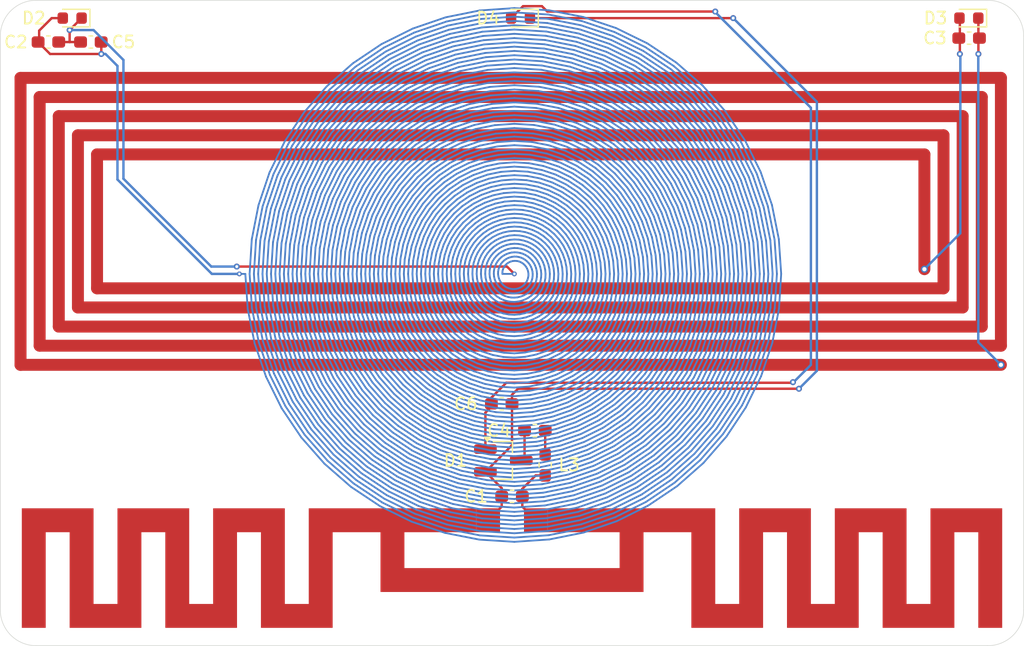
<source format=kicad_pcb>
(kicad_pcb
	(version 20241229)
	(generator "pcbnew")
	(generator_version "9.0")
	(general
		(thickness 0.8)
		(legacy_teardrops no)
	)
	(paper "A4")
	(layers
		(0 "F.Cu" signal)
		(2 "B.Cu" signal)
		(9 "F.Adhes" user "F.Adhesive")
		(11 "B.Adhes" user "B.Adhesive")
		(13 "F.Paste" user)
		(15 "B.Paste" user)
		(5 "F.SilkS" user "F.Silkscreen")
		(7 "B.SilkS" user "B.Silkscreen")
		(1 "F.Mask" user)
		(3 "B.Mask" user)
		(17 "Dwgs.User" user "User.Drawings")
		(19 "Cmts.User" user "User.Comments")
		(21 "Eco1.User" user "User.Eco1")
		(23 "Eco2.User" user "User.Eco2")
		(25 "Edge.Cuts" user)
		(27 "Margin" user)
		(31 "F.CrtYd" user "F.Courtyard")
		(29 "B.CrtYd" user "B.Courtyard")
		(35 "F.Fab" user)
		(33 "B.Fab" user)
		(39 "User.1" user)
		(41 "User.2" user)
		(43 "User.3" user)
		(45 "User.4" user)
	)
	(setup
		(stackup
			(layer "F.SilkS"
				(type "Top Silk Screen")
			)
			(layer "F.Paste"
				(type "Top Solder Paste")
			)
			(layer "F.Mask"
				(type "Top Solder Mask")
				(thickness 0.01)
			)
			(layer "F.Cu"
				(type "copper")
				(thickness 0.035)
			)
			(layer "dielectric 1"
				(type "core")
				(thickness 0.71)
				(material "FR4")
				(epsilon_r 4.5)
				(loss_tangent 0.02)
			)
			(layer "B.Cu"
				(type "copper")
				(thickness 0.035)
			)
			(layer "B.Mask"
				(type "Bottom Solder Mask")
				(thickness 0.01)
			)
			(layer "B.Paste"
				(type "Bottom Solder Paste")
			)
			(layer "B.SilkS"
				(type "Bottom Silk Screen")
			)
			(copper_finish "None")
			(dielectric_constraints no)
		)
		(pad_to_mask_clearance 0.038)
		(solder_mask_min_width 0.1)
		(allow_soldermask_bridges_in_footprints yes)
		(tenting front back)
		(pcbplotparams
			(layerselection 0x00000000_00000000_55555555_5755f5ff)
			(plot_on_all_layers_selection 0x00000000_00000000_00000000_00000000)
			(disableapertmacros no)
			(usegerberextensions no)
			(usegerberattributes yes)
			(usegerberadvancedattributes yes)
			(creategerberjobfile yes)
			(dashed_line_dash_ratio 12.000000)
			(dashed_line_gap_ratio 3.000000)
			(svgprecision 4)
			(plotframeref no)
			(mode 1)
			(useauxorigin no)
			(hpglpennumber 1)
			(hpglpenspeed 20)
			(hpglpendiameter 15.000000)
			(pdf_front_fp_property_popups yes)
			(pdf_back_fp_property_popups yes)
			(pdf_metadata yes)
			(pdf_single_document no)
			(dxfpolygonmode yes)
			(dxfimperialunits yes)
			(dxfusepcbnewfont yes)
			(psnegative no)
			(psa4output no)
			(plot_black_and_white yes)
			(sketchpadsonfab no)
			(plotpadnumbers no)
			(hidednponfab no)
			(sketchdnponfab yes)
			(crossoutdnponfab yes)
			(subtractmaskfromsilk no)
			(outputformat 1)
			(mirror no)
			(drillshape 0)
			(scaleselection 1)
			(outputdirectory "../prod/")
		)
	)
	(net 0 "")
	(net 1 "Net-(D1-A)")
	(net 2 "Net-(D2-K)")
	(net 3 "Net-(D2-A)")
	(net 4 "Net-(D3-A)")
	(net 5 "Net-(D3-K)")
	(net 6 "Net-(AE1-Pad2)")
	(net 7 "Net-(C4-Pad1)")
	(net 8 "Net-(D4-K)")
	(net 9 "Net-(D4-A)")
	(footprint "LED_SMD:LED_0603_1608Metric" (layer "F.Cu") (at 113.2125 74.5 180))
	(footprint "Capacitor_SMD:C_0603_1608Metric_Pad1.08x0.95mm_HandSolder" (layer "F.Cu") (at 114.775 76.5))
	(footprint "Capacitor_SMD:C_0603_1608Metric_Pad1.08x0.95mm_HandSolder" (layer "F.Cu") (at 149.1375 106.76444))
	(footprint "Library:Ant_915mhz" (layer "F.Cu") (at 150 116.5))
	(footprint "Package_TO_SOT_SMD:SOT-23_Handsoldering" (layer "F.Cu") (at 149.275 111.5))
	(footprint "Inductor_SMD:L_0603_1608Metric_Pad1.05x0.95mm_HandSolder" (layer "F.Cu") (at 152.775 111.875 90))
	(footprint "LED_SMD:LED_0603_1608Metric" (layer "F.Cu") (at 188.2125 74.5 180))
	(footprint "Library:Antenna_nfc" (layer "F.Cu") (at 149.892732 91.500005 90))
	(footprint "LED_SMD:LED_0603_1608Metric" (layer "F.Cu") (at 150.7125 74.5 180))
	(footprint "Capacitor_SMD:C_0603_1608Metric_Pad1.08x0.95mm_HandSolder" (layer "F.Cu") (at 150 114.5 180))
	(footprint "Capacitor_SMD:C_0603_1608Metric_Pad1.08x0.95mm_HandSolder" (layer "F.Cu") (at 151.9125 109 180))
	(footprint "Capacitor_SMD:C_0603_1608Metric_Pad1.08x0.95mm_HandSolder" (layer "F.Cu") (at 111.225 76.5 180))
	(footprint "Capacitor_SMD:C_0603_1608Metric_Pad1.08x0.95mm_HandSolder" (layer "F.Cu") (at 188.23416 76.172519 180))
	(footprint "Library:Antenna_125kHz_v2"
		(layer "B.Cu")
		(uuid "b00c9267-93b4-43ee-a13c-d4390fce29fd")
		(at 150.194174 95.894173 180)
		(property "Reference" "L1"
			(at 0 0 0)
			(layer "B.SilkS")
			(hide yes)
			(uuid "e07c366b-a26a-41ff-97eb-7cfa919414c3")
			(effects
				(font
					(size 1.27 1.27)
					(thickness 0.15)
				)
				(justify mirror)
			)
		)
		(property "Value" "Ant_125kHz"
			(at 0 0 0)
			(layer "B.Fab")
			(hide yes)
			(uuid "87eaab2e-417b-4d5d-aa50-4091adbeadbe")
			(effects
				(font
					(size 1.27 1.27)
					(thickness 0.15)
				)
				(justify mirror)
			)
		)
		(property "Datasheet" ""
			(at 0 0 0)
			(layer "B.Fab")
			(hide yes)
			(uuid "0cd04630-074a-4a52-911f-144d89ab8fb1")
			(effects
				(font
					(size 1.27 1.27)
					(thickness 0.15)
				)
				(justify mirror)
			)
		)
		(property "Description" ""
			(at 0 0 0)
			(layer "B.Fab")
			(hide yes)
			(uuid "20e23203-4780-4fd8-9400-41f6c56482c7")
			(effects
				(font
					(size 1.27 1.27)
					(thickness 0.15)
				)
				(justify mirror)
			)
		)
		(property ki_fp_filters "Choke_* *Coil* Inductor_* L_*")
		(path "/3eb484b6-b2b6-411b-b1fa-09afa390f39a")
		(sheetname "/")
		(sheetfile "tri-band_rfid_card.kicad_sch")
		(net_tie_pad_groups "1,2")
		(fp_line
			(start 22.5 0)
			(end 23 0)
			(stroke
				(width 0.15)
				(type default)
			)
			(layer "B.Cu")
			(uuid "c2be1323-699b-4c38-a110-b482bbf6203f")
		)
		(fp_line
			(start 22.5 0)
			(end 22.300107 -2.935864)
			(stroke
				(width 0.15)
				(type default)
			)
			(layer "B.Cu")
			(uuid "97a2dcf6-5e82-4064-a08c-b43fd5768de9")
		)
		(fp_line
			(start 22.300107 -2.935864)
			(end 21.718909 -5.819564)
			(stroke
				(width 0.15)
				(type default)
			)
			(layer "B.Cu")
			(uuid "3bf1d7ef-3b7d-4c6b-af10-760549461edd")
		)
		(fp_line
			(start 22.141666 0)
			(end 21.94484 -2.889093)
			(stroke
				(width 0.15)
				(type default)
			)
			(layer "B.Cu")
			(uuid "55e4b193-d18c-4b13-b467-cfe03ea25a50")
		)
		(fp_line
			(start 21.959643 2.891041)
			(end 22.141666 0)
			(stroke
				(width 0.15)
				(type default)
			)
			(layer "B.Cu")
			(uuid "0f3c0fc3-9740-48c2-9052-7ea1e97f0107")
		)
		(fp_line
			(start 21.94484 -2.889093)
			(end 21.372785 -5.72682)
			(stroke
				(width 0.15)
				(type default)
			)
			(layer "B.Cu")
			(uuid "85f2482c-2ea0-413a-a43c-9c1fae45589f")
		)
		(fp_line
			(start 21.783333 0)
			(end 21.589572 -2.842321)
			(stroke
				(width 0.15)
				(type default)
			)
			(layer "B.Cu")
			(uuid "2d02c9e4-7c29-4c87-ae2d-980b102971d8")
		)
		(fp_line
			(start 21.718909 -5.819564)
			(end 20.766598 -8.601806)
			(stroke
				(width 0.15)
				(type default)
			)
			(layer "B.Cu")
			(uuid "ee7f39f0-5eab-41ba-aa75-cfc9ad618324")
		)
		(fp_line
			(start 21.604375 2.844269)
			(end 21.783333 0)
			(stroke
				(width 0.15)
				(type default)
			)
			(layer "B.Cu")
			(uuid "c6f0ff32-4b3c-48b9-97a4-97b2d8e15e5c")
		)
		(fp_line
			(start 21.589572 -2.842321)
			(end 21.026662 -5.634077)
			(stroke
				(width 0.15)
				(type default)
			)
			(layer "B.Cu")
			(uuid "3bc9f98e-de97-4154-9c91-13869495327e")
		)
		(fp_line
			(start 21.425 0)
			(end 21.234304 -2.795549)
			(stroke
				(width 0.15)
				(type default)
			)
			(layer "B.Cu")
			(uuid "580c9b8a-d8a8-4832-8898-d560e1b79022")
		)
		(fp_line
			(start 21.401629 5.734549)
			(end 21.959643 2.891041)
			(stroke
				(width 0.15)
				(type default)
			)
			(layer "B.Cu")
			(uuid "70af1844-345d-4b7c-b051-63d3a930601f")
		)
		(fp_line
			(start 21.372785 -5.72682)
			(end 20.435541 -8.464678)
			(stroke
				(width 0.15)
				(type default)
			)
			(layer "B.Cu")
			(uuid "965be2aa-b27f-4d5a-83b6-6ff32042a7b9")
		)
		(fp_line
			(start 21.249107 2.797498)
			(end 21.425 0)
			(stroke
				(width 0.15)
				(type default)
			)
			(layer "B.Cu")
			(uuid "92c5a146-f7e4-475c-9b8a-e4c48d94e673")
		)
		(fp_line
			(start 21.234304 -2.795549)
			(end 20.680539 -5.541333)
			(stroke
				(width 0.15)
				(type default)
			)
			(layer "B.Cu")
			(uuid "394d6de1-87f7-4bfd-a615-93bbf8f97c05")
		)
		(fp_line
			(start 21.066666 0)
			(end 20.879037 -2.748777)
			(stroke
				(width 0.15)
				(type default)
			)
			(layer "B.Cu")
			(uuid "244edae3-e2b5-414e-96eb-bb357a3f8ecc")
		)
		(fp_line
			(start 21.055506 5.641805)
			(end 21.604375 2.844269)
			(stroke
				(width 0.15)
				(type default)
			)
			(layer "B.Cu")
			(uuid "e8aa10e7-f72a-4c38-8831-f9c7435f8e3c")
		)
		(fp_line
			(start 21.026662 -5.634077)
			(end 20.104484 -8.32755)
			(stroke
				(width 0.15)
				(type default)
			)
			(layer "B.Cu")
			(uuid "2ad1b734-557a-4d56-bfb8-9a71092e9c1e")
		)
		(fp_line
			(start 20.893839 2.750726)
			(end 21.066666 0)
			(stroke
				(width 0.15)
				(type default)
			)
			(layer "B.Cu")
			(uuid "38e9271b-1169-47e3-aa35-560ce1608de6")
		)
		(fp_line
			(start 20.879037 -2.748777)
			(end 20.334415 -5.44859)
			(stroke
				(width 0.15)
				(type default)
			)
			(layer "B.Cu")
			(uuid "1134cbbb-5696-49ec-8bc6-2dbb88a31b23")
		)
		(fp_line
			(start 20.766598 -8.601806)
			(end 19.459711 -11.235069)
			(stroke
				(width 0.15)
				(type default)
			)
			(layer "B.Cu")
			(uuid "9432a7af-f5c5-4eca-8640-e8a5e9b64a87")
		)
		(fp_line
			(start 20.709382 5.549062)
			(end 21.249107 2.797498)
			(stroke
				(width 0.15)
				(type default)
			)
			(layer "B.Cu")
			(uuid "929671ac-936e-4f27-92ad-decbf5485bd9")
		)
		(fp_line
			(start 20.708333 0)
			(end 20.523769 -2.702005)
			(stroke
				(width 0.15)
				(type default)
			)
			(layer "B.Cu")
			(uuid "05df2eb1-3f57-4047-a253-68668bb581bc")
		)
		(fp_line
			(start 20.680539 -5.541333)
			(end 19.773427 -8.190422)
			(stroke
				(width 0.15)
				(type default)
			)
			(layer "B.Cu")
			(uuid "d25b0102-59ad-4e7c-b456-d5740c53a408")
		)
		(fp_line
			(start 20.538572 2.703954)
			(end 20.708333 0)
			(stroke
				(width 0.15)
				(type default)
			)
			(layer "B.Cu")
			(uuid "0c76666e-951f-4f92-89b6-e221f29b9674")
		)
		(fp_line
			(start 20.523769 -2.702005)
			(end 19.988292 -5.355846)
			(stroke
				(width 0.15)
				(type default)
			)
			(layer "B.Cu")
			(uuid "c8bb8018-36ac-4c0f-9f76-6bde3ab65e30")
		)
		(fp_line
			(start 20.476923 8.481819)
			(end 21.401629 5.734549)
			(stroke
				(width 0.15)
				(type default)
			)
			(layer "B.Cu")
			(uuid "bed8422a-496a-4171-97e7-979955ffab93")
		)
		(fp_line
			(start 20.435541 -8.464678)
			(end 19.149385 -11.055902)
			(stroke
				(width 0.15)
				(type default)
			)
			(layer "B.Cu")
			(uuid "3e963581-52f6-42c7-957b-f5543dd78e46")
		)
		(fp_line
			(start 20.363259 5.456318)
			(end 20.893839 2.750726)
			(stroke
				(width 0.15)
				(type default)
			)
			(layer "B.Cu")
			(uuid "6d0aeb6e-1bf5-4ddd-a737-420af0ecff42")
		)
		(fp_line
			(start 20.35 0)
			(end 20.168501 -2.655233)
			(stroke
				(width 0.15)
				(type default)
			)
			(layer "B.Cu")
			(uuid "dd0c6a82-e61d-42e0-9f83-4bd15a949d59")
		)
		(fp_line
			(start 20.334415 -5.44859)
			(end 19.442371 -8.053293)
			(stroke
				(width 0.15)
				(type default)
			)
			(layer "B.Cu")
			(uuid "a032479d-f181-4812-8424-062eb8a513f7")
		)
		(fp_line
			(start 20.183304 2.657182)
			(end 20.35 0)
			(stroke
				(width 0.15)
				(type default)
			)
			(layer "B.Cu")
			(uuid "484996f4-4993-4f34-a278-6d7e12508a43")
		)
		(fp_line
			(start 20.168501 -2.655233)
			(end 19.642168 -5.263103)
			(stroke
				(width 0.15)
				(type default)
			)
			(layer "B.Cu")
			(uuid "3ce4ad51-a16f-44b3-bf1f-b9ddf17d6e2b")
		)
		(fp_line
			(start 20.145866 8.344691)
			(end 21.055506 5.641805)
			(stroke
				(width 0.15)
				(type default)
			)
			(layer "B.Cu")
			(uuid "85d0cad9-db4e-46fe-82d3-9e14cbb2e3ea")
		)
		(fp_line
			(start 20.104484 -8.32755)
			(end 18.839059 -10.876736)
			(stroke
				(width 0.15)
				(type default)
			)
			(layer "B.Cu")
			(uuid "a77d8267-7ace-494a-86a3-7754acdef7a4")
		)
		(fp_line
			(start 20.017135 5.363575)
			(end 20.538572 2.703954)
			(stroke
				(width 0.15)
				(type default)
			)
			(layer "B.Cu")
			(uuid "a4706f3c-07ee-429e-9e61-08b4a271b48a")
		)
		(fp_line
			(start 19.991666 0)
			(end 19.813233 -2.608461)
			(stroke
				(width 0.15)
				(type default)
			)
			(layer "B.Cu")
			(uuid "5fe9e7f9-d286-48fc-865e-beed5253238c")
		)
		(fp_line
			(start 19.988292 -5.355846)
			(end 19.111314 -7.916165)
			(stroke
				(width 0.15)
				(type default)
			)
			(layer "B.Cu")
			(uuid "acfb5788-214f-4559-ac05-3c53bfe5c4d1")
		)
		(fp_line
			(start 19.828036 2.61041)
			(end 19.991666 0)
			(stroke
				(width 0.15)
				(type default)
			)
			(layer "B.Cu")
			(uuid "b306012a-cf9b-4b5a-b208-66fa8a03cb9c")
		)
		(fp_line
			(start 19.81481 8.207563)
			(end 20.709382 5.549062)
			(stroke
				(width 0.15)
				(type default)
			)
			(layer "B.Cu")
			(uuid "656581a8-3155-4e70-83d3-6690f59bb606")
		)
		(fp_line
			(start 19.813233 -2.608461)
			(end 19.296045 -5.170359)
			(stroke
				(width 0.15)
				(type default)
			)
			(layer "B.Cu")
			(uuid "f2ae680b-da2c-4411-810e-ce980fb542c4")
		)
		(fp_line
			(start 19.773427 -8.190422)
			(end 18.528733 -10.697569)
			(stroke
				(width 0.15)
				(type default)
			)
			(layer "B.Cu")
			(uuid "a25ea3cb-bca7-4aff-a292-c782c1d96f68")
		)
		(fp_line
			(start 19.671012 5.270831)
			(end 20.183304 2.657182)
			(stroke
				(width 0.15)
				(type default)
			)
			(layer "B.Cu")
			(uuid "e51b5ae1-2877-41fa-bba9-009582bf4cb8")
		)
		(fp_line
			(start 19.642168 -5.263103)
			(end 18.780257 -7.779037)
			(stroke
				(width 0.15)
				(type default)
			)
			(layer "B.Cu")
			(uuid "0013517e-ead0-4ed8-a20f-53514d5b4ca3")
		)
		(fp_line
			(start 19.633333 0)
			(end 19.457966 -2.561689)
			(stroke
				(width 0.15)
				(type default)
			)
			(layer "B.Cu")
			(uuid "be5c0832-dd41-48f8-b27a-2156f19f9bb8")
		)
		(fp_line
			(start 19.483753 8.070434)
			(end 20.363259 5.456318)
			(stroke
				(width 0.15)
				(type default)
			)
			(layer "B.Cu")
			(uuid "a47d6643-7bdb-4373-b10e-14a5ce9dd78a")
		)
		(fp_line
			(start 19.472768 2.563638)
			(end 19.633333 0)
			(stroke
				(width 0.15)
				(type default)
			)
			(layer "B.Cu")
			(uuid "863835d4-548a-422b-9fd5-37ca2e883caa")
		)
		(fp_line
			(start 19.459711 -11.235069)
			(end 17.820837 -13.674409)
			(stroke
				(width 0.15)
				(type default)
			)
			(layer "B.Cu")
			(uuid "bb036a6f-dac6-4f21-8b47-9e6b695d1071")
		)
		(fp_line
			(start 19.457966 -2.561689)
			(end 18.949921 -5.077616)
			(stroke
				(width 0.15)
				(type default)
			)
			(layer "B.Cu")
			(uuid "5450ef3e-91a7-45ae-8922-d51714550165")
		)
		(fp_line
			(start 19.442371 -8.053293)
			(end 18.218408 -10.518402)
			(stroke
				(width 0.15)
				(type default)
			)
			(layer "B.Cu")
			(uuid "30b81222-1a65-43c6-b90d-6844d27cd881")
		)
		(fp_line
			(start 19.324888 5.178088)
			(end 19.828036 2.61041)
			(stroke
				(width 0.15)
				(type default)
			)
			(layer "B.Cu")
			(uuid "e7528aea-86da-4012-a9bf-efa749b3c143")
		)
		(fp_line
			(start 19.296045 -5.170359)
			(end 18.4492 -7.641909)
			(stroke
				(width 0.15)
				(type default)
			)
			(layer "B.Cu")
			(uuid "09876973-479a-4888-9925-bc3b042be196")
		)
		(fp_line
			(start 19.275 0)
			(end 19.102698 -2.514917)
			(stroke
				(width 0.15)
				(type default)
			)
			(layer "B.Cu")
			(uuid "31843d45-565f-4157-a33a-0eff0f3c41f6")
		)
		(fp_line
			(start 19.201106 11.085763)
			(end 20.476923 8.481819)
			(stroke
				(width 0.15)
				(type default)
			)
			(layer "B.Cu")
			(uuid "92a3ce3a-31c7-4b01-b29d-c029d7fbce07")
		)
		(fp_line
			(start 19.152696 7.933306)
			(end 20.017135 5.363575)
			(stroke
				(width 0.15)
				(type default)
			)
			(layer "B.Cu")
			(uuid "72eac9fe-502d-43fd-891a-5add9ce0d2c3")
		)
		(fp_line
			(start 19.149385 -11.055902)
			(end 17.536552 -13.456269)
			(stroke
				(width 0.15)
				(type default)
			)
			(layer "B.Cu")
			(uuid "7fe2c6ac-4df6-4fcb-9bc7-3b1dc473ed8b")
		)
		(fp_line
			(start 19.117501 2.516866)
			(end 19.275 0)
			(stroke
				(width 0.15)
				(type default)
			)
			(layer "B.Cu")
			(uuid "8ba4eabc-ae61-4eac-87d4-7873527f7f08")
		)
		(fp_line
			(start 19.111314 -7.916165)
			(end 17.908082 -10.339236)
			(stroke
				(width 0.15)
				(type default)
			)
			(layer "B.Cu")
			(uuid "bc4a0a36-13fe-468f-b460-41626d7587f2")
		)
		(fp_line
			(start 19.102698 -2.514917)
			(end 18.603798 -4.984872)
			(stroke
				(width 0.15)
				(type default)
			)
			(layer "B.Cu")
			(uuid "20bda655-7803-4e15-943d-6e8153ae8746")
		)
		(fp_line
			(start 18.978765 5.085344)
			(end 19.472768 2.563638)
			(stroke
				(width 0.15)
				(type default)
			)
			(layer "B.Cu")
			(uuid "e2d514d6-0c9a-4022-897a-c19e58631031")
		)
		(fp_line
			(start 18.949921 -5.077616)
			(end 18.118143 -7.50478)
			(stroke
				(width 0.15)
				(type default)
			)
			(layer "B.Cu")
			(uuid "b58b5485-5bef-4832-a449-26d3c3608b72")
		)
		(fp_line
			(start 18.916666 0)
			(end 18.74743 -2.468146)
			(stroke
				(width 0.15)
				(type default)
			)
			(layer "B.Cu")
			(uuid "a30ccd68-0132-4109-b444-390c08edea44")
		)
		(fp_line
			(start 18.89078 10.906597)
			(end 20.145866 8.344691)
			(stroke
				(width 0.15)
				(type default)
			)
			(layer "B.Cu")
			(uuid "44723767-856d-49c8-bf72-13a1cd1256e0")
		)
		(fp_line
			(start 18.839059 -10.876736)
			(end 17.252267 -13.23813)
			(stroke
				(width 0.15)
				(type default)
			)
			(layer "B.Cu")
			(uuid "7348aa95-4068-4b2b-8ea1-302f5b0c3244")
		)
		(fp_line
			(start 18.821639 7.796178)
			(end 19.671012 5.270831)
			(stroke
				(width 0.15)
				(type default)
			)
			(layer "B.Cu")
			(uuid "a184726d-acdf-432a-92bf-7b9e27dd3492")
		)
		(fp_line
			(start 18.780257 -7.779037)
			(end 17.597756 -10.160069)
			(stroke
				(width 0.15)
				(type default)
			)
			(layer "B.Cu")
			(uuid "e0910552-1fc6-4fc3-8f9a-7e782aed1769")
		)
		(fp_line
			(start 18.762233 2.470094)
			(end 18.916666 0)
			(stroke
				(width 0.15)
				(type default)
			)
			(layer "B.Cu")
			(uuid "554ff24b-6daa-43ec-9fa0-bf8906ae571c")
		)
		(fp_line
			(start 18.74743 -2.468146)
			(end 18.257675 -4.892129)
			(stroke
				(width 0.15)
				(type default)
			)
			(layer "B.Cu")
			(uuid "6ed10928-606c-43a1-9988-605f0afabeee")
		)
		(fp_line
			(start 18.632642 4.992601)
			(end 19.117501 2.516866)
			(stroke
				(width 0.15)
				(type default)
			)
			(layer "B.Cu")
			(uuid "4ab01a09-5054-46c2-974f-dd034160e23c")
		)
		(fp_line
			(start 18.603798 -4.984872)
			(end 17.787086 -7.367652)
			(stroke
				(width 0.15)
				(type default)
			)
			(layer "B.Cu")
			(uuid "f2d96ccd-4ff6-490b-81ca-834922c87393")
		)
		(fp_line
			(start 18.580454 10.72743)
			(end 19.81481 8.207563)
			(stroke
				(width 0.15)
				(type default)
			)
			(layer "B.Cu")
			(uuid "9de913a8-9375-4c14-95ee-b630a9ce431a")
		)
		(fp_line
			(start 18.558333 0)
			(end 18.392162 -2.421374)
			(stroke
				(width 0.15)
				(type default)
			)
			(layer "B.Cu")
			(uuid "11f19198-8f10-43a5-a65e-47abfd296aa8")
		)
		(fp_line
			(start 18.528733 -10.697569)
			(end 16.967982 -13.01999)
			(stroke
				(width 0.15)
				(type default)
			)
			(layer "B.Cu")
			(uuid "6f6f2921-7847-4db7-a50f-1a1257439266")
		)
		(fp_line
			(start 18.490582 7.65905)
			(end 19.324888 5.178088)
			(stroke
				(width 0.15)
				(type default)
			)
			(layer "B.Cu")
			(uuid "0d6dfdee-7b3c-448e-afab-3c09593deee8")
		)
		(fp_line
			(start 18.4492 -7.641909)
			(end 17.28743 -9.980902)
			(stroke
				(width 0.15)
				(type default)
			)
			(layer "B.Cu")
			(uuid "a62ba5db-afe6-4b15-9426-5b0ed4b382e1")
		)
		(fp_line
			(start 18.406965 2.423322)
			(end 18.558333 0)
			(stroke
				(width 0.15)
				(type default)
			)
			(layer "B.Cu")
			(uuid "8cb6a5fe-1fec-4688-b5f1-f5c9e8804c78")
		)
		(fp_line
			(start 18.392162 -2.421374)
			(end 17.911551 -4.799385)
			(stroke
				(width 0.15)
				(type default)
			)
			(layer "B.Cu")
			(uuid "39dc2b3e-ab53-4011-9071-35ac13a2cfd4")
		)
		(fp_line
			(start 18.286518 4.899857)
			(end 18.762233 2.470094)
			(stroke
				(width 0.15)
				(type default)
			)
			(layer "B.Cu")
			(uuid "d7c56444-6bdc-44df-ba4b-eddf0f8d0390")
		)
		(fp_line
			(start 18.270128 10.548263)
			(end 19.483753 8.070434)
			(stroke
				(width 0.15)
				(type default)
			)
			(layer "B.Cu")
			(uuid "d752c3d3-b117-4ffb-a19a-4d49796e65e7")
		)
		(fp_line
			(start 18.257675 -4.892129)
			(end 17.45603 -7.230524)
			(stroke
				(width 0.15)
				(type default)
			)
			(layer "B.Cu")
			(uuid "a753371b-edad-4a0e-b0be-61d17c5dba8a")
		)
		(fp_line
			(start 18.218408 -10.518402)
			(end 16.683697 -12.801851)
			(stroke
				(width 0.15)
				(type default)
			)
			(layer "B.Cu")
			(uuid "f9bb3b46-93e9-4119-9b05-bf24a8389f41")
		)
		(fp_line
			(start 18.2 0)
			(end 18.036895 -2.374602)
			(stroke
				(width 0.15)
				(type default)
			)
			(layer "B.Cu")
			(uuid "abb94f79-a1a5-48cd-a505-fbe706392181")
		)
		(fp_line
			(start 18.159525 7.521921)
			(end 18.978765 5.085344)
			(stroke
				(width 0.15)
				(type default)
			)
			(layer "B.Cu")
			(uuid "a6478efb-1c51-4e25-8b13-7eecb824f04c")
		)
		(fp_line
			(start 18.118143 -7.50478)
			(end 16.977104 -9.801736)
			(stroke
				(width 0.15)
				(type default)
			)
			(layer "B.Cu")
			(uuid "7aacbcb3-fd17-4ee1-b34a-a619959fe3e5")
		)
		(fp_line
			(start 18.051697 2.376551)
			(end 18.2 0)
			(stroke
				(width 0.15)
				(type default)
			)
			(layer "B.Cu")
			(uuid "4adbcf7d-ff01-4163-a29e-cab4cfa89c89")
		)
		(fp_line
			(start 18.036895 -2.374602)
			(end 17.565428 -4.706642)
			(stroke
				(width 0.15)
				(type default)
			)
			(layer "B.Cu")
			(uuid "70b59bdf-d302-426e-9a57-af49740946a6")
		)
		(fp_line
			(start 17.959803 10.369097)
			(end 19.152696 7.933306)
			(stroke
				(width 0.15)
				(type default)
			)
			(layer "B.Cu")
			(uuid "31ba4fce-e60c-4a35-bc8b-b762853808bf")
		)
		(fp_line
			(start 17.940395 4.807114)
			(end 18.406965 2.423322)
			(stroke
				(width 0.15)
				(type default)
			)
			(layer "B.Cu")
			(uuid "c2fdd87b-be8f-4156-934f-c4d6fb9fd1f9")
		)
		(fp_line
			(start 17.911551 -4.799385)
			(end 17.124973 -7.093396)
			(stroke
				(width 0.15)
				(type default)
			)
			(layer "B.Cu")
			(uuid "dd3a851a-4184-43b9-a266-6ad86159faf3")
		)
		(fp_line
			(start 17.908082 -10.339236)
			(end 16.399412 -12.583711)
			(stroke
				(width 0.15)
				(type default)
			)
			(layer "B.Cu")
			(uuid "cbd951cf-2f15-46ad-b662-02b3b5f4b46d")
		)
		(fp_line
			(start 17.841666 0)
			(end 17.681627 -2.32783)
			(stroke
				(width 0.15)
				(type default)
			)
			(layer "B.Cu")
			(uuid "c1a9675e-e620-47a9-b995-c26c6ea087fa")
		)
		(fp_line
			(start 17.828469 7.384793)
			(end 18.632642 4.992601)
			(stroke
				(width 0.15)
				(type default)
			)
			(layer "B.Cu")
			(uuid "4ec37854-69d0-4bd7-8c7f-e231b3f93ff9")
		)
		(fp_line
			(start 17.820837 -13.674409)
			(end 15.87823 -15.87823)
			(stroke
				(width 0.15)
				(type default)
			)
			(layer "B.Cu")
			(uuid "362564ec-1464-463a-afd6-85712af3bf40")
		)
		(fp_line
			(start 17.787086 -7.367652)
			(end 16.666779 -9.622569)
			(stroke
				(width 0.15)
				(type default)
			)
			(layer "B.Cu")
			(uuid "88c9d345-3223-4352-8929-b54c61aa1ed1")
		)
		(fp_line
			(start 17.69643 2.329779)
			(end 17.841666 0)
			(stroke
				(width 0.15)
				(type default)
			)
			(layer "B.Cu")
			(uuid "cb0ecb40-54dd-4f96-9fca-d0cbc7950647")
		)
		(fp_line
			(start 17.681627 -2.32783)
			(end 17.219304 -4.613898)
			(stroke
				(width 0.15)
				(type default)
			)
			(layer "B.Cu")
			(uuid "f0f5bd04-5275-47fb-a3fa-eace5e7b63b9")
		)
		(fp_line
			(start 17.649477 10.18993)
			(end 18.821639 7.796178)
			(stroke
				(width 0.15)
				(type default)
			)
			(layer "B.Cu")
			(uuid "3288f094-6627-4995-839e-9aac3d60c1b6")
		)
		(fp_line
			(start 17.597756 -10.160069)
			(end 16.115127 -12.365572)
			(stroke
				(width 0.15)
				(type default)
			)
			(layer "B.Cu")
			(uuid "1799103a-cec3-41e2-a090-e696204bd88f")
		)
		(fp_line
			(start 17.595778 13.501715)
			(end 19.201106 11.085763)
			(stroke
				(width 0.15)
				(type default)
			)
			(layer "B.Cu")
			(uuid "5f5a9aab-8d4d-42f1-9ef2-412991fd1cba")
		)
		(fp_line
			(start 17.594271 4.71437)
			(end 18.051697 2.376551)
			(stroke
				(width 0.15)
				(type default)
			)
			(layer "B.Cu")
			(uuid "93b08069-58a5-44a6-9188-fa24411658c6")
		)
		(fp_line
			(start 17.565428 -4.706642)
			(end 16.793916 -6.956267)
			(stroke
				(width 0.15)
				(type default)
			)
			(layer "B.Cu")
			(uuid "7bad921b-f3f0-46c2-a6ff-9cacddc7fd91")
		)
		(fp_line
			(start 17.536552 -13.456269)
			(end 15.62485 -15.62485)
			(stroke
				(width 0.15)
				(type default)
			)
			(layer "B.Cu")
			(uuid "ac478eea-7fbc-401b-95f2-55dd09053ae9")
		)
		(fp_line
			(start 17.497412 7.247665)
			(end 18.286518 4.899857)
			(stroke
				(width 0.15)
				(type default)
			)
			(layer "B.Cu")
			(uuid "c29cb22d-2d18-4982-991d-cc077bfd40b2")
		)
		(fp_line
			(start 17.483333 0)
			(end 17.326359 -2.281058)
			(stroke
				(width 0.15)
				(type default)
			)
			(layer "B.Cu")
			(uuid "c91c7bb9-c106-4c88-b472-ab44ea208966")
		)
		(fp_line
			(start 17.45603 -7.230524)
			(end 16.356453 -9.443402)
			(stroke
				(width 0.15)
				(type default)
			)
			(layer "B.Cu")
			(uuid "f96f634b-8607-4b8e-9f39-6a5871efb0cb")
		)
		(fp_line
			(start 17.341162 2.283007)
			(end 17.483333 0)
			(stroke
				(width 0.15)
				(type default)
			)
			(layer "B.Cu")
			(uuid "e297a8d9-9ac4-4306-8be4-843a21ea9bd6")
		)
		(fp_line
			(start 17.339151 10.010763)
			(end 18.490582 7.65905)
			(stroke
				(width 0.15)
				(type default)
			)
			(layer "B.Cu")
			(uuid "9616b1c4-c9fa-4c47-a32a-cf20bd08c592")
		)
		(fp_line
			(start 17.326359 -2.281058)
			(end 16.873181 -4.521155)
			(stroke
				(width 0.15)
				(type default)
			)
			(layer "B.Cu")
			(uuid "b330ed82-6744-41a1-b20a-07f4682ffd30")
		)
		(fp_line
			(start 17.311493 13.283575)
			(end 18.89078 10.906597)
			(stroke
				(width 0.15)
				(type default)
			)
			(layer "B.Cu")
			(uuid "fc7232a9-b83e-4943-a630-6330e616fc22")
		)
		(fp_line
			(start 17.28743 -9.980902)
			(end 15.830842 -12.147432)
			(stroke
				(width 0.15)
				(type default)
			)
			(layer "B.Cu")
			(uuid "3c21f16a-71bf-4d02-80d1-952cab0ceaf6")
		)
		(fp_line
			(start 17.252267 -13.23813)
			(end 15.37147 -15.37147)
			(stroke
				(width 0.15)
				(type default)
			)
			(layer "B.Cu")
			(uuid "d30cee6d-47f9-479d-b498-d723230108ea")
		)
		(fp_line
			(start 17.248148 4.621627)
			(end 17.69643 2.329779)
			(stroke
				(width 0.15)
				(type default)
			)
			(layer "B.Cu")
			(uuid "6d909a74-0dc9-4c43-9cbe-60f669f758a0")
		)
		(fp_line
			(start 17.219304 -4.613898)
			(end 16.462859 -6.819139)
			(stroke
				(width 0.15)
				(type default)
			)
			(layer "B.Cu")
			(uuid "c2003c5b-2b27-4309-ab45-c0cd2edea1da")
		)
		(fp_line
			(start 17.166355 7.110537)
			(end 17.940395 4.807114)
			(stroke
				(width 0.15)
				(type default)
			)
			(layer "B.Cu")
			(uuid "0d7f94b0-d15d-469b-b2e7-9f3f5279d67d")
		)
		(fp_line
			(start 17.125 0)
			(end 16.971091 -2.234286)
			(stroke
				(width 0.15)
				(type default)
			)
			(layer "B.Cu")
			(uuid "95b4d586-941e-45d3-adea-a70d7ca157e7")
		)
		(fp_line
			(start 17.124973 -7.093396)
			(end 16.046127 -9.264236)
			(stroke
				(width 0.15)
				(type default)
			)
			(layer "B.Cu")
			(uuid "d45c8609-641f-48f8-9a85-d76391207aa9")
		)
		(fp_line
			(start 17.028825 9.831597)
			(end 18.159525 7.521921)
			(stroke
				(width 0.15)
				(type default)
			)
			(layer "B.Cu")
			(uuid "af0b58b5-c889-4fd3-b713-4ad530713657")
		)
		(fp_line
			(start 17.027208 13.065436)
			(end 18.580454 10.72743)
			(stroke
				(width 0.15)
				(type default)
			)
			(layer "B.Cu")
			(uuid "4e5399e3-1943-4a0f-8f88-f44bf661afad")
		)
		(fp_line
			(start 16.985894 2.236235)
			(end 17.125 0)
			(stroke
				(width 0.15)
				(type default)
			)
			(layer "B.Cu")
			(uuid "603ee390-31f0-4f2f-8dbf-27f0133ea3e9")
		)
		(fp_line
			(start 16.977104 -9.801736)
			(end 15.546557 -11.929293)
			(stroke
				(width 0.15)
				(type default)
			)
			(layer "B.Cu")
			(uuid "cdca3436-2820-463e-aa87-9d8160a7c2f2")
		)
		(fp_line
			(start 16.971091 -2.234286)
			(end 16.527057 -4.428411)
			(stroke
				(width 0.15)
				(type default)
			)
			(layer "B.Cu")
			(uuid "9341abaf-b294-446e-8164-063dbc7a33ff")
		)
		(fp_line
			(start 16.967982 -13.01999)
			(end 15.11809 -15.11809)
			(stroke
				(width 0.15)
				(type default)
			)
			(layer "B.Cu")
			(uuid "3da65557-eaf5-49a6-902b-b63b46ac60a3")
		)
		(fp_line
			(start 16.902025 4.528883)
			(end 17.341162 2.283007)
			(stroke
				(width 0.15)
				(type default)
			)
			(layer "B.Cu")
			(uuid "3f285ca5-d663-495b-8f6e-055b9b99087a")
		)
		(fp_line
			(start 16.873181 -4.521155)
			(end 16.131802 -6.682011)
			(stroke
				(width 0.15)
				(type default)
			)
			(layer "B.Cu")
			(uuid "0db3e751-10c1-40e0-9c2f-7e84a6875acf")
		)
		(fp_line
			(start 16.835298 6.973408)
			(end 17.594271 4.71437)
			(stroke
				(width 0.15)
				(type default)
			)
			(layer "B.Cu")
			(uuid "cf5272c7-e8fd-48c8-bbcd-bad99ba16c26")
		)
		(fp_line
			(start 16.793916 -6.956267)
			(end 15.735801 -9.085069)
			(stroke
				(width 0.15)
				(type default)
			)
			(layer "B.Cu")
			(uuid "fda81dda-0360-479e-94c9-1164a31c1b00")
		)
		(fp_line
			(start 16.766666 0)
			(end 16.615824 -2.187514)
			(stroke
				(width 0.15)
				(type default)
			)
			(layer "B.Cu")
			(uuid "c99217d6-b61d-4862-9f35-c97ef020f84c")
		)
		(fp_line
			(start 16.742923 12.847296)
			(end 18.270128 10.548263)
			(stroke
				(width 0.15)
				(type default)
			)
			(layer "B.Cu")
			(uuid "d4cd9390-83ed-47e5-a79d-1cabd1f7543c")
		)
		(fp_line
			(start 16.7185 9.65243)
			(end 17.828469 7.384793)
			(stroke
				(width 0.15)
				(type default)
			)
			(layer "B.Cu")
			(uuid "a6b525de-041a-4ee9-9b2c-66e1b8077392")
		)
		(fp_line
			(start 16.683697 -12.801851)
			(end 14.86471 -14.86471)
			(stroke
				(width 0.15)
				(type default)
			)
			(layer "B.Cu")
			(uuid "7f8b97d0-770d-420d-8e6d-9a6d0c7b7afc")
		)
		(fp_line
			(start 16.666779 -9.622569)
			(end 15.262272 -11.711153)
			(stroke
				(width 0.15)
				(type default)
			)
			(layer "B.Cu")
			(uuid "a1a480af-3522-43e4-9d38-3ca3d7b2fd1f")
		)
		(fp_line
			(start 16.630626 2.189463)
			(end 16.766666 0)
			(stroke
				(width 0.15)
				(type default)
			)
			(layer "B.Cu")
			(uuid "27700de5-ee9e-4b96-84b2-0324fbe2c272")
		)
		(fp_line
			(start 16.615824 -2.187514)
			(end 16.180934 -4.335668)
			(stroke
				(width 0.15)
				(type default)
			)
			(layer "B.Cu")
			(uuid "72ed1e63-d504-4f82-996f-96c069337e5d")
		)
		(fp_line
			(start 16.555901 4.43614)
			(end 16.985894 2.236235)
			(stroke
				(width 0.15)
				(type default)
			)
			(layer "B.Cu")
			(uuid "f3d0efef-4b61-46bc-a15d-804c6f236abb")
		)
		(fp_line
			(start 16.527057 -4.428411)
			(end 15.800745 -6.544883)
			(stroke
				(width 0.15)
				(type default)
			)
			(layer "B.Cu")
			(uuid "15f8e2a8-207a-4e1d-bc33-f8a5cd7ef8b6")
		)
		(fp_line
			(start 16.504241 6.83628)
			(end 17.248148 4.621627)
			(stroke
				(width 0.15)
				(type default)
			)
			(layer "B.Cu")
			(uuid "912060ce-42fc-4dbc-9c7a-be197f019d81")
		)
		(fp_line
			(start 16.462859 -6.819139)
			(end 15.425476 -8.905902)
			(stroke
				(width 0.15)
				(type default)
			)
			(layer "B.Cu")
			(uuid "9043423b-3fd9-4a8c-8dfe-42fe26f8ac8e")
		)
		(fp_line
			(start 16.458638 12.629157)
			(end 17.959803 10.369097)
			(stroke
				(width 0.15)
				(type default)
			)
			(layer "B.Cu")
			(uuid "53053f75-1414-4a5e-85a6-fbe1d57f0a28")
		)
		(fp_line
			(start 16.408333 0)
			(end 16.260556 -2.140742)
			(stroke
				(width 0.15)
				(type default)
			)
			(layer "B.Cu")
			(uuid "c2206fad-bdb1-4ba9-a6c6-0f280e86ff96")
		)
		(fp_line
			(start 16.408174 9.473263)
			(end 17.497412 7.247665)
			(stroke
				(width 0.15)
				(type default)
			)
			(layer "B.Cu")
			(uuid "3c65d70d-5d73-410d-87ab-acf50fc61b81")
		)
		(fp_line
			(start 16.399412 -12.583711)
			(end 14.61133 -14.61133)
			(stroke
				(width 0.15)
				(type default)
			)
			(layer "B.Cu")
			(uuid "20a42755-c961-49f5-84c0-09e65cf823e4")
		)
		(fp_line
			(start 16.356453 -9.443402)
			(end 14.977987 -11.493014)
			(stroke
				(width 0.15)
				(type default)
			)
			(layer "B.Cu")
			(uuid "e430ae84-5912-4e98-a30d-6d8e801d9175")
		)
		(fp_line
			(start 16.275359 2.142691)
			(end 16.408333 0)
			(stroke
				(width 0.15)
				(type default)
			)
			(layer "B.Cu")
			(uuid "c2093471-fb70-4a1d-8c25-7b34d6246390")
		)
		(fp_line
			(start 16.260556 -2.140742)
			(end 15.834811 -4.242924)
			(stroke
				(width 0.15)
				(type default)
			)
			(layer "B.Cu")
			(uuid "60e383bf-cb60-47a7-94af-b4d72b7d381c")
		)
		(fp_line
			(start 16.209778 4.343396)
			(end 16.630626 2.189463)
			(stroke
				(width 0.15)
				(type default)
			)
			(layer "B.Cu")
			(uuid "d17618b0-4dde-49c1-a2b8-8c6833b93a0d")
		)
		(fp_line
			(start 16.180934 -4.335668)
			(end 15.469689 -6.407755)
			(stroke
				(width 0.15)
				(type default)
			)
			(layer "B.Cu")
			(uuid "37d9a752-8184-44ee-af74-b10ce4615454")
		)
		(fp_line
			(start 16.174353 12.411017)
			(end 17.649477 10.18993)
			(stroke
				(width 0.15)
				(type default)
			)
			(layer "B.Cu")
			(uuid "779ec8f2-0e73-4157-8850-cb849cac7c95")
		)
		(fp_line
			(start 16.173184 6.699152)
			(end 16.902025 4.528883)
			(stroke
				(width 0.15)
				(type default)
			)
			(layer "B.Cu")
			(uuid "2a92ee7b-035b-4da4-8e75-88517af6bba8")
		)
		(fp_line
			(start 16.131802 -6.682011)
			(end 15.11515 -8.726736)
			(stroke
				(width 0.15)
				(type default)
			)
			(layer "B.Cu")
			(uuid "130b744b-56f1-425d-b1ce-e96432dc16bc")
		)
		(fp_line
			(start 16.115127 -12.365572)
			(end 14.35795 -14.35795)
			(stroke
				(width 0.15)
				(type default)
			)
			(layer "B.Cu")
			(uuid "94cb6dc7-2b56-42bc-bf86-eab5e13acf6d")
		)
		(fp_line
			(start 16.097848 9.294097)
			(end 17.166355 7.110537)
			(stroke
				(width 0.15)
				(type default)
			)
			(layer "B.Cu")
			(uuid "58beb702-feda-4ec6-945f-f7658619990a")
		)
		(fp_line
			(start 16.05 0)
			(end 15.905288 -2.09397)
			(stroke
				(width 0.15)
				(type default)
			)
			(layer "B.Cu")
			(uuid "51cdff44-1d7b-4301-9dcd-f1ab80abf330")
		)
		(fp_line
			(start 16.046127 -9.264236)
			(end 14.693702 -11.274874)
			(stroke
				(width 0.15)
				(type default)
			)
			(layer "B.Cu")
			(uuid "6c21416c-c771-4e94-b4dc-2c7e8af77a6e")
		)
		(fp_line
			(start 15.920091 2.095919)
			(end 16.05 0)
			(stroke
				(width 0.15)
				(type default)
			)
			(layer "B.Cu")
			(uuid "9dc7e6d5-19b5-4c1d-8cfa-ec297d9924de")
		)
		(fp_line
			(start 15.905288 -2.09397)
			(end 15.488687 -4.150181)
			(stroke
				(width 0.15)
				(type default)
			)
			(layer "B.Cu")
			(uuid "6687737e-27fa-4682-a0b7-e33fd68b9bb4")
		)
		(fp_line
			(start 15.890068 12.192878)
			(end 17.339151 10.010763)
			(stroke
				(width 0.15)
				(type default)
			)
			(layer "B.Cu")
			(uuid "bd12e6d4-17e0-4ecd-8fe6-0e5a8a7ddaff")
		)
		(fp_line
			(start 15.87823 -15.87823)
			(end 13.66532 -17.808991)
			(stroke
				(width 0.15)
				(type default)
			)
			(layer "B.Cu")
			(uuid "bacbe5de-7931-46bb-8bac-b63ed014469f")
		)
		(fp_line
			(start 15.863654 4.250653)
			(end 16.275359 2.142691)
			(stroke
				(width 0.15)
				(type default)
			)
			(layer "B.Cu")
			(uuid "b342f3ce-af95-4713-b307-054cdde08c8e")
		)
		(fp_line
			(start 15.842128 6.562024)
			(end 16.555901 4.43614)
			(stroke
				(width 0.15)
				(type default)
			)
			(layer "B.Cu")
			(uuid "cb5b56f1-47a3-47a9-b398-ad3a9e72411b")
		)
		(fp_line
			(start 15.834811 -4.242924)
			(end 15.138632 -6.270626)
			(stroke
				(width 0.15)
				(type default)
			)
			(layer "B.Cu")
			(uuid "4bc66399-d63e-4ec3-985d-1a5d1c050d09")
		)
		(fp_line
			(start 15.830842 -12.147432)
			(end 14.10457 -14.10457)
			(stroke
				(width 0.15)
				(type default)
			)
			(layer "B.Cu")
			(uuid "fe4ef5b0-b459-4807-ae2d-8407824fe1ed")
		)
		(fp_line
			(start 15.800745 -6.544883)
			(end 14.804824 -8.547569)
			(stroke
				(width 0.15)
				(type default)
			)
			(layer "B.Cu")
			(uuid "94f2786a-5c46-476b-a52b-56479ad9fd0e")
		)
		(fp_line
			(start 15.787522 9.11493)
			(end 16.835298 6.973408)
			(stroke
				(width 0.15)
				(type default)
			)
			(layer "B.Cu")
			(uuid "f8934621-e882-4822-a170-a27d918cbace")
		)
		(fp_line
			(start 15.735801 -9.085069)
			(end 14.409417 -11.056735)
			(stroke
				(width 0.15)
				(type default)
			)
			(layer "B.Cu")
			(uuid "10939d41-80d4-41e4-a146-9955b3dd5149")
		)
		(fp_line
			(start 15.691666 0)
			(end 15.55002 -2.047199)
			(stroke
				(width 0.15)
				(type default)
			)
			(layer "B.Cu")
			(uuid "b5a851b1-8315-40c5-b939-691441a6e801")
		)
		(fp_line
			(start 15.688195 15.688195)
			(end 17.595778 13.501715)
			(stroke
				(width 0.15)
				(type default)
			)
			(layer "B.Cu")
			(uuid "7223a93a-0c60-4fb2-8584-e27fec18a10f")
		)
		(fp_line
			(start 15.62485 -15.62485)
			(end 13.44718 -17.524706)
			(stroke
				(width 0.15)
				(type default)
			)
			(layer "B.Cu")
			(uuid "4f2a9c23-844a-491b-85dd-652ff9fe6d1d")
		)
		(fp_line
			(start 15.605783 11.974738)
			(end 17.028825 9.831597)
			(stroke
				(width 0.15)
				(type default)
			)
			(layer "B.Cu")
			(uuid "2151afb2-9aca-483c-b8b7-9d3493c1c212")
		)
		(fp_line
			(start 15.564823 2.049147)
			(end 15.691666 0)
			(stroke
				(width 0.15)
				(type default)
			)
			(layer "B.Cu")
			(uuid "d08ba85d-1522-4d49-9635-f6b10f970ee7")
		)
		(fp_line
			(start 15.55002 -2.047199)
			(end 15.142564 -4.057437)
			(stroke
				(width 0.15)
				(type default)
			)
			(layer "B.Cu")
			(uuid "c07cf0c2-9fd1-4d6a-9048-f0e3ce67e06b")
		)
		(fp_line
			(start 15.546557 -11.929293)
			(end 13.85119 -13.85119)
			(stroke
				(width 0.15)
				(type default)
			)
			(layer "B.Cu")
			(uuid "90f223b1-61e3-4380-b1ed-b8d4e175e51a")
		)
		(fp_line
			(start 15.517531 4.157909)
			(end 15.920091 2.095919)
			(stroke
				(width 0.15)
				(type default)
			)
			(layer "B.Cu")
			(uuid "1fd71d6c-f0ac-417a-9e54-58162c8fe9f2")
		)
		(fp_line
			(start 15.511071 6.424896)
			(end 16.209778 4.343396)
			(stroke
				(width 0.15)
				(type default)
			)
			(layer "B.Cu")
			(uuid "d2d3aad7-d98e-4818-a0ca-2585cd6bdd59")
		)
		(fp_line
			(start 15.488687 -4.150181)
			(end 14.807575 -6.133498)
			(stroke
				(width 0.15)
				(type default)
			)
			(layer "B.Cu")
			(uuid "bd079818-7df2-49b3-bbc1-47ba42342f84")
		)
		(fp_line
			(start 15.477197 8.935763)
			(end 16.504241 6.83628)
			(stroke
				(width 0.15)
				(type default)
			)
			(layer "B.Cu")
			(uuid "739292f4-f12b-4c8d-b076-ee660d6315cc")
		)
		(fp_line
			(start 15.469689 -6.407755)
			(end 14.494498 -8.368402)
			(stroke
				(width 0.15)
				(type default)
			)
			(layer "B.Cu")
			(uuid "cd443d99-8bcf-45d8-a318-e17f16741723")
		)
		(fp_line
			(start 15.434815 15.434815)
			(end 17.311493 13.283575)
			(stroke
				(width 0.15)
				(type default)
			)
			(layer "B.Cu")
			(uuid "bf8193f3-eacb-4e59-b97f-b90d0da1e2c3")
		)
		(fp_line
			(start 15.425476 -8.905902)
			(end 14.125132 -10.838595)
			(stroke
				(width 0.15)
				(type default)
			)
			(layer "B.Cu")
			(uuid "091a0a20-c6f7-49f8-ab92-7f5a99e60056")
		)
		(fp_line
			(start 15.37147 -15.37147)
			(end 13.229041 -17.240422)
			(stroke
				(width 0.15)
				(type default)
			)
			(layer "B.Cu")
			(uuid "e4faece7-f208-40af-a9d8-f9a9e289de22")
		)
		(fp_line
			(start 15.333333 0)
			(end 15.194753 -2.000427)
			(stroke
				(width 0.15)
				(type default)
			)
			(layer "B.Cu")
			(uuid "60bbc986-870a-4e24-8e9c-e96d72bebacb")
		)
		(fp_line
			(start 15.321498 11.756599)
			(end 16.7185 9.65243)
			(stroke
				(width 0.15)
				(type default)
			)
			(layer "B.Cu")
			(uuid "f82001a7-93a1-4fd5-86e4-500e1b45da4b")
		)
		(fp_line
			(start 15.262272 -11.711153)
			(end 13.59781 -13.59781)
			(stroke
				(width 0.15)
				(type default)
			)
			(layer "B.Cu")
			(uuid "7cba2514-6986-40d5-8bf4-a1ad26ab921e")
		)
		(fp_line
			(start 15.209555 2.002376)
			(end 15.333333 0)
			(stroke
				(width 0.15)
				(type default)
			)
			(layer "B.Cu")
			(uuid "f807be01-1940-414f-9eb7-00a0eb32529f")
		)
		(fp_line
			(start 15.194753 -2.000427)
			(end 14.79644 -3.964694)
			(stroke
				(width 0.15)
				(type default)
			)
			(layer "B.Cu")
			(uuid "3d124241-092d-416d-9645-013456c510b9")
		)
		(fp_line
			(start 15.181435 15.181435)
			(end 17.027208 13.065436)
			(stroke
				(width 0.15)
				(type default)
			)
			(layer "B.Cu")
			(uuid "2328d20b-ac90-42c7-b29f-e1c1cdd1e92f")
		)
		(fp_line
			(start 15.180014 6.287767)
			(end 15.863654 4.250653)
			(stroke
				(width 0.15)
				(type default)
			)
			(layer "B.Cu")
			(uuid "d5d2a6ad-0c3a-4a6b-b041-d612aeece99e")
		)
		(fp_line
			(start 15.171407 4.065166)
			(end 15.564823 2.049147)
			(stroke
				(width 0.15)
				(type default)
			)
			(layer "B.Cu")
			(uuid "82c06292-f50a-4034-ad90-bd38c35c12a7")
		)
		(fp_line
			(start 15.166871 8.756597)
			(end 16.173184 6.699152)
			(stroke
				(width 0.15)
				(type default)
			)
			(layer "B.Cu")
			(uuid "e79663c5-7f85-4488-9588-217b96f26c57")
		)
		(fp_line
			(start 15.142564 -4.057437)
			(end 14.476518 -5.99637)
			(stroke
				(width 0.15)
				(type default)
			)
			(layer "B.Cu")
			(uuid "9f9e18cb-5332-433e-80c2-5d605c057487")
		)
		(fp_line
			(start 15.138632 -6.270626)
			(end 14.184173 -8.189236)
			(stroke
				(width 0.15)
				(type default)
			)
			(layer "B.Cu")
			(uuid "43850bf3-0cb8-4363-bc68-efd54ba67c70")
		)
		(fp_line
			(start 15.11809 -15.11809)
			(end 13.010901 -16.956137)
			(stroke
				(width 0.15)
				(type default)
			)
			(layer "B.Cu")
			(uuid "afcf437a-dcd3-4380-b278-0f79b80895ab")
		)
		(fp_line
			(start 15.11515 -8.726736)
			(end 13.840847 -10.620456)
			(stroke
				(width 0.15)
				(type default)
			)
			(layer "B.Cu")
			(uuid "212d2a01-4d5e-4f37-b040-6edb127e87e2")
		)
		(fp_line
			(start 15.037213 11.538459)
			(end 16.408174 9.473263)
			(stroke
				(width 0.15)
				(type default)
			)
			(layer "B.Cu")
			(uuid "516b9ba0-7e36-4233-88a7-6c0f20efff4e")
		)
		(fp_line
			(start 14.977987 -11.493014)
			(end 13.34443 -13.34443)
			(stroke
				(width 0.15)
				(type default)
			)
			(layer "B.Cu")
			(uuid "3ba4e044-0476-49b5-ac53-0220e246a130")
		)
		(fp_line
			(start 14.975 0)
			(end 14.839485 -1.953655)
			(stroke
				(width 0.15)
				(type default)
			)
			(layer "B.Cu")
			(uuid "36fce088-e955-4fe5-a1d3-2d80b7a6b621")
		)
		(fp_line
			(start 14.928055 14.928055)
			(end 16.742923 12.847296)
			(stroke
				(width 0.15)
				(type default)
			)
			(layer "B.Cu")
			(uuid "799323cd-267c-449c-a481-04835439ed7d")
		)
		(fp_line
			(start 14.86471 -14.86471)
			(end 12.792762 -16.671852)
			(stroke
				(width 0.15)
				(type default)
			)
			(layer "B.Cu")
			(uuid "ca5d66f3-d287-4363-b714-af92fcc19b08")
		)
		(fp_line
			(start 14.856545 8.57743)
			(end 15.842128 6.562024)
			(stroke
				(width 0.15)
				(type default)
			)
			(layer "B.Cu")
			(uuid "20c0c1a9-f818-4862-8d70-1645b524b112")
		)
		(fp_line
			(start 14.854288 1.955604)
			(end 14.975 0)
			(stroke
				(width 0.15)
				(type default)
			)
			(layer "B.Cu")
			(uuid "9e6215e7-2537-470f-94d4-29b8d1846a62")
		)
		(fp_line
			(start 14.848957 6.150639)
			(end 15.517531 4.157909)
			(stroke
				(width 0.15)
				(type default)
			)
			(layer "B.Cu")
			(uuid "d6421efb-5e3c-42b0-b8a0-cf3bcc7edaf3")
		)
		(fp_line
			(start 14.839485 -1.953655)
			(end 14.450317 -3.87195)
			(stroke
				(width 0.15)
				(type default)
			)
			(layer "B.Cu")
			(uuid "2ba544c9-6cc3-4ff6-aa50-55f8aa800ded")
		)
		(fp_line
			(start 14.825284 3.972423)
			(end 15.209555 2.002376)
			(stroke
				(width 0.15)
				(type default)
			)
			(layer "B.Cu")
			(uuid "32d5b6d2-854c-4475-b7f8-33584199b433")
		)
		(fp_line
			(start 14.807575 -6.133498)
			(end 13.873847 -8.010069)
			(stroke
				(width 0.15)
				(type default)
			)
			(layer "B.Cu")
			(uuid "ca4ff84a-cef5-4977-9b00-1db41624c080")
		)
		(fp_line
			(start 14.804824 -8.547569)
			(end 13.556562 -10.402316)
			(stroke
				(width 0.15)
				(type default)
			)
			(layer "B.Cu")
			(uuid "f790740c-3fdf-4d34-83ef-8b76d063cd4e")
		)
		(fp_line
			(start 14.79644 -3.964694)
			(end 14.145461 -5.859242)
			(stroke
				(width 0.15)
				(type default)
			)
			(layer "B.Cu")
			(uuid "40b02e04-801d-424a-aa0f-58e304e58433")
		)
		(fp_line
			(start 14.752928 11.32032)
			(end 16.097848 9.294097)
			(stroke
				(width 0.15)
				(type default)
			)
			(layer "B.Cu")
			(uuid "5e98674f-1848-493a-b9e2-32d198be5359")
		)
		(fp_line
			(start 14.693702 -11.274874)
			(end 13.09105 -13.09105)
			(stroke
				(width 0.15)
				(type default)
			)
			(layer "B.Cu")
			(uuid "fbbb4cda-8245-4c9f-9512-7f042e9c91de")
		)
		(fp_line
			(start 14.674675 14.674675)
			(end 16.458638 12.629157)
			(stroke
				(width 0.15)
				(type default)
			)
			(layer "B.Cu")
			(uuid "c40b684a-e33f-4ef9-a1d7-7d9005b16ac1")
		)
		(fp_line
			(start 14.616666 0)
			(end 14.484217 -1.906883)
			(stroke
				(width 0.15)
				(type default)
			)
			(layer "B.Cu")
			(uuid "060e3fb7-3796-4743-8983-1b8112c98bcd")
		)
		(fp_line
			(start 14.61133 -14.61133)
			(end 12.574622 -16.387567)
			(stroke
				(width 0.15)
				(type default)
			)
			(layer "B.Cu")
			(uuid "8b4b2d10-bb19-4b1e-a448-c99a4fa32762")
		)
		(fp_line
			(start 14.546219 8.398263)
			(end 15.511071 6.424896)
			(stroke
				(width 0.15)
				(type default)
			)
			(layer "B.Cu")
			(uuid "3db81c4d-7c0e-40f0-b7f1-90c7634cc2aa")
		)
		(fp_line
			(start 14.5179 6.013511)
			(end 15.171407 4.065166)
			(stroke
				(width 0.15)
				(type default)
			)
			(layer "B.Cu")
			(uuid "7896e601-e900-4408-9e80-b858a8f87162")
		)
		(fp_line
			(start 14.49902 1.908832)
			(end 14.616666 0)
			(stroke
				(width 0.15)
				(type default)
			)
			(layer "B.Cu")
			(uuid "10e166d1-36ad-4ef8-9995-486eda4ad03e")
		)
		(fp_line
			(start 14.494498 -8.368402)
			(end 13.272277 -10.184177)
			(stroke
				(width 0.15)
				(type default)
			)
			(layer "B.Cu")
			(uuid "6afd7165-d550-4308-882c-1fb53a83812e")
		)
		(fp_line
			(start 14.484217 -1.906883)
			(end 14.104194 -3.779207)
			(stroke
				(width 0.15)
				(type default)
			)
			(layer "B.Cu")
			(uuid "99386745-56dc-483a-8708-5f59247cdbc6")
		)
		(fp_line
			(start 14.479161 3.879679)
			(end 14.854288 1.955604)
			(stroke
				(width 0.15)
				(type default)
			)
			(layer "B.Cu")
			(uuid "355a5d52-85f5-42bf-9bde-c11e94313980")
		)
		(fp_line
			(start 14.476518 -5.99637)
			(end 13.563521 -7.830902)
			(stroke
				(width 0.15)
				(type default)
			)
			(layer "B.Cu")
			(uuid "a5d10a1e-9923-44fd-ba30-bd896c2736e4")
		)
		(fp_line
			(start 14.468643 11.10218)
			(end 15.787522 9.11493)
			(stroke
				(width 0.15)
				(type default)
			)
			(layer "B.Cu")
			(uuid "bc87bd16-d5d3-4800-a6c4-d12deebcb4e9")
		)
		(fp_line
			(start 14.450317 -3.87195)
			(end 13.814404 -5.722113)
			(stroke
				(width 0.15)
				(type default)
			)
			(layer "B.Cu")
			(uuid "f36b38bf-22f5-413a-81fa-77009c7a2d4f")
		)
		(fp_line
			(start 14.421295 14.421295)
			(end 16.174353 12.411017)
			(stroke
				(width 0.15)
				(type default)
			)
			(layer "B.Cu")
			(uuid "d947fdcd-c9fa-43d1-b9e3-bfc7f8e7712e")
		)
		(fp_line
			(start 14.409417 -11.056735)
			(end 12.83767 -12.83767)
			(stroke
				(width 0.15)
				(type default)
			)
			(layer "B.Cu")
			(uuid "5abf52d5-ded0-4d36-83f5-c73697188746")
		)
		(fp_line
			(start 14.35795 -14.35795)
			(end 12.356483 -16.103282)
			(stroke
				(width 0.15)
				(type default)
			)
			(layer "B.Cu")
			(uuid "dcaca91c-d310-45e5-9b38-34158a2660a2")
		)
		(fp_line
			(start 14.258333 0)
			(end 14.128949 -1.860111)
			(stroke
				(width 0.15)
				(type default)
			)
			(layer "B.Cu")
			(uuid "63ab06df-3365-4177-b13c-11613f6afe18")
		)
		(fp_line
			(start 14.235893 8.219097)
			(end 15.180014 6.287767)
			(stroke
				(width 0.15)
				(type default)
			)
			(layer "B.Cu")
			(uuid "4a667a52-1eb7-4810-a08f-600dbdc4fcae")
		)
		(fp_line
			(start 14.186843 5.876383)
			(end 14.825284 3.972423)
			(stroke
				(width 0.15)
				(type default)
			)
			(layer "B.Cu")
			(uuid "2254acc6-1c57-41d8-a497-3b3859594cfb")
		)
		(fp_line
			(start 14.184358 10.884041)
			(end 15.477197 8.935763)
			(stroke
				(width 0.15)
				(type default)
			)
			(layer "B.Cu")
			(uuid "527aabd8-0b8a-4adc-a76a-59bf63debe04")
		)
		(fp_line
			(start 14.184173 -8.189236)
			(end 12.987993 -9.966037)
			(stroke
				(width 0.15)
				(type default)
			)
			(layer "B.Cu")
			(uuid "d529a635-f5a5-45cf-bf30-199d200e2f87")
		)
		(fp_line
			(start 14.167915 14.167915)
			(end 15.890068 12.192878)
			(stroke
				(width 0.15)
				(type default)
			)
			(layer "B.Cu")
			(uuid "b0612320-a29b-49dc-a8b8-2563dd3cee07")
		)
		(fp_line
			(start 14.145461 -5.859242)
			(end 13.253195 -7.651736)
			(stroke
				(width 0.15)
				(type default)
			)
			(layer "B.Cu")
			(uuid "bd30786f-aecd-4856-8969-980df6ba5450")
		)
		(fp_line
			(start 14.143752 1.86206)
			(end 14.258333 0)
			(stroke
				(width 0.15)
				(type default)
			)
			(layer "B.Cu")
			(uuid "4b77803c-afdc-4d9c-a0d1-af978c7d3dba")
		)
		(fp_line
			(start 14.133037 3.786936)
			(end 14.49902 1.908832)
			(stroke
				(width 0.15)
				(type default)
			)
			(layer "B.Cu")
			(uuid "03f7be82-7ae2-47d7-b2c5-e0d52dafff44")
		)
		(fp_line
			(start 14.128949 -1.860111)
			(end 13.75807 -3.686463)
			(stroke
				(width 0.15)
				(type default)
			)
			(layer "B.Cu")
			(uuid "15acb56e-4f84-43b4-9c4a-63a9196cdaeb")
		)
		(fp_line
			(start 14.125132 -10.838595)
			(end 12.58429 -12.58429)
			(stroke
				(width 0.15)
				(type default)
			)
			(layer "B.Cu")
			(uuid "3740ad92-0377-4314-ae81-e5cc3d39b6f9")
		)
		(fp_line
			(start 14.10457 -14.10457)
			(end 12.138343 -15.818997)
			(stroke
				(width 0.15)
				(type default)
			)
			(layer "B.Cu")
			(uuid "bb24879a-4065-493c-9c00-1e81dde2abb0")
		)
		(fp_line
			(start 14.104194 -3.779207)
			(end 13.483348 -5.584985)
			(stroke
				(width 0.15)
				(type default)
			)
			(layer "B.Cu")
			(uuid "1ae8f924-640a-4768-8677-bd9c5c14683e")
		)
		(fp_line
			(start 13.925568 8.03993)
			(end 14.848957 6.150639)
			(stroke
				(width 0.15)
				(type default)
			)
			(layer "B.Cu")
			(uuid "5bfc10f3-b6f5-4a6e-9b7c-3aa473e1ad02")
		)
		(fp_line
			(start 13.914535 13.914535)
			(end 15.605783 11.974738)
			(stroke
				(width 0.15)
				(type default)
			)
			(layer "B.Cu")
			(uuid "7b417e47-8a44-4837-b109-c42b8f686f6b")
		)
		(fp_line
			(start 13.900073 10.665901)
			(end 15.166871 8.756597)
			(stroke
				(width 0.15)
				(type default)
			)
			(layer "B.Cu")
			(uuid "a4a63190-ef86-497b-b0f9-1bf281fb53bb")
		)
		(fp_line
			(start 13.9 0)
			(end 13.773682 -1.813339)
			(stroke
				(width 0.15)
				(type default)
			)
			(layer "B.Cu")
			(uuid "432e293e-0c0a-49ec-baac-7825eeda5379")
		)
		(fp_line
			(start 13.873847 -8.010069)
			(end 12.703708 -9.747898)
			(stroke
				(width 0.15)
				(type default)
			)
			(layer "B.Cu")
			(uuid "b637d606-cec4-4696-a3e0-8b305c2e01f9")
		)
		(fp_line
			(start 13.855787 5.739254)
			(end 14.479161 3.879679)
			(stroke
				(width 0.15)
				(type default)
			)
			(layer "B.Cu")
			(uuid "6b5dfe54-9e35-4118-ab1c-f9cc08e387d3")
		)
		(fp_line
			(start 13.85119 -13.85119)
			(end 11.920204 -15.534712)
			(stroke
				(width 0.15)
				(type default)
			)
			(layer "B.Cu")
			(uuid "18d12470-384c-4975-b938-252645f4a59e")
		)
		(fp_line
			(start 13.840847 -10.620456)
			(end 12.330911 -12.330911)
			(stroke
				(width 0.15)
				(type default)
			)
			(layer "B.Cu")
			(uuid "59691ee1-dc4c-4a18-90d2-6d9558bc88f6")
		)
		(fp_line
			(start 13.814404 -5.722113)
			(end 12.942869 -7.472569)
			(stroke
				(width 0.15)
				(type default)
			)
			(layer "B.Cu")
			(uuid "d4795bb3-baa7-4439-87f0-642eb7fe2392")
		)
		(fp_line
			(start 13.788484 1.815288)
			(end 13.9 0)
			(stroke
				(width 0.15)
				(type default)
			)
			(layer "B.Cu")
			(uuid "a358f3f4-fe7e-4fc3-8c46-83be32658496")
		)
		(fp_line
			(start 13.786914 3.694192)
			(end 14.143752 1.86206)
			(stroke
				(width 0.15)
				(type default)
			)
			(layer "B.Cu")
			(uuid "b958b4aa-ad6d-49b6-88e8-42f8ca74cea2")
		)
		(fp_line
			(start 13.773682 -1.813339)
			(end 13.411947 -3.59372)
			(stroke
				(width 0.15)
				(type default)
			)
			(layer "B.Cu")
			(uuid "442f7e42-3995-4a5b-93a1-3bdae5237e7b")
		)
		(fp_line
			(start 13.75807 -3.686463)
			(end 13.152291 -5.447857)
			(stroke
				(width 0.15)
				(type default)
			)
			(layer "B.Cu")
			(uuid "d8b43929-4679-4120-9091-efbd99477b16")
		)
		(fp_line
			(start 13.66532 -17.808991)
			(end 11.220138 -19.43385)
			(stroke
				(width 0.15)
				(type default)
			)
			(layer "B.Cu")
			(uuid "80104ec7-099c-4f07-831d-09faa9730e7e")
		)
		(fp_line
			(start 13.661155 13.661155)
			(end 15.321498 11.756599)
			(stroke
				(width 0.15)
				(type default)
			)
			(layer "B.Cu")
			(uuid "2d686735-b939-4113-8bc7-fd50bd239f08")
		)
		(fp_line
			(start 13.615788 10.447762)
			(end 14.856545 8.57743)
			(stroke
				(width 0.15)
				(type default)
			)
			(layer "B.Cu")
			(uuid "9c6e3553-b063-44e0-87fd-2a829a2fd00a")
		)
		(fp_line
			(start 13.615242 7.860763)
			(end 14.5179 6.013511)
			(stroke
				(width 0.15)
				(type default)
			)
			(layer "B.Cu")
			(uuid "8bbda48d-c2fb-4560-9a59-2b04e98bc823")
		)
		(fp_line
			(start 13.59781 -13.59781)
			(end 11.702064 -15.250427)
			(stroke
				(width 0.15)
				(type default)
			)
			(layer "B.Cu")
			(uuid "2a253f8f-fd1d-4b80-acc7-094659c0ec9f")
		)
		(fp_line
			(start 13.563521 -7.830902)
			(end 12.419423 -9.529758)
			(stroke
				(width 0.15)
				(type default)
			)
			(layer "B.Cu")
			(uuid "020e254b-6866-431b-a381-f1191ee336b1")
		)
		(fp_line
			(start 13.556562 -10.402316)
			(end 12.077531 -12.077531)
			(stroke
				(width 0.15)
				(type default)
			)
			(layer "B.Cu")
			(uuid "a7a04940-b93e-4963-a706-55f324f905fb")
		)
		(fp_line
			(start 13.541666 0)
			(end 13.418414 -1.766567)
			(stroke
				(width 0.15)
				(type default)
			)
			(layer "B.Cu")
			(uuid "7a3ee482-ae95-4753-b3d9-597cdd1c0748")
		)
		(fp_line
			(start 13.52473 5.602126)
			(end 14.133037 3.786936)
			(stroke
				(width 0.15)
				(type default)
			)
			(layer "B.Cu")
			(uuid "19a76d40-d004-4a81-83c9-6fa51198ba37")
		)
		(fp_line
			(start 13.510804 17.607623)
			(end 15.688195 15.688195)
			(stroke
				(width 0.15)
				(type default)
			)
			(layer "B.Cu")
			(uuid "48a389fa-bf7c-47d7-8d92-078a4866573b")
		)
		(fp_line
			(start 13.483348 -5.584985)
			(end 12.632544 -7.293402)
			(stroke
				(width 0.15)
				(type default)
			)
			(layer "B.Cu")
			(uuid "0a00bc2a-cf13-476e-bf9e-7d06d5deb5e8")
		)
		(fp_line
			(start 13.44718 -17.524706)
			(end 11.040972 -19.123524)
			(stroke
				(width 0.15)
				(type default)
			)
			(layer "B.Cu")
			(uuid "803ff16c-2df9-417a-8225-ab3b42e66728")
		)
		(fp_line
			(start 13.44079 3.601449)
			(end 13.788484 1.815288)
			(stroke
				(width 0.15)
				(type default)
			)
			(layer "B.Cu")
			(uuid "2a3d89e2-c4e0-44ad-84dd-d2e2537d4bda")
		)
		(fp_line
			(start 13.433217 1.768516)
			(end 13.541666 0)
			(stroke
				(width 0.15)
				(type default)
			)
			(layer "B.Cu")
			(uuid "735be356-e2e8-45b8-8c7a-cd50bb8c0f56")
		)
		(fp_line
			(start 13.418414 -1.766567)
			(end 13.065823 -3.500976)
			(stroke
				(width 0.15)
				(type default)
			)
			(layer "B.Cu")
			(uuid "d73b16e0-57dc-4466-92a7-0c57776c2c98")
		)
		(fp_line
			(start 13.411947 -3.59372)
			(end 12.821234 -5.310729)
			(stroke
				(width 0.15)
				(type default)
			)
			(layer "B.Cu")
			(uuid "64b257fe-cc0e-4c12-aa27-ec3ab05583fc")
		)
		(fp_line
			(start 13.407775 13.407775)
			(end 15.037213 11.538459)
			(stroke
				(width 0.15)
				(type default)
			)
			(layer "B.Cu")
			(uuid "ff38f9ad-d2ab-4063-8618-0142e1021956")
		)
		(fp_line
			(start 13.34443 -13.34443)
			(end 11.483925 -14.966142)
			(stroke
				(width 0.15)
				(type default)
			)
			(layer "B.Cu")
			(uuid "ef83f4e3-106a-4d33-b004-7214b0a6b502")
		)
		(fp_line
			(start 13.331504 10.229622)
			(end 14.546219 8.398263)
			(stroke
				(width 0.15)
				(type default)
			)
			(layer "B.Cu")
			(uuid "78344f00-849b-419e-adb5-f7faca4e3c1e")
		)
		(fp_line
			(start 13.304916 7.681597)
			(end 14.186843 5.876383)
			(stroke
				(width 0.15)
				(type default)
			)
			(layer "B.Cu")
			(uuid "b3f72a9d-1ec9-472b-a9b0-c24e2810e408")
		)
		(fp_line
			(start 13.292665 17.323338)
			(end 15.434815 15.434815)
			(stroke
				(width 0.15)
				(type default)
			)
			(layer "B.Cu")
			(uuid "5ba0b2bd-df1e-4797-baa0-7bcd53456b60")
		)
		(fp_line
			(start 13.272277 -10.184177)
			(end 11.824151 -11.824151)
			(stroke
				(width 0.15)
				(type default)
			)
			(layer "B.Cu")
			(uuid "53048b6a-3ae6-433e-aa5a-539b95f23936")
		)
		(fp_line
			(start 13.253195 -7.651736)
			(end 12.135138 -9.311619)
			(stroke
				(width 0.15)
				(type default)
			)
			(layer "B.Cu")
			(uuid "a9d5192e-4531-405c-aa73-667356dfcee5")
		)
		(fp_line
			(start 13.229041 -17.240422)
			(end 10.861805 -18.813199)
			(stroke
				(width 0.15)
				(type default)
			)
			(layer "B.Cu")
			(uuid "ca2c4e2d-f588-4c17-925a-1eb882eda5f4")
		)
		(fp_line
			(start 13.193673 5.464998)
			(end 13.786914 3.694192)
			(stroke
				(width 0.15)
				(type default)
			)
			(layer "B.Cu")
			(uuid "838c3c62-bdbc-41bb-84bc-5cc23092a675")
		)
		(fp_line
			(start 13.183333 0)
			(end 13.063146 -1.719795)
			(stroke
				(width 0.15)
				(type default)
			)
			(layer "B.Cu")
			(uuid "0f515fbd-5ca9-4ff8-9af3-6cb3177d8d4b")
		)
		(fp_line
			(start 13.154395 13.154395)
			(end 14.752928 11.32032)
			(stroke
				(width 0.15)
				(type default)
			)
			(layer "B.Cu")
			(uuid "69d27a47-9d38-43d6-9cd4-5931dec8c791")
		)
		(fp_line
			(start 13.152291 -5.447857)
			(end 12.322218 -7.114236)
			(stroke
				(width 0.15)
				(type default)
			)
			(layer "B.Cu")
			(uuid "6d68efcc-7b4c-4462-b063-90383e5971b9")
		)
		(fp_line
			(start 13.094667 3.508705)
			(end 13.433217 1.768516)
			(stroke
				(width 0.15)
				(type default)
			)
			(layer "B.Cu")
			(uuid "0050e63c-ba16-4e2f-8627-244d02a0c124")
		)
		(fp_line
			(start 13.09105 -13.09105)
			(end 11.265785 -14.681857)
			(stroke
				(width 0.15)
				(type default)
			)
			(layer "B.Cu")
			(uuid "00e47936-99d0-45ac-bbf9-76dbd4fc5ef8")
		)
		(fp_line
			(start 13.077949 1.721744)
			(end 13.183333 0)
			(stroke
				(width 0.15)
				(type default)
			)
			(layer "B.Cu")
			(uuid "14c840dd-f2df-48c8-8071-8abecdbeee9d")
		)
		(fp_line
			(start 13.074525 17.039053)
			(end 15.181435 15.181435)
			(stroke
				(width 0.15)
				(type default)
			)
			(layer "B.Cu")
			(uuid "333a408d-20e9-40f9-949c-6d21f363f166")
		)
		(fp_line
			(start 13.065823 -3.500976)
			(end 12.490177 -5.1736)
			(stroke
				(width 0.15)
				(type default)
			)
			(layer "B.Cu")
			(uuid "37ae5de6-8f95-4b3d-8c2d-d5fadeb9c615")
		)
		(fp_line
			(start 13.063146 -1.719795)
			(end 12.7197 -3.408233)
			(stroke
				(width 0.15)
				(type default)
			)
			(layer "B.Cu")
			(uuid "2e8874e4-be9a-43ab-8692-b467e2d6ba54")
		)
		(fp_line
			(start 13.047219 10.011483)
			(end 14.235893 8.219097)
			(stroke
				(width 0.15)
				(type default)
			)
			(layer "B.Cu")
			(uuid "d88566ea-2791-41aa-928a-b8aa30623d6d")
		)
		(fp_line
			(start 13.010901 -16.956137)
			(end 10.682638 -18.502873)
			(stroke
				(width 0.15)
				(type default)
			)
			(layer "B.Cu")
			(uuid "290c773d-2633-4eea-9238-67934318fbc9")
		)
		(fp_line
			(start 12.99459 7.50243)
			(end 13.855787 5.739254)
			(stroke
				(width 0.15)
				(type default)
			)
			(layer "B.Cu")
			(uuid "fdcf8378-8164-446e-a014-16b7510dbe0d")
		)
		(fp_line
			(start 12.987993 -9.966037)
			(end 11.570771 -11.570771)
			(stroke
				(width 0.15)
				(type default)
			)
			(layer "B.Cu")
			(uuid "aa993c25-a874-4dd9-977f-33dec7bb29d4")
		)
		(fp_line
			(start 12.942869 -7.472569)
			(end 11.850853 -9.093479)
			(stroke
				(width 0.15)
				(type default)
			)
			(layer "B.Cu")
			(uuid "794f4230-7abb-4dac-93af-2d724630ac99")
		)
		(fp_line
			(start 12.901015 12.901015)
			(end 14.468643 11.10218)
			(stroke
				(width 0.15)
				(type default)
			)
			(layer "B.Cu")
			(uuid "a5a9a4c7-90e2-4aa3-9a2a-1922d0216b7f")
		)
		(fp_line
			(start 12.862616 5.32787)
			(end 13.44079 3.601449)
			(stroke
				(width 0.15)
				(type default)
			)
			(layer "B.Cu")
			(uuid "917ae78b-0e5c-42fe-aec6-1091bbf2ad43")
		)
		(fp_line
			(start 12.856386 16.754768)
			(end 14.928055 14.928055)
			(stroke
				(width 0.15)
				(type default)
			)
			(layer "B.Cu")
			(uuid "2c299c1a-e3bb-4304-b610-cba56d9b526d")
		)
		(fp_line
			(start 12.83767 -12.83767)
			(end 11.047645 -14.397572)
			(stroke
				(width 0.15)
				(type default)
			)
			(layer "B.Cu")
			(uuid "33b21fe9-bc67-4230-9d47-dba807cedd97")
		)
		(fp_line
			(start 12.825 0)
			(end 12.707878 -1.673024)
			(stroke
				(width 0.15)
				(type default)
			)
			(layer "B.Cu")
			(uuid "fdc22126-180c-417f-b449-ef3e01932867")
		)
		(fp_line
			(start 12.821234 -5.310729)
			(end 12.011892 -6.935069)
			(stroke
				(width 0.15)
				(type default)
			)
			(layer "B.Cu")
			(uuid "5c55d511-004e-4baf-a5dc-56b2d5d2a2d3")
		)
		(fp_line
			(start 12.792762 -16.671852)
			(end 10.503472 -18.192547)
			(stroke
				(width 0.15)
				(type default)
			)
			(layer "B.Cu")
			(uuid "64a8232e-b957-46f2-a6c8-bf2198076a1d")
		)
		(fp_line
			(start 12.762934 9.793343)
			(end 13.925568 8.03993)
			(stroke
				(width 0.15)
				(type default)
			)
			(layer "B.Cu")
			(uuid "50bbcfb2-f35c-4333-acec-400c004d1cc6")
		)
		(fp_line
			(start 12.748543 3.415962)
			(end 13.077949 1.721744)
			(stroke
				(width 0.15)
				(type default)
			)
			(layer "B.Cu")
			(uuid "aff2ce4a-0b49-4cad-9d46-f7f359889fcc")
		)
		(fp_line
			(start 12.722681 1.674972)
			(end 12.825 0)
			(stroke
				(width 0.15)
				(type default)
			)
			(layer "B.Cu")
			(uuid "763336d4-89f7-4d1a-a104-b87190ffbf5e")
		)
		(fp_line
			(start 12.7197 -3.408233)
			(end 12.15912 -5.036472)
			(stroke
				(width 0.15)
				(type default)
			)
			(layer "B.Cu")
			(uuid "a1992cfe-018d-43dc-a464-5ca85d27edc6")
		)
		(fp_line
			(start 12.707878 -1.673024)
			(end 12.373576 -3.315489)
			(stroke
				(width 0.15)
				(type default)
			)
			(layer "B.Cu")
			(uuid "4045ef68-350a-43ae-965e-693f5f273e6a")
		)
		(fp_line
			(start 12.703708 -9.747898)
			(end 11.317391 -11.317391)
			(stroke
				(width 0.15)
				(type default)
			)
			(layer "B.Cu")
			(uuid "6782ede3-4ac5-4d47-bb59-409e1f2eb57e")
		)
		(fp_line
			(start 12.684265 7.323263)
			(end 13.52473 5.602126)
			(stroke
				(width 0.15)
				(type default)
			)
			(layer "B.Cu")
			(uuid "d0067896-f7ec-4de8-a714-78b2430e2fae")
		)
		(fp_line
			(start 12.647635 12.647635)
			(end 14.184358 10.884041)
			(stroke
				(width 0.15)
				(type default)
			)
			(layer "B.Cu")
			(uuid "e3db788a-8291-410d-8995-08ec1e865203")
		)
		(fp_line
			(start 12.638246 16.470483)
			(end 14.674675 14.674675)
			(stroke
				(width 0.15)
				(type default)
			)
			(layer "B.Cu")
			(uuid "a7462303-c2c7-4d11-bbaf-f39016ef90d2")
		)
		(fp_line
			(start 12.632544 -7.293402)
			(end 11.566568 -8.87534)
			(stroke
				(width 0.15)
				(type default)
			)
			(layer "B.Cu")
			(uuid "48898b58-f14d-49ee-8449-d26a366195e4")
		)
		(fp_line
			(start 12.58429 -12.58429)
			(end 10.829506 -14.113287)
			(stroke
				(width 0.15)
				(type default)
			)
			(layer "B.Cu")
			(uuid "c6efb1ab-7f9b-45f8-8d5b-e52aafa7826e")
		)
		(fp_line
			(start 12.574622 -16.387567)
			(end 10.324305 -17.882221)
			(stroke
				(width 0.15)
				(type default)
			)
			(layer "B.Cu")
			(uuid "1220449e-9648-4626-be91-3dda803778f6")
		)
		(fp_line
			(start 12.531559 5.190741)
			(end 13.094667 3.508705)
			(stroke
				(width 0.15)
				(type default)
			)
			(layer "B.Cu")
			(uuid "bedea689-b7e6-4c0b-b347-7fbbb3877def")
		)
		(fp_line
			(start 12.490177 -5.1736)
			(end 11.701566 -6.755902)
			(stroke
				(width 0.15)
				(type default)
			)
			(layer "B.Cu")
			(uuid "d589f4b3-f272-47d3-862f-447e11848730")
		)
		(fp_line
			(start 12.478649 9.575204)
			(end 13.615242 7.860763)
			(stroke
				(width 0.15)
				(type default)
			)
			(layer "B.Cu")
			(uuid "0bdcc435-bcd9-478c-8c5d-400c0d58fa47")
		)
		(fp_line
			(start 12.466666 0)
			(end 12.352611 -1.626252)
			(stroke
				(width 0.15)
				(type default)
			)
			(layer "B.Cu")
			(uuid "d4b50491-4430-4124-8866-8360f42bbe10")
		)
		(fp_line
			(start 12.420107 16.186198)
			(end 14.421295 14.421295)
			(stroke
				(width 0.15)
				(type default)
			)
			(layer "B.Cu")
			(uuid "c779f1a2-b370-46f4-8ac4-91173cdadf85")
		)
		(fp_line
			(start 12.419423 -9.529758)
			(end 11.064011 -11.064011)
			(stroke
				(width 0.15)
				(type default)
			)
			(layer "B.Cu")
			(uuid "30c0ce9e-050b-42c1-b806-5abfcd366c74")
		)
		(fp_line
			(start 12.40242 3.323218)
			(end 12.722681 1.674972)
			(stroke
				(width 0.15)
				(type default)
			)
			(layer "B.Cu")
			(uuid "a118c27a-0484-474c-a84f-53092c4452a9")
		)
		(fp_line
			(start 12.394256 12.394256)
			(end 13.900073 10.665901)
			(stroke
				(width 0.15)
				(type default)
			)
			(layer "B.Cu")
			(uuid "dc0006c5-702c-49c3-9222-bb9aab20accf")
		)
		(fp_line
			(start 12.373939 7.144097)
			(end 13.193673 5.464998)
			(stroke
				(width 0.15)
				(type default)
			)
			(layer "B.Cu")
			(uuid "f1c62cb0-df60-48ad-99d4-4cd29e106f70")
		)
		(fp_line
			(start 12.373576 -3.315489)
			(end 11.828063 -4.899344)
			(stroke
				(width 0.15)
				(type default)
			)
			(layer "B.Cu")
			(uuid "340f3b4e-32f5-4ef2-a653-f522b13b752f")
		)
		(fp_line
			(start 12.367414 1.6282)
			(end 12.466666 0)
			(stroke
				(width 0.15)
				(type default)
			)
			(layer "B.Cu")
			(uuid "b7e2250d-b63e-40dc-b42f-5745b4b2fa30")
		)
		(fp_line
			(start 12.356483 -16.103282)
			(end 10.145138 -17.571896)
			(stroke
				(width 0.15)
				(type default)
			)
			(layer "B.Cu")
			(uuid "32aa90f6-a9a3-42d1-a92a-42d743a43480")
		)
		(fp_line
			(start 12.352611 -1.626252)
			(end 12.027453 -3.222746)
			(stroke
				(width 0.15)
				(type default)
			)
			(layer "B.Cu")
			(uuid "f8a1e959-0ecc-45f5-9a74-45386b0e8c0c")
		)
		(fp_line
			(start 12.330911 -12.330911)
			(end 10.611366 -13.829002)
			(stroke
				(width 0.15)
				(type default)
			)
			(layer "B.Cu")
			(uuid "25b977cf-66d3-417b-918d-9672f7791b7e")
		)
		(fp_line
			(start 12.322218 -7.114236)
			(end 11.282283 -8.6572)
			(stroke
				(width 0.15)
				(type default)
			)
			(layer "B.Cu")
			(uuid "03e7d45d-a69b-43e9-964e-b413b4221557")
		)
		(fp_line
			(start 12.201967 15.901913)
			(end 14.167915 14.167915)
			(stroke
				(width 0.15)
				(type default)
			)
			(layer "B.Cu")
			(uuid "c38245ad-cc68-4148-a4e3-62a665a13652")
		)
		(fp_line
			(start 12.200502 5.053613)
			(end 12.748543 3.415962)
			(stroke
				(width 0.15)
				(type default)
			)
			(layer "B.Cu")
			(uuid "4f108732-a495-45b8-9c40-c14fea455cb5")
		)
		(fp_line
			(start 12.194364 9.357064)
			(end 13.304916 7.681597)
			(stroke
				(width 0.15)
				(type default)
			)
			(layer "B.Cu")
			(uuid "fa56c507-bb8a-4a84-9486-eb1fb61b77c0")
		)
		(fp_line
			(start 12.15912 -5.036472)
			(end 11.391241 -6.576736)
			(stroke
				(width 0.15)
				(type default)
			)
			(layer "B.Cu")
			(uuid "09541f7c-7303-4d22-984f-5e9a0e6d0709")
		)
		(fp_line
			(start 12.140876 12.140876)
			(end 13.615788 10.447762)
			(stroke
				(width 0.15)
				(type default)
			)
			(layer "B.Cu")
			(uuid "130725ad-05a7-4c80-8bde-cad641713831")
		)
		(fp_line
			(start 12.138343 -15.818997)
			(end 9.965972 -17.26157)
			(stroke
				(width 0.15)
				(type default)
			)
			(layer "B.Cu")
			(uuid "6eb8cb98-fbac-4843-9fb4-7cc848b9a2a2")
		)
		(fp_line
			(start 12.135138 -9.311619)
			(end 10.810631 -10.810631)
			(stroke
				(width 0.15)
				(type default)
			)
			(layer "B.Cu")
			(uuid "86c0d2d0-3510-42c2-ad3c-c63205920497")
		)
		(fp_line
			(start 12.108333 0)
			(end 11.997343 -1.57948)
			(stroke
				(width 0.15)
				(type default)
			)
			(layer "B.Cu")
			(uuid "a58fcf51-3ca8-46ef-9373-e1452863b869")
		)
		(fp_line
			(start 12.077531 -12.077531)
			(end 10.393227 -13.544717)
			(stroke
				(width 0.15)
				(type default)
			)
			(layer "B.Cu")
			(uuid "d99843dc-daa4-4ba2-88a4-c1299559db87")
		)
		(fp_line
			(start 12.063613 6.96493)
			(end 12.862616 5.32787)
			(stroke
				(width 0.15)
				(type default)
			)
			(layer "B.Cu")
			(uuid "4a293cde-3a34-4a01-80fa-d0c3f4a8bf62")
		)
		(fp_line
			(start 12.056297 3.230475)
			(end 12.367414 1.6282)
			(stroke
				(width 0.15)
				(type default)
			)
			(layer "B.Cu")
			(uuid "315fc0ff-1678-4bae-ba44-c04f30d0d7e0")
		)
		(fp_line
			(start 12.027453 -3.222746)
			(end 11.497007 -4.762216)
			(stroke
				(width 0.15)
				(type default)
			)
			(layer "B.Cu")
			(uuid "571b0a65-5d14-4d4c-a330-7bc7c4ed15a0")
		)
		(fp_line
			(start 12.012146 1.581429)
			(end 12.108333 0)
			(stroke
				(width 0.15)
				(type default)
			)
			(layer "B.Cu")
			(uuid "980beeeb-6632-43bc-b36c-85d951119ef8")
		)
		(fp_line
			(start 12.011892 -6.935069)
			(end 10.997998 -8.43906)
			(stroke
				(width 0.15)
				(type default)
			)
			(layer "B.Cu")
			(uuid "0c7f651c-e6ac-4dda-bbc7-d227c21c76c1")
		)
		(fp_line
			(start 11.997343 -1.57948)
			(end 11.68133 -3.130002)
			(stroke
				(width 0.15)
				(type default)
			)
			(layer "B.Cu")
			(uuid "58bb677f-4111-4112-b94d-e435a136ce79")
		)
		(fp_line
			(start 11.983828 15.617628)
			(end 13.914535 13.914535)
			(stroke
				(width 0.15)
				(type default)
			)
			(layer "B.Cu")
			(uuid "1a503c9b-0cb1-4deb-a9a5-7d59a370b45a")
		)
		(fp_line
			(start 11.920204 -15.534712)
			(end 9.786805 -16.951244)
			(stroke
				(width 0.15)
				(type default)
			)
			(layer "B.Cu")
			(uuid "77dc2790-bfb0-48b1-9089-08b05668df95")
		)
		(fp_line
			(start 11.910079 9.138925)
			(end 12.99459 7.50243)
			(stroke
				(width 0.15)
				(type default)
			)
			(layer "B.Cu")
			(uuid "4b63eeaf-5a47-4264-97c6-962bbb81b2fc")
		)
		(fp_line
			(start 11.887496 11.887496)
			(end 13.331504 10.229622)
			(stroke
				(width 0.15)
				(type default)
			)
			(layer "B.Cu")
			(uuid "78cdfd28-416b-43a3-be66-97dff51a60f4")
		)
		(fp_line
			(start 11.869446 4.916485)
			(end 12.40242 3.323218)
			(stroke
				(width 0.15)
				(type default)
			)
			(layer "B.Cu")
			(uuid "9d835e3a-7587-41c8-a9bc-6315b24afe45")
		)
		(fp_line
			(start 11.850853 -9.093479)
			(end 10.557251 -10.557251)
			(stroke
				(width 0.15)
				(type default)
			)
			(layer "B.Cu")
			(uuid "9fe1b0c0-5c23-47fc-b4af-706a1d39c0a7")
		)
		(fp_line
			(start 11.828063 -4.899344)
			(end 11.080915 -6.397569)
			(stroke
				(width 0.15)
				(type default)
			)
			(layer "B.Cu")
			(uuid "85c92616-c2f7-4456-89ab-bf85b8a543db")
		)
		(fp_line
			(start 11.824151 -11.824151)
			(end 10.175087 -13.260432)
			(stroke
				(width 0.15)
				(type default)
			)
			(layer "B.Cu")
			(uuid "ecaa40cb-d123-4cc4-a05e-f525e6f4a6c7")
		)
		(fp_line
			(start 11.765688 15.333343)
			(end 13.661155 13.661155)
			(stroke
				(width 0.15)
				(type default)
			)
			(layer "B.Cu")
			(uuid "cb9d66bb-698d-45de-a25c-1acaa9449a07")
		)
		(fp_line
			(start 11.753287 6.785763)
			(end 12.531559 5.190741)
			(stroke
				(width 0.15)
				(type default)
			)
			(layer "B.Cu")
			(uuid "c7fb6785-c04e-4bce-9756-7461e3c4297c")
		)
		(fp_line
			(start 11.75 0)
			(end 11.642075 -1.532708)
			(stroke
				(width 0.15)
				(type default)
			)
			(layer "B.Cu")
			(uuid "2c409d47-c5dd-42fd-81c5-15d90a9f9e91")
		)
		(fp_line
			(start 11.710173 3.137731)
			(end 12.012146 1.581429)
			(stroke
				(width 0.15)
				(type default)
			)
			(layer "B.Cu")
			(uuid "07627b44-1315-4c1a-b03a-fee6a8bbe7b4")
		)
		(fp_line
			(start 11.702064 -15.250427)
			(end 9.607638 -16.640918)
			(stroke
				(width 0.15)
				(type default)
			)
			(layer "B.Cu")
			(uuid "50f5b642-a099-4970-a448-6107a7d198c6")
		)
		(fp_line
			(start 11.701566 -6.755902)
			(end 10.713713 -8.220921)
			(stroke
				(width 0.15)
				(type default)
			)
			(layer "B.Cu")
			(uuid "74958ddf-585d-43a8-b6ae-c105209792e6")
		)
		(fp_line
			(start 11.68133 -3.130002)
			(end 11.16595 -4.625088)
			(stroke
				(width 0.15)
				(type default)
			)
			(layer "B.Cu")
			(uuid "6a6688f5-040a-4ec0-bd55-a2de56af9d70")
		)
		(fp_line
			(start 11.656878 1.534657)
			(end 11.75 0)
			(stroke
				(width 0.15)
				(type default)
			)
			(layer "B.Cu")
			(uuid "614a3462-f7ab-4044-9e8f-185c8ae8169a")
		)
		(fp_line
			(start 11.642075 -1.532708)
			(end 11.335206 -3.037259)
			(stroke
				(width 0.15)
				(type default)
			)
			(layer "B.Cu")
			(uuid "9df8a9c0-6327-447c-ad21-f348ec31c911")
		)
		(fp_line
			(start 11.634116 11.634116)
			(end 13.047219 10.011483)
			(stroke
				(width 0.15)
				(type default)
			)
			(layer "B.Cu")
			(uuid "5de0cb82-ee74-4c53-9a1b-4113833228d7")
		)
		(fp_line
			(start 11.625794 8.920785)
			(end 12.684265 7.323263)
			(stroke
				(width 0.15)
				(type default)
			)
			(layer "B.Cu")
			(uuid "cff6f4d8-e3a1-4975-b812-66b35fdf6bd7")
		)
		(fp_line
			(start 11.570771 -11.570771)
			(end 9.956948 -12.976147)
			(stroke
				(width 0.15)
				(type default)
			)
			(layer "B.Cu")
			(uuid "85474ad7-ed91-4a4c-8e45-8276309c2de1")
		)
		(fp_line
			(start 11.566568 -8.87534)
			(end 10.303871 -10.303871)
			(stroke
				(width 0.15)
				(type default)
			)
			(layer "B.Cu")
			(uuid "13767890-45ed-4828-9f0b-edbe952d420d")
		)
		(fp_line
			(start 11.547549 15.049058)
			(end 13.407775 13.407775)
			(stroke
				(width 0.15)
				(type default)
			)
			(layer "B.Cu")
			(uuid "5d216efd-92af-4375-a4de-37488f0569c0")
		)
		(fp_line
			(start 11.538389 4.779357)
			(end 12.056297 3.230475)
			(stroke
				(width 0.15)
				(type default)
			)
			(layer "B.Cu")
			(uuid "fc8f4579-8b6a-48d4-8ea2-79b2f9cd90bb")
		)
		(fp_line
			(start 11.497007 -4.762216)
			(end 10.770589 -6.218402)
			(stroke
				(width 0.15)
				(type default)
			)
			(layer "B.Cu")
			(uuid "a209e3e1-116e-4e97-bfcb-7a53922a066f")
		)
		(fp_line
			(start 11.483925 -14.966142)
			(end 9.428472 -16.330592)
			(stroke
				(width 0.15)
				(type default)
			)
			(layer "B.Cu")
			(uuid "851b60de-203e-492b-88dd-979a6ebd9b83")
		)
		(fp_line
			(start 11.442962 6.606597)
			(end 12.200502 5.053613)
			(stroke
				(width 0.15)
				(type default)
			)
			(layer "B.Cu")
			(uuid "bd17337e-e64a-429c-92d8-3ac73f32b508")
		)
		(fp_line
			(start 11.391666 0)
			(end 11.286807 -1.485936)
			(stroke
				(width 0.15)
				(type default)
			)
			(layer "B.Cu")
			(uuid "eafd97b6-26f0-4cd9-9676-3ca53a9b7142")
		)
		(fp_line
			(start 11.391241 -6.576736)
			(end 10.429428 -8.002781)
			(stroke
				(width 0.15)
				(type default)
			)
			(layer "B.Cu")
			(uuid "cdd2f24c-3723-4d7f-a604-a7fd84b9962a")
		)
		(fp_line
			(start 11.380736 11.380736)
			(end 12.762934 9.793343)
			(stroke
				(width 0.15)
				(type default)
			)
			(layer "B.Cu")
			(uuid "2ea25140-c2e3-4523-8e5c-8d000dcaedc2")
		)
		(fp_line
			(start 11.36405 3.044988)
			(end 11.656878 1.534657)
			(stroke
				(width 0.15)
				(type default)
			)
			(layer "B.Cu")
			(uuid "5e5cf18a-8065-45e9-8f67-d1d7cb1cfb8f")
		)
		(fp_line
			(start 11.341509 8.702646)
			(end 12.373939 7.144097)
			(stroke
				(width 0.15)
				(type default)
			)
			(layer "B.Cu")
			(uuid "6752bd65-2ec2-464a-a532-f2ce54c50c01")
		)
		(fp_line
			(start 11.335206 -3.037259)
			(end 10.834893 -4.487959)
			(stroke
				(width 0.15)
				(type default)
			)
			(layer "B.Cu")
			(uuid "b05f0948-73e1-45e1-8897-485dc2b08cf4")
		)
		(fp_line
			(start 11.329409 14.764773)
			(end 13.154395 13.154395)
			(stroke
				(width 0.15)
				(type default)
			)
			(layer "B.Cu")
			(uuid "a4d3cf53-d050-4745-8636-618c6af965a3")
		)
		(fp_line
			(start 11.317391 -11.317391)
			(end 9.738808 -12.691862)
			(stroke
				(width 0.15)
				(type default)
			)
			(layer "B.Cu")
			(uuid "ad0e5941-7b6b-4130-9e78-c76eb3cc99a1")
		)
		(fp_line
			(start 11.30161 1.487885)
			(end 11.391666 0)
			(stroke
				(width 0.15)
				(type default)
			)
			(layer "B.Cu")
			(uuid "2fa5efa6-fbe3-466f-9f4d-3e88e9f97f7c")
		)
		(fp_line
			(start 11.286807 -1.485936)
			(end 10.989083 -2.944515)
			(stroke
				(width 0.15)
				(type default)
			)
			(layer "B.Cu")
			(uuid "fccd99c0-d9a1-4442-aa57-310f5217d820")
		)
		(fp_line
			(start 11.282283 -8.6572)
			(end 10.050491 -10.050491)
			(stroke
				(width 0.15)
				(type default)
			)
			(layer "B.Cu")
			(uuid "f98539bf-b5c8-4648-b27a-e1f6dcdf339a")
		)
		(fp_line
			(start 11.265785 -14.681857)
			(end 9.249305 -16.020267)
			(stroke
				(width 0.15)
				(type default)
			)
			(layer "B.Cu")
			(uuid "0cca7871-933c-4b80-a327-a2c55f0390f4")
		)
		(fp_line
			(start 11.220138 -19.43385)
			(end 8.584665 -20.725216)
			(stroke
				(width 0.15)
				(type default)
			)
			(layer "B.Cu")
			(uuid "c901fcf8-cf1a-4dae-896a-1e3d295657db")
		)
		(fp_line
			(start 11.207332 4.642229)
			(end 11.710173 3.137731)
			(stroke
				(width 0.15)
				(type default)
			)
			(layer "B.Cu")
			(uuid "a747af0c-7ea8-44e1-90ae-910244797b34")
		)
		(fp_line
			(start 11.16595 -4.625088)
			(end 10.460263 -6.039236)
			(stroke
				(width 0.15)
				(type default)
			)
			(layer "B.Cu")
			(uuid "de751bcb-b233-4727-bee5-c40b6845658a")
		)
		(fp_line
			(start 11.132636 6.42743)
			(end 11.869446 4.916485)
			(stroke
				(width 0.15)
				(type default)
			)
			(layer "B.Cu")
			(uuid "6822ca9d-5884-44aa-bc6d-36e8b0ddc1d3")
		)
		(fp_line
			(start 11.127356 11.127356)
			(end 12.478649 9.575204)
			(stroke
				(width 0.15)
				(type default)
			)
			(layer "B.Cu")
			(uuid "21038d3b-577e-4eaf-bdda-9a04c773cad2")
		)
		(fp_line
			(start 11.11127 14.480489)
			(end 12.901015 12.901015)
			(stroke
				(width 0.15)
				(type default)
			)
			(layer "B.Cu")
			(uuid "c3e25da2-e57f-4f1a-b13d-e05905e2ae44")
		)
		(fp_line
			(start 11.100694 19.226966)
			(end 13.510804 17.607623)
			(stroke
				(width 0.15)
				(type default)
			)
			(layer "B.Cu")
			(uuid "e1067e84-8ac3-45ce-b692-2e5fb3ccb7e5")
		)
		(fp_line
			(start 11.080915 -6.397569)
			(end 10.145143 -7.784642)
			(stroke
				(width 0.15)
				(type default)
			)
			(layer "B.Cu")
			(uuid "e3a1ddaa-02bb-435e-80fd-6cb9715fb2b7")
		)
		(fp_line
			(start 11.064011 -11.064011)
			(end 9.520669 -12.407577)
			(stroke
				(width 0.15)
				(type default)
			)
			(layer "B.Cu")
			(uuid "60361461-e686-4fdb-90e3-30dff1eee055")
		)
		(fp_line
			(start 11.057224 8.484506)
			(end 12.063613 6.96493)
			(stroke
				(width 0.15)
				(type default)
			)
			(layer "B.Cu")
			(uuid "98f494c1-0fc6-4140-9b33-2c6ad8c39d11")
		)
		(fp_line
			(start 11.047645 -14.397572)
			(end 9.070138 -15.709941)
			(stroke
				(width 0.15)
				(type default)
			)
			(layer "B.Cu")
			(uuid "6231f6de-5b13-41ad-90f9-3949bf7ea2d9")
		)
		(fp_line
			(start 11.040972 -19.123524)
			(end 8.447537 -20.394159)
			(stroke
				(width 0.15)
				(type default)
			)
			(layer "B.Cu")
			(uuid "b9467693-d2a9-4280-ba57-8c3bc0e1351c")
		)
		(fp_line
			(start 11.033333 0)
			(end 10.93154 -1.439164)
			(stroke
				(width 0.15)
				(type default)
			)
			(layer "B.Cu")
			(uuid "198a7bd3-d99c-4998-832d-5c1f111b431a")
		)
		(fp_line
			(start 11.017926 2.952244)
			(end 11.30161 1.487885)
			(stroke
				(width 0.15)
				(type default)
			)
			(layer "B.Cu")
			(uuid "9b90aa59-8dc4-4eb5-8d1d-51a45af1cd91")
		)
		(fp_line
			(start 10.997998 -8.43906)
			(end 9.797111 -9.797111)
			(stroke
				(width 0.15)
				(type default)
			)
			(layer "B.Cu")
			(uuid "3d8c13d9-4a58-47fd-8b97-924c9988101f")
		)
		(fp_line
			(start 10.989083 -2.944515)
			(end 10.503836 -4.350831)
			(stroke
				(width 0.15)
				(type default)
			)
			(layer "B.Cu")
			(uuid "f1c81afa-3b2f-4314-b28c-4be03effee81")
		)
		(fp_line
			(start 10.946343 1.441113)
			(end 11.033333 0)
			(stroke
				(width 0.15)
				(type default)
			)
			(layer "B.Cu")
			(uuid "2246e4eb-182c-41e7-9929-fd761e566907")
		)
		(fp_line
			(start 10.93154 -1.439164)
			(end 10.642959 -2.851772)
			(stroke
				(width 0.15)
				(type default)
			)
			(layer "B.Cu")
			(uuid "a3f32fbf-cba5-43fb-8b75-078887e05dbf")
		)
		(fp_line
			(start 10.921527 18.916641)
			(end 13.292665 17.323338)
			(stroke
				(width 0.15)
				(type default)
			)
			(layer "B.Cu")
			(uuid "4e91bf98-b4bb-4b1d-ab33-e32706340ec2")
		)
		(fp_line
			(start 10.89313 14.196204)
			(end 12.647635 12.647635)
			(stroke
				(width 0.15)
				(type default)
			)
			(layer "B.Cu")
			(uuid "64041361-f7e8-4cd5-8329-0d340ccdbf3b")
		)
		(fp_line
			(start 10.876275 4.5051)
			(end 11.36405 3.044988)
			(stroke
				(width 0.15)
				(type default)
			)
			(layer "B.Cu")
			(uuid "aefebf78-dafd-4da2-9d5b-a976fe3563c3")
		)
		(fp_line
			(start 10.873976 10.873976)
			(end 12.194364 9.357064)
			(stroke
				(width 0.15)
				(type default)
			)
			(layer "B.Cu")
			(uuid "692c3177-1d3b-4f71-beae-f65e8f4f8579")
		)
		(fp_line
			(start 10.861805 -18.813199)
			(end 8.310409 -20.063102)
			(stroke
				(width 0.15)
				(type default)
			)
			(layer "B.Cu")
			(uuid "c40d2493-877f-4c67-b5f5-75d000499a25")
		)
		(fp_line
			(start 10.834893 -4.487959)
			(end 10.149938 -5.860069)
			(stroke
				(width 0.15)
				(type default)
			)
			(layer "B.Cu")
			(uuid "51954ba7-2837-4c74-8b84-fefd191f629f")
		)
		(fp_line
			(start 10.829506 -14.113287)
			(end 8.890972 -15.399615)
			(stroke
				(width 0.15)
				(type default)
			)
			(layer "B.Cu")
			(uuid "ccfb2e64-a958-464d-b5de-9c7e83c88e7d")
		)
		(fp_line
			(start 10.82231 6.248263)
			(end 11.538389 4.779357)
			(stroke
				(width 0.15)
				(type default)
			)
			(layer "B.Cu")
			(uuid "fe9d140f-92c9-4f72-925b-f003b33136f6")
		)
		(fp_line
			(start 10.810631 -10.810631)
			(end 9.302529 -12.123292)
			(stroke
				(width 0.15)
				(type default)
			)
			(layer "B.Cu")
			(uuid "5e7d59dd-6f37-41a0-8976-fa1b13c8325f")
		)
		(fp_line
			(start 10.772939 8.266367)
			(end 11.753287 6.785763)
			(stroke
				(width 0.15)
				(type default)
			)
			(layer "B.Cu")
			(uuid "c66cfda1-887b-4f44-800c-ae0341471950")
		)
		(fp_line
			(start 10.770589 -6.218402)
			(end 9.860858 -7.566502)
			(stroke
				(width 0.15)
				(type default)
			)
			(layer "B.Cu")
			(uuid "3f20de41-1664-45b1-a21c-18103782e0d6")
		)
		(fp_line
			(start 10.742361 18.606315)
			(end 13.074525 17.039053)
			(stroke
				(width 0.15)
				(type default)
			)
			(layer "B.Cu")
			(uuid "825a0f20-5bfb-48f0-982c-3699812f6da3")
		)
		(fp_line
			(start 10.713713 -8.220921)
			(end 9.543731 -9.543731)
			(stroke
				(width 0.15)
				(type default)
			)
			(layer "B.Cu")
			(uuid "30ce0e6e-8ff9-47eb-941f-0a843d250cb6")
		)
		(fp_line
			(start 10.682638 -18.502873)
			(end 8.17328 -19.732045)
			(stroke
				(width 0.15)
				(type default)
			)
			(layer "B.Cu")
			(uuid "c5b59632-5d44-4cf7-8ff8-5fce55d3dfd9")
		)
		(fp_line
			(start 10.675 0)
			(end 10.576272 -1.392392)
			(stroke
				(width 0.15)
				(type default)
			)
			(layer "B.Cu")
			(uuid "94ecce4d-0717-4e17-8cc1-8939753e7538")
		)
		(fp_line
			(start 10.67499 13.911919)
			(end 12.394256 12.394256)
			(stroke
				(width 0.15)
				(type default)
			)
			(layer "B.Cu")
			(uuid "aab6680c-f968-4743-8b1b-fa429bd6705f")
		)
		(fp_line
			(start 10.671803 2.859501)
			(end 10.946343 1.441113)
			(stroke
				(width 0.15)
				(type default)
			)
			(layer "B.Cu")
			(uuid "7e3b859f-4a1e-4f4d-888c-fec1f7a6381e")
		)
		(fp_line
			(start 10.642959 -2.851772)
			(end 10.172779 -4.213703)
			(stroke
				(width 0.15)
				(type default)
			)
			(layer "B.Cu")
			(uuid "aeed04e6-aa03-4dad-9924-57908c30dfea")
		)
		(fp_line
			(start 10.620596 10.620596)
			(end 11.910079 9.138925)
			(stroke
				(width 0.15)
				(type default)
			)
			(layer "B.Cu")
			(uuid "4a529ae1-97c6-4b66-9ca3-15fe04b432dd")
		)
		(fp_line
			(start 10.611366 -13.829002)
			(end 8.711805 -15.089289)
			(stroke
				(width 0.15)
				(type default)
			)
			(layer "B.Cu")
			(uuid "8c9608e3-fefd-49d1-aaf7-f314fb284c0d")
		)
		(fp_line
			(start 10.591075 1.394341)
			(end 10.675 0)
			(stroke
				(width 0.15)
				(type default)
			)
			(layer "B.Cu")
			(uuid "eda0b249-4afe-4964-b08d-7bd6215d0c04")
		)
		(fp_line
			(start 10.576272 -1.392392)
			(end 10.296836 -2.759028)
			(stroke
				(width 0.15)
				(type default)
			)
			(layer "B.Cu")
			(uuid "dc3164bd-0e68-455c-adeb-bc4ea2b28e82")
		)
		(fp_line
			(start 10.563194 18.295989)
			(end 12.856386 16.754768)
			(stroke
				(width 0.15)
				(type default)
			)
			(layer "B.Cu")
			(uuid "55be59f8-58db-4e99-8c14-53c2b9fbce3e")
		)
		(fp_line
			(start 10.557251 -10.557251)
			(end 9.08439 -11.839008)
			(stroke
				(width 0.15)
				(type default)
			)
			(layer "B.Cu")
			(uuid "999fd44d-ca38-43cc-a49b-51c4f992f56e")
		)
		(fp_line
			(start 10.545218 4.367972)
			(end 11.017926 2.952244)
			(stroke
				(width 0.15)
				(type default)
			)
			(layer "B.Cu")
			(uuid "2efc83a3-71ca-4b1c-b302-c280d431a220")
		)
		(fp_line
			(start 10.511984 6.069097)
			(end 11.207332 4.642229)
			(stroke
				(width 0.15)
				(type default)
			)
			(layer "B.Cu")
			(uuid "8015f151-f3f2-49b4-bbd6-095ed99b9730")
		)
		(fp_line
			(start 10.503836 -4.350831)
			(end 9.839612 -5.680902)
			(stroke
				(width 0.15)
				(type default)
			)
			(layer "B.Cu")
			(uuid "0ad12269-21d3-479f-a356-d579a0f2cc67")
		)
		(fp_line
			(start 10.503472 -18.192547)
			(end 8.036152 -19.400988)
			(stroke
				(width 0.15)
				(type default)
			)
			(layer "B.Cu")
			(uuid "8622d878-7dc0-4e6d-a7b0-7c21529701a4")
		)
		(fp_line
			(start 10.488654 8.048227)
			(end 11.442962 6.606597)
			(stroke
				(width 0.15)
				(type default)
			)
			(layer "B.Cu")
			(uuid "91283af0-6463-478e-9d96-6d36623db23a")
		)
		(fp_line
			(start 10.460263 -6.039236)
			(end 9.576573 -7.348363)
			(stroke
				(width 0.15)
				(type default)
			)
			(layer "B.Cu")
			(uuid "bdb0acc3-2027-4c37-a480-8e2432200b02")
		)
		(fp_line
			(start 10.456851 13.627634)
			(end 12.140876 12.140876)
			(stroke
				(width 0.15)
				(type default)
			)
			(layer "B.Cu")
			(uuid "b297181e-07e9-4d52-b965-5237ddbeaf14")
		)
		(fp_line
			(start 10.429428 -8.002781)
			(end 9.290351 -9.290351)
			(stroke
				(width 0.15)
				(type default)
			)
			(layer "B.Cu")
			(uuid "c4de2ec7-e20e-4306-aa7c-44eef0133aef")
		)
		(fp_line
			(start 10.393227 -13.544717)
			(end 8.532638 -14.778964)
			(stroke
				(width 0.15)
				(type default)
			)
			(layer "B.Cu")
			(uuid "82344ec0-33de-4bb0-9b4c-b55fd9503d9e")
		)
		(fp_line
			(start 10.384027 17.985663)
			(end 12.638246 16.470483)
			(stroke
				(width 0.15)
				(type default)
			)
			(layer "B.Cu")
			(uuid "9a21a6a3-9aa1-4bb0-92f5-d8e7610f3eb7")
		)
		(fp_line
			(start 10.367216 10.367216)
			(end 11.625794 8.920785)
			(stroke
				(width 0.15)
				(type default)
			)
			(layer "B.Cu")
			(uuid "f3d80627-8a2d-4607-8ccc-132b8405e097")
		)
		(fp_line
			(start 10.32568 2.766757)
			(end 10.591075 1.394341)
			(stroke
				(width 0.15)
				(type default)
			)
			(layer "B.Cu")
			(uuid "1d3c087a-de6c-429f-98ce-c42dbf982dca")
		)
		(fp_line
			(start 10.324305 -17.882221)
			(end 7.899024 -19.069932)
			(stroke
				(width 0.15)
				(type default)
			)
			(layer "B.Cu")
			(uuid "2b0141e3-7276-4e19-8206-a43a4505dcfe")
		)
		(fp_line
			(start 10.316666 0)
			(end 10.221004 -1.34562)
			(stroke
				(width 0.15)
				(type default)
			)
			(layer "B.Cu")
			(uuid "338d990d-12e3-41f3-b533-c386797f7b67")
		)
		(fp_line
			(start 10.303871 -10.303871)
			(end 8.86625 -11.554723)
			(stroke
				(width 0.15)
				(type default)
			)
			(layer "B.Cu")
			(uuid "3b01f435-4aa3-4101-ada7-4827329cb2de")
		)
		(fp_line
			(start 10.296836 -2.759028)
			(end 9.841722 -4.076575)
			(stroke
				(width 0.15)
				(type default)
			)
			(layer "B.Cu")
			(uuid "b885924d-cad4-473f-abee-5f552ff65c50")
		)
		(fp_line
			(start 10.238711 13.343349)
			(end 11.887496 11.887496)
			(stroke
				(width 0.15)
				(type default)
			)
			(layer "B.Cu")
			(uuid "057811ff-784e-4867-b3a7-506f0c1bf855")
		)
		(fp_line
			(start 10.235807 1.347569)
			(end 10.316666 0)
			(stroke
				(width 0.15)
				(type default)
			)
			(layer "B.Cu")
			(uuid "aee0a501-36bd-4644-ab81-7440f3904a36")
		)
		(fp_line
			(start 10.221004 -1.34562)
			(end 9.950712 -2.666285)
			(stroke
				(width 0.15)
				(type default)
			)
			(layer "B.Cu")
			(uuid "0565674a-47f2-431a-8b3c-adda74681b58")
		)
		(fp_line
			(start 10.214161 4.230844)
			(end 10.671803 2.859501)
			(stroke
				(width 0.15)
				(type default)
			)
			(layer "B.Cu")
			(uuid "65a10cb0-2db1-47b1-a480-6be4b99ea464")
		)
		(fp_line
			(start 10.204861 17.675337)
			(end 12.420107 16.186198)
			(stroke
				(width 0.15)
				(type default)
			)
			(layer "B.Cu")
			(uuid "1db0af5b-f3f4-466c-8135-7c878d44bb0a")
		)
		(fp_line
			(start 10.204369 7.830088)
			(end 11.132636 6.42743)
			(stroke
				(width 0.15)
				(type default)
			)
			(layer "B.Cu")
			(uuid "590d1895-7b6c-4e41-b4dd-b999f5523402")
		)
		(fp_line
			(start 10.201658 5.88993)
			(end 10.876275 4.5051)
			(stroke
				(width 0.15)
				(type default)
			)
			(layer "B.Cu")
			(uuid "96fbc0e3-5152-4863-903e-0aa34450d2b7")
		)
		(fp_line
			(start 10.175087 -13.260432)
			(end 8.353472 -14.468638)
			(stroke
				(width 0.15)
				(type default)
			)
			(layer "B.Cu")
			(uuid "37443647-af8b-4e95-b939-ace9c45c2447")
		)
		(fp_line
			(start 10.172779 -4.213703)
			(end 9.529286 -5.501736)
			(stroke
				(width 0.15)
				(type default)
			)
			(layer "B.Cu")
			(uuid "19aadf35-6848-4a42-8295-02ab5aa06761")
		)
		(fp_line
			(start 10.149938 -5.860069)
			(end 9.292288 -7.130223)
			(stroke
				(width 0.15)
				(type default)
			)
			(layer "B.Cu")
			(uuid "272795c9-341b-491e-9a6d-6e5d2b1a337f")
		)
		(fp_line
			(start 10.145143 -7.784642)
			(end 9.036971 -9.036971)
			(stroke
				(width 0.15)
				(type default)
			)
			(layer "B.Cu")
			(uuid "ca27d6ea-9fcc-49ff-9d81-7e90c331b03b")
		)
		(fp_line
			(start 10.145138 -17.571896)
			(end 7.761896 -18.738875)
			(stroke
				(width 0.15)
				(type default)
			)
			(layer "B.Cu")
			(uuid "4ebb63e1-7d90-49f9-955f-4c79caa6b0e9")
		)
		(fp_line
			(start 10.113836 10.113836)
			(end 11.341509 8.702646)
			(stroke
				(width 0.15)
				(type default)
			)
			(layer "B.Cu")
			(uuid "e4a6a8c2-f961-4204-91d5-8ff6096a77e4")
		)
		(fp_line
			(start 10.050491 -10.050491)
			(end 8.648111 -11.270438)
			(stroke
				(width 0.15)
				(type default)
			)
			(layer "B.Cu")
			(uuid "2df06ffd-2ada-40e6-b567-eeda1e7f374d")
		)
		(fp_line
			(start 10.025694 17.365012)
			(end 12.201967 15.901913)
			(stroke
				(width 0.15)
				(type default)
			)
			(layer "B.Cu")
			(uuid "2b64729a-90f9-473a-8df8-21079b16f0e3")
		)
		(fp_line
			(start 10.020572 13.059064)
			(end 11.634116 11.634116)
			(stroke
				(width 0.15)
				(type default)
			)
			(layer "B.Cu")
			(uuid "219dcfe4-f7af-4d2b-801f-0b8687812296")
		)
		(fp_line
			(start 9.979556 2.674014)
			(end 10.235807 1.347569)
			(stroke
				(width 0.15)
				(type default)
			)
			(layer "B.Cu")
			(uuid "0fc6d8c2-9df9-43bd-9070-4e391e33dcfb")
		)
		(fp_line
			(start 9.965972 -17.26157)
			(end 7.624768 -18.407818)
			(stroke
				(width 0.15)
				(type default)
			)
			(layer "B.Cu")
			(uuid "801535ca-cd0a-42c4-af14-7478d022cf7a")
		)
		(fp_line
			(start 9.958333 0)
			(end 9.865736 -1.298848)
			(stroke
				(width 0.15)
				(type default)
			)
			(layer "B.Cu")
			(uuid "d6048299-9759-4acd-bd55-89ba20c91ee3")
		)
		(fp_line
			(start 9.956948 -12.976147)
			(end 8.174305 -14.158312)
			(stroke
				(width 0.15)
				(type default)
			)
			(layer "B.Cu")
			(uuid "84f550f2-e4a5-4c70-91dc-65d535b7264d")
		)
		(fp_line
			(start 9.950712 -2.666285)
			(end 9.510666 -3.939446)
			(stroke
				(width 0.15)
				(type default)
			)
			(layer "B.Cu")
			(uuid "361a95fe-50fc-4925-8022-6af3ae6bc1d0")
		)
		(fp_line
			(start 9.920084 7.611948)
			(end 10.82231 6.248263)
			(stroke
				(width 0.15)
				(type default)
			)
			(layer "B.Cu")
			(uuid "fce6e3fa-a425-488f-9d0d-98daeb9719b2")
		)
		(fp_line
			(start 9.891333 5.710763)
			(end 10.545218 4.367972)
			(stroke
				(width 0.15)
				(type default)
			)
			(layer "B.Cu")
			(uuid "55d97efe-9c27-4312-b7b2-eb24b1f27fab")
		)
		(fp_line
			(start 9.883105 4.093716)
			(end 10.32568 2.766757)
			(stroke
				(width 0.15)
				(type default)
			)
			(layer "B.Cu")
			(uuid "c8be0a41-e2e9-40a4-84ca-ddca8e8f4a17")
		)
		(fp_line
			(start 9.880539 1.300797)
			(end 9.958333 0)
			(stroke
				(width 0.15)
				(type default)
			)
			(layer "B.Cu")
			(uuid "90da258e-fdef-4c9d-9059-a85502406acb")
		)
		(fp_line
			(start 9.865736 -1.298848)
			(end 9.604589 -2.573542)
			(stroke
				(width 0.15)
				(type default)
			)
			(layer "B.Cu")
			(uuid "5869d317-cc80-45f6-b188-7da2245b2648")
		)
		(fp_line
			(start 9.860858 -7.566502)
			(end 8.783592 -8.783592)
			(stroke
				(width 0.15)
				(type default)
			)
			(layer "B.Cu")
			(uuid "13b80088-9b20-4288-ad4d-7637b0a52c8e")
		)
		(fp_line
			(start 9.860456 9.860456)
			(end 11.057224 8.484506)
			(stroke
				(width 0.15)
				(type default)
			)
			(layer "B.Cu")
			(uuid "04268752-f7b6-420b-a0fb-f7a8139b8bff")
		)
		(fp_line
			(start 9.846527 17.054686)
			(end 11.983828 15.617628)
			(stroke
				(width 0.15)
				(type default)
			)
			(layer "B.Cu")
			(uuid "f6d0ef72-a1d0-4caa-9cb7-845693b235c5")
		)
		(fp_line
			(start 9.841722 -4.076575)
			(end 9.21896 -5.322569)
			(stroke
				(width 0.15)
				(type default)
			)
			(layer "B.Cu")
			(uuid "5a4472fc-bb7a-4fcc-ac7b-8938704c7e1b")
		)
		(fp_line
			(start 9.839612 -5.680902)
			(end 9.008003 -6.912084)
			(stroke
				(width 0.15)
				(type default)
			)
			(layer "B.Cu")
			(uuid "62a7cd5b-a220-458c-b881-96fba698b81e")
		)
		(fp_line
			(start 9.802432 12.774779)
			(end 11.380736 11.380736)
			(stroke
				(width 0.15)
				(type default)
			)
			(layer "B.Cu")
			(uuid "3d9abb90-1e36-4467-9261-b190cd1b7436")
		)
		(fp_line
			(start 9.797111 -9.797111)
			(end 8.429971 -10.986153)
			(stroke
				(width 0.15)
				(type default)
			)
			(layer "B.Cu")
			(uuid "9960e561-8a78-4e36-bd86-a374f4109aec")
		)
		(fp_line
			(start 9.786805 -16.951244)
			(end 7.487639 -18.076761)
			(stroke
				(width 0.15)
				(type default)
			)
			(layer "B.Cu")
			(uuid "5fa5671b-a5bf-46be-8243-0de1ace20631")
		)
		(fp_line
			(start 9.738808 -12.691862)
			(end 7.995138 -13.847986)
			(stroke
				(width 0.15)
				(type default)
			)
			(layer "B.Cu")
			(uuid "18f209f5-5af0-4564-b105-259a3610a00c")
		)
		(fp_line
			(start 9.667361 16.74436)
			(end 11.765688 15.333343)
			(stroke
				(width 0.15)
				(type default)
			)
			(layer "B.Cu")
			(uuid "1195723d-6628-4296-9578-2795718b6403")
		)
		(fp_line
			(start 9.635799 7.393809)
			(end 10.511984 6.069097)
			(stroke
				(width 0.15)
				(type default)
			)
			(layer "B.Cu")
			(uuid "bf0f20bd-00d6-4fb6-ad34-27bc1c9439bf")
		)
		(fp_line
			(start 9.633433 2.58127)
			(end 9.880539 1.300797)
			(stroke
				(width 0.15)
				(type default)
			)
			(layer "B.Cu")
			(uuid "79e32647-15cd-447b-bc36-8b403c0da708")
		)
		(fp_line
			(start 9.607638 -16.640918)
			(end 7.350511 -17.745704)
			(stroke
				(width 0.15)
				(type default)
			)
			(layer "B.Cu")
			(uuid "e56768b6-bb60-4519-a2e2-1f93f279f43c")
		)
		(fp_line
			(start 9.607076 9.607076)
			(end 10.772939 8.266367)
			(stroke
				(width 0.15)
				(type default)
			)
			(layer "B.Cu")
			(uuid "4352a984-1084-4108-b497-69e1a4c98494")
		)
		(fp_line
			(start 9.604589 -2.573542)
			(end 9.179609 -3.802318)
			(stroke
				(width 0.15)
				(type default)
			)
			(layer "B.Cu")
			(uuid "098bc4dc-9b5a-4cc3-a0cf-c74ed4f080ad")
		)
		(fp_line
			(start 9.6 0)
			(end 9.510469 -1.252077)
			(stroke
				(width 0.15)
				(type default)
			)
			(layer "B.Cu")
			(uuid "b4986991-6592-41d4-952d-600547bf7989")
		)
		(fp_line
			(start 9.584293 12.490494)
			(end 11.127356 11.127356)
			(stroke
				(width 0.15)
				(type default)
			)
			(layer "B.Cu")
			(uuid "1b0c84c3-7359-427f-8fdb-c2fd19bbe8da")
		)
		(fp_line
			(start 9.581007 5.531597)
			(end 10.214161 4.230844)
			(stroke
				(width 0.15)
				(type default)
			)
			(layer "B.Cu")
			(uuid "ff12b06e-c56a-4f43-895c-aae0259ff442")
		)
		(fp_line
			(start 9.576573 -7.348363)
			(end 8.530212 -8.530212)
			(stroke
				(width 0.15)
				(type default)
			)
			(layer "B.Cu")
			(uuid "56a1cbca-ebd3-4dd8-9d58-4ddc5ca7e2e6")
		)
		(fp_line
			(start 9.552048 3.956587)
			(end 9.979556 2.674014)
			(stroke
				(width 0.15)
				(type default)
			)
			(layer "B.Cu")
			(uuid "9247ff55-8e8f-461a-b3b6-fef2e4f0d98d")
		)
		(fp_line
			(start 9.543731 -9.543731)
			(end 8.211832 -10.701868)
			(stroke
				(width 0.15)
				(type default)
			)
			(layer "B.Cu")
			(uuid "15abab4d-641c-4f30-91fd-8c3c91bc1a72")
		)
		(fp_line
			(start 9.529286 -5.501736)
			(end 8.723718 -6.693944)
			(stroke
				(width 0.15)
				(type default)
			)
			(layer "B.Cu")
			(uuid "14e4959d-f852-45b0-bcf3-3b74fc503baa")
		)
		(fp_line
			(start 9.525272 1.254025)
			(end 9.6 0)
			(stroke
				(width 0.15)
				(type default)
			)
			(layer "B.Cu")
			(uuid "eb0571cb-a22e-462a-84a2-ed21073c8a62")
		)
		(fp_line
			(start 9.520669 -12.407577)
			(end 7.815972 -13.53766)
			(stroke
				(width 0.15)
				(type default)
			)
			(layer "B.Cu")
			(uuid "d2522e3d-b484-4430-8314-31ea4fadf37e")
		)
		(fp_line
			(start 9.510666 -3.939446)
			(end 8.908634 -5.143402)
			(stroke
				(width 0.15)
				(type default)
			)
			(layer "B.Cu")
			(uuid "3e2b7b5f-0a15-4d77-9cab-762c2d2d4c51")
		)
		(fp_line
			(start 9.510469 -1.252077)
			(end 9.258466 -2.480798)
			(stroke
				(width 0.15)
				(type default)
			)
			(layer "B.Cu")
			(uuid "badb24f4-66d6-4856-ab01-95534ac376e7")
		)
		(fp_line
			(start 9.488194 16.434034)
			(end 11.547549 15.049058)
			(stroke
				(width 0.15)
				(type default)
			)
			(layer "B.Cu")
			(uuid "56ea2ff9-a919-4617-a327-c244f227ff34")
		)
		(fp_line
			(start 9.428472 -16.330592)
			(end 7.213383 -17.414648)
			(stroke
				(width 0.15)
				(type default)
			)
			(layer "B.Cu")
			(uuid "dd859001-d63c-4e31-b8d8-0737b2b34e3f")
		)
		(fp_line
			(start 9.366153 12.206209)
			(end 10.873976 10.873976)
			(stroke
				(width 0.15)
				(type default)
			)
			(layer "B.Cu")
			(uuid "356a3993-4d37-44a7-9c58-3ac1e9d3055d")
		)
		(fp_line
			(start 9.353696 9.353696)
			(end 10.488654 8.048227)
			(stroke
				(width 0.15)
				(type default)
			)
			(layer "B.Cu")
			(uuid "c326830a-60c7-44c8-9c32-891e0dacc4b4")
		)
		(fp_line
			(start 9.351514 7.175669)
			(end 10.201658 5.88993)
			(stroke
				(width 0.15)
				(type default)
			)
			(layer "B.Cu")
			(uuid "64269955-4659-4cce-ac4e-68e5fdab33bc")
		)
		(fp_line
			(start 9.309027 16.123709)
			(end 11.329409 14.764773)
			(stroke
				(width 0.15)
				(type default)
			)
			(layer "B.Cu")
			(uuid "54d174c5-3d67-48b6-a577-d0b79b2dde96")
		)
		(fp_line
			(start 9.302529 -12.123292)
			(end 7.636805 -13.227335)
			(stroke
				(width 0.15)
				(type default)
			)
			(layer "B.Cu")
			(uuid "9f46a955-fc85-4848-a8ea-5fa8cb17d03d")
		)
		(fp_line
			(start 9.292288 -7.130223)
			(end 8.276832 -8.276832)
			(stroke
				(width 0.15)
				(type default)
			)
			(layer "B.Cu")
			(uuid "7d7689fc-b8dc-4abc-9c77-c26fda284087")
		)
		(fp_line
			(start 9.290351 -9.290351)
			(end 7.993692 -10.417583)
			(stroke
				(width 0.15)
				(type default)
			)
			(layer "B.Cu")
			(uuid "fa6fafbf-4bf2-4afa-8fba-ac71e2c524d5")
		)
		(fp_line
			(start 9.287309 2.488527)
			(end 9.525272 1.254025)
			(stroke
				(width 0.15)
				(type default)
			)
			(layer "B.Cu")
			(uuid "bfa24c32-b3d9-4200-8721-4dfa0469b767")
		)
		(fp_line
			(start 9.270681 5.35243)
			(end 9.883105 4.093716)
			(stroke
				(width 0.15)
				(type default)
			)
			(layer "B.Cu")
			(uuid "6a4beabf-9d42-4f53-8e3a-fa9ad8bcc8f3")
		)
		(fp_line
			(start 9.258466 -2.480798)
			(end 8.848552 -3.66519)
			(stroke
				(width 0.15)
				(type default)
			)
			(layer "B.Cu")
			(uuid "cb59637d-f8ad-467f-8a2c-c142a5b23129")
		)
		(fp_line
			(start 9.249305 -16.020267)
			(end 7.076255 -17.083591)
			(stroke
				(width 0.15)
				(type default)
			)
			(layer "B.Cu")
			(uuid "3d70ca87-d5ea-4d76-a3d4-ed29b45d53bd")
		)
		(fp_line
			(start 9.241666 0)
			(end 9.155201 -1.205305)
			(stroke
				(width 0.15)
				(type default)
			)
			(layer "B.Cu")
			(uuid "c6d86440-2284-48c1-b507-ad58de1477eb")
		)
		(fp_line
			(start 9.220991 3.819459)
			(end 9.633433 2.58127)
			(stroke
				(width 0.15)
				(type default)
			)
			(layer "B.Cu")
			(uuid "21a5248d-75df-45be-9c2e-d930199feca4")
		)
		(fp_line
			(start 9.21896 -5.322569)
			(end 8.439433 -6.475805)
			(stroke
				(width 0.15)
				(type default)
			)
			(layer "B.Cu")
			(uuid "7482a7f3-a0f8-49b4-9b11-20f1f2fcddbf")
		)
		(fp_line
			(start 9.179609 -3.802318)
			(end 8.598309 -4.964236)
			(stroke
				(width 0.15)
				(type default)
			)
			(layer "B.Cu")
			(uuid "700f0a09-dee1-48e1-b8fd-9dead4ca07c0")
		)
		(fp_line
			(start 9.170004 1.207253)
			(end 9.241666 0)
			(stroke
				(width 0.15)
				(type default)
			)
			(layer "B.Cu")
			(uuid "f5c5b644-2e21-4e7b-b6ee-8794c7c67e5f")
		)
		(fp_line
			(start 9.155201 -1.205305)
			(end 8.912342 -2.388055)
			(stroke
				(width 0.15)
				(type default)
			)
			(layer "B.Cu")
			(uuid "6af1622b-fbab-4d92-9d32-1e0071517c05")
		)
		(fp_line
			(start 9.148014 11.921924)
			(end 10.620596 10.620596)
			(stroke
				(width 0.15)
				(type default)
			)
			(layer "B.Cu")
			(uuid "f2f85a86-7883-4b83-a91c-dd1ebe4d74af")
		)
		(fp_line
			(start 9.129861 15.813383)
			(end 11.11127 14.480489)
			(stroke
				(width 0.15)
				(type default)
			)
			(layer "B.Cu")
			(uuid "f591bbf4-ebcc-439f-9bb3-da75060ea0be")
		)
		(fp_line
			(start 9.100316 9.100316)
			(end 10.204369 7.830088)
			(stroke
				(width 0.15)
				(type default)
			)
			(layer "B.Cu")
			(uuid "1506e036-60d8-4261-9c24-ec366b4794c2")
		)
		(fp_line
			(start 9.08439 -11.839008)
			(end 7.457638 -12.917009)
			(stroke
				(width 0.15)
				(type default)
			)
			(layer "B.Cu")
			(uuid "abe95295-d627-45ea-8374-ba9210add7e0")
		)
		(fp_line
			(start 9.070138 -15.709941)
			(end 6.939126 -16.752534)
			(stroke
				(width 0.15)
				(type default)
			)
			(layer "B.Cu")
			(uuid "33a58f56-1db7-45e8-be05-f8a46eedb0f8")
		)
		(fp_line
			(start 9.067229 6.95753)
			(end 9.891333 5.710763)
			(stroke
				(width 0.15)
				(type default)
			)
			(layer "B.Cu")
			(uuid "2092fcd7-34ad-475d-84c1-8fa4a6fd811f")
		)
		(fp_line
			(start 9.036971 -9.036971)
			(end 7.775553 -10.133298)
			(stroke
				(width 0.15)
				(type default)
			)
			(layer "B.Cu")
			(uuid "f35ac846-7aa1-413c-ab2a-4bad13a216e8")
		)
		(fp_line
			(start 9.008003 -6.912084)
			(end 8.023452 -8.023452)
			(stroke
				(width 0.15)
				(type default)
			)
			(layer "B.Cu")
			(uuid "32f72dc5-4b3f-4313-a55c-ee2fa47bdc66")
		)
		(fp_line
			(start 8.960355 5.173263)
			(end 9.552048 3.956587)
			(stroke
				(width 0.15)
				(type default)
			)
			(layer "B.Cu")
			(uuid "df1c121d-86f5-4a1d-afce-b943593a04e9")
		)
		(fp_line
			(start 8.950694 15.503057)
			(end 10.89313 14.196204)
			(stroke
				(width 0.15)
				(type default)
			)
			(layer "B.Cu")
			(uuid "50138dd9-375e-4c99-9e91-3bb697ed7381")
		)
		(fp_line
			(start 8.941186 2.395783)
			(end 9.170004 1.207253)
			(stroke
				(width 0.15)
				(type default)
			)
			(layer "B.Cu")
			(uuid "d795ac25-a26f-4123-85f3-8c9dbc94a793")
		)
		(fp_line
			(start 8.929874 11.637639)
			(end 10.367216 10.367216)
			(stroke
				(width 0.15)
				(type default)
			)
			(layer "B.Cu")
			(uuid "7d5e0f78-18cb-4fb0-8bbd-ac33503aab1d")
		)
		(fp_line
			(start 8.912342 -2.388055)
			(end 8.517495 -3.528062)
			(stroke
				(width 0.15)
				(type default)
			)
			(layer "B.Cu")
			(uuid "6fa0c54d-98c3-49ce-a852-08c4c635be0f")
		)
		(fp_line
			(start 8.908634 -5.143402)
			(end 8.155148 -6.257665)
			(stroke
				(width 0.15)
				(type default)
			)
			(layer "B.Cu")
			(uuid "b1bab6cd-8d55-4824-a534-40b9b44e1392")
		)
		(fp_line
			(start 8.890972 -15.399615)
			(end 6.801998 -16.421477)
			(stroke
				(width 0.15)
				(type default)
			)
			(layer "B.Cu")
			(uuid "356cf637-87ae-41fb-bd68-1dc4838c720c")
		)
		(fp_line
			(start 8.889934 3.682331)
			(end 9.287309 2.488527)
			(stroke
				(width 0.15)
				(type default)
			)
			(layer "B.Cu")
			(uuid "312749a6-dfcb-4273-840f-f3853712856e")
		)
		(fp_line
			(start 8.883333 0)
			(end 8.799933 -1.158533)
			(stroke
				(width 0.15)
				(type default)
			)
			(layer "B.Cu")
			(uuid "6d37b084-802a-4780-b751-20ba43814dcd")
		)
		(fp_line
			(start 8.86625 -11.554723)
			(end 7.278472 -12.606683)
			(stroke
				(width 0.15)
				(type default)
			)
			(layer "B.Cu")
			(uuid "fac6bee0-c00e-40d6-97bd-9a84d2e5a415")
		)
		(fp_line
			(start 8.848552 -3.66519)
			(end 8.287983 -4.785069)
			(stroke
				(width 0.15)
				(type default)
			)
			(layer "B.Cu")
			(uuid "82725961-4e2a-4094-977d-f1a20fd35126")
		)
		(fp_line
			(start 8.846937 8.846937)
			(end 9.920084 7.611948)
			(stroke
				(width 0.15)
				(type default)
			)
			(layer "B.Cu")
			(uuid "562c2a0e-cee8-4a48-b021-4a5146692264")
		)
		(fp_line
			(start 8.814736 1.160482)
			(end 8.883333 0)
			(stroke
				(width 0.15)
				(type default)
			)
			(layer "B.Cu")
			(uuid "6fdce6de-c60e-48e4-90d2-c19c52e3649b")
		)
		(fp_line
			(start 8.799933 -1.158533)
			(end 8.566219 -2.295311)
			(stroke
				(width 0.15)
				(type default)
			)
			(layer "B.Cu")
			(uuid "e009fe4e-9ccf-4a64-8f48-7cc5976cdac9")
		)
		(fp_line
			(start 8.783592 -8.783592)
			(end 7.557413 -9.849013)
			(stroke
				(width 0.15)
				(type default)
			)
			(layer "B.Cu")
			(uuid "68b68665-82f3-4e58-a94c-d0bcbbca3bf6")
		)
		(fp_line
			(start 8.782944 6.73939)
			(end 9.581007 5.531597)
			(stroke
				(width 0.15)
				(type default)
			)
			(layer "B.Cu")
			(uuid "e42a4aa8-f200-4d35-af2c-0210aec0d427")
		)
		(fp_line
			(start 8.771527 15.192731)
			(end 10.67499 13.911919)
			(stroke
				(width 0.15)
				(type default)
			)
			(layer "B.Cu")
			(uuid "89967bf1-ac46-4938-b493-a484b8d709e2")
		)
		(fp_line
			(start 8.723718 -6.693944)
			(end 7.770072 -7.770072)
			(stroke
				(width 0.15)
				(type default)
			)
			(layer "B.Cu")
			(uuid "c6586d48-54f9-4300-9a75-8cdca8f3c863")
		)
		(fp_line
			(start 8.711805 -15.089289)
			(end 6.66487 -16.09042)
			(stroke
				(width 0.15)
				(type default)
			)
			(layer "B.Cu")
			(uuid "84268b99-42ac-4a7b-9a02-b2de1bf3c560")
		)
		(fp_line
			(start 8.711735 11.353354)
			(end 10.113836 10.113836)
			(stroke
				(width 0.15)
				(type default)
			)
			(layer "B.Cu")
			(uuid "e14bb131-d7e2-4884-8919-25310cdb839b")
		)
		(fp_line
			(start 8.65003 4.994097)
			(end 9.220991 3.819459)
			(stroke
				(width 0.15)
				(type default)
			)
			(layer "B.Cu")
			(uuid "f9082f6c-aa1e-4c69-bbcf-e7770ef94666")
		)
		(fp_line
			(start 8.648111 -11.270438)
			(end 7.099305 -12.296357)
			(stroke
				(width 0.15)
				(type default)
			)
			(layer "B.Cu")
			(uuid "4d110a07-5021-427f-8a56-a741548e2242")
		)
		(fp_line
			(start 8.598309 -4.964236)
			(end 7.870863 -6.039526)
			(stroke
				(width 0.15)
				(type default)
			)
			(layer "B.Cu")
			(uuid "fb0ba60c-8bd4-4834-88a9-4b22ad4aa868")
		)
		(fp_line
			(start 8.595062 2.30304)
			(end 8.814736 1.160482)
			(stroke
				(width 0.15)
				(type default)
			)
			(layer "B.Cu")
			(uuid "f1eacbf5-cd82-4746-bcef-213654344191")
		)
		(fp_line
			(start 8.593557 8.593557)
			(end 9.635799 7.393809)
			(stroke
				(width 0.15)
				(type default)
			)
			(layer "B.Cu")
			(uuid "4b9f6c44-7bdc-4cf4-a82f-897c48b93baa")
		)
		(fp_line
			(start 8.592361 14.882406)
			(end 10.456851 13.627634)
			(stroke
				(width 0.15)
				(type default)
			)
			(layer "B.Cu")
			(uuid "0039163a-7662-4efc-a287-ef4e3335e16a")
		)
		(fp_line
			(start 8.584665 -20.725216)
			(end 5.804106 -21.661222)
			(stroke
				(width 0.15)
				(type default)
			)
			(layer "B.Cu")
			(uuid "350cae5b-52e5-4534-827e-e4e7e23bd736")
		)
		(fp_line
			(start 8.566219 -2.295311)
			(end 8.186438 -3.390933)
			(stroke
				(width 0.15)
				(type default)
			)
			(layer "B.Cu")
			(uuid "bbf2c75c-830b-4e43-bf0a-6e5426235e8a")
		)
		(fp_line
			(start 8.558877 3.545203)
			(end 8.941186 2.395783)
			(stroke
				(width 0.15)
				(type default)
			)
			(layer "B.Cu")
			(uuid "8899a473-9386-4757-a657-96908ca1e2ce")
		)
		(fp_line
			(start 8.532638 -14.778964)
			(end 6.527742 -15.759363)
			(stroke
				(width 0.15)
				(type default)
			)
			(layer "B.Cu")
			(uuid "a4e8ef10-dcd3-4e5a-81b7-50e64d0ffdaa")
		)
		(fp_line
			(start 8.530212 -8.530212)
			(end 7.339274 -9.564728)
			(stroke
				(width 0.15)
				(type default)
			)
			(layer "B.Cu")
			(uuid "8b93932d-2b9a-4386-bfc0-d7493ef54e2f")
		)
		(fp_line
			(start 8.525 0)
			(end 8.444666 -1.111761)
			(stroke
				(width 0.15)
				(type default)
			)
			(layer "B.Cu")
			(uuid "6073311e-5cc0-4485-a4f8-1b7bcf28afd8")
		)
		(fp_line
			(start 8.517495 -3.528062)
			(end 7.977657 -4.605902)
			(stroke
				(width 0.15)
				(type default)
			)
			(layer "B.Cu")
			(uuid "8abab26e-e0a1-4e9a-829b-656e8d8e13ae")
		)
		(fp_line
			(start 8.49896 20.518305)
			(end 11.100694 19.226966)
			(stroke
				(width 0.15)
				(type default)
			)
			(layer "B.Cu")
			(uuid "3df02703-99d8-48c2-ad2a-71554b528062")
		)
		(fp_line
			(start 8.498659 6.521251)
			(end 9.270681 5.35243)
			(stroke
				(width 0.15)
				(type default)
			)
			(layer "B.Cu")
			(uuid "cec3a068-eb3a-4384-9079-5c5fc98a5279")
		)
		(fp_line
			(start 8.493595 11.069069)
			(end 9.860456 9.860456)
			(stroke
				(width 0.15)
				(type default)
			)
			(layer "B.Cu")
			(uuid "aed3e192-2284-4abd-97bf-01a6e08d849c")
		)
		(fp_line
			(start 8.459468 1.11371)
			(end 8.525 0)
			(stroke
				(width 0.15)
				(type default)
			)
			(layer "B.Cu")
			(uuid "b298669f-737c-4f2f-bee0-ff289b537411")
		)
		(fp_line
			(start 8.447537 -20.394159)
			(end 5.711363 -21.315098)
			(stroke
				(width 0.15)
				(type default)
			)
			(layer "B.Cu")
			(uuid "472b6f22-d0af-437a-abba-2b9c72804cf6")
		)
		(fp_line
			(start 8.444666 -1.111761)
			(end 8.220095 -2.202568)
			(stroke
				(width 0.15)
				(type default)
			)
			(layer "B.Cu")
			(uuid "9ccaf654-36d7-4d42-9763-8af9c95756f4")
		)
		(fp_line
			(start 8.439433 -6.475805)
			(end 7.516692 -7.516692)
			(stroke
				(width 0.15)
				(type default)
			)
			(layer "B.Cu")
			(uuid "91dab545-2bba-43a6-8115-c3f9eb6bf191")
		)
		(fp_line
			(start 8.429971 -10.986153)
			(end 6.920138 -11.986032)
			(stroke
				(width 0.15)
				(type default)
			)
			(layer "B.Cu")
			(uuid "badf0d19-9183-4b04-a2ec-8a7d75d1709b")
		)
		(fp_line
			(start 8.413194 14.57208)
			(end 10.238711 13.343349)
			(stroke
				(width 0.15)
				(type default)
			)
			(layer "B.Cu")
			(uuid "1d9314c2-10ca-4573-83e8-52e2911868b6")
		)
		(fp_line
			(start 8.361832 20.187248)
			(end 10.921527 18.916641)
			(stroke
				(width 0.15)
				(type default)
			)
			(layer "B.Cu")
			(uuid "e36fde9e-427a-4c74-871c-a69f6bd77c2d")
		)
		(fp_line
			(start 8.353472 -14.468638)
			(end 6.390614 -15.428307)
			(stroke
				(width 0.15)
				(type default)
			)
			(layer "B.Cu")
			(uuid "6af50900-5c8f-4744-b3b2-f5dea082f27a")
		)
		(fp_line
			(start 8.340177 8.340177)
			(end 9.351514 7.175669)
			(stroke
				(width 0.15)
				(type default)
			)
			(layer "B.Cu")
			(uuid "0a9c184e-3399-4415-b15d-7df64346f116")
		)
		(fp_line
			(start 8.339704 4.81493)
			(end 8.889934 3.682331)
			(stroke
				(width 0.15)
				(type default)
			)
			(layer "B.Cu")
			(uuid "7773c912-8c0f-4d03-93c2-21d63b977174")
		)
		(fp_line
			(start 8.310409 -20.063102)
			(end 5.618619 -20.968975)
			(stroke
				(width 0.15)
				(type default)
			)
			(layer "B.Cu")
			(uuid "68940fd1-bcb9-44fc-8ad6-3b2870f045d5")
		)
		(fp_line
			(start 8.287983 -4.785069)
			(end 7.586579 -5.821386)
			(stroke
				(width 0.15)
				(type default)
			)
			(layer "B.Cu")
			(uuid "e4046e52-67c7-4351-8400-acad355b3440")
		)
		(fp_line
			(start 8.276832 -8.276832)
			(end 7.121134 -9.280443)
			(stroke
				(width 0.15)
				(type default)
			)
			(layer "B.Cu")
			(uuid "1991b621-551d-42b1-9673-fca2b17d9996")
		)
		(fp_line
			(start 8.275456 10.784784)
			(end 9.607076 9.607076)
			(stroke
				(width 0.15)
				(type default)
			)
			(layer "B.Cu")
			(uuid "cf6a1fd8-8fdc-4eb1-a4a2-7ef173490062")
		)
		(fp_line
			(start 8.248939 2.210296)
			(end 8.459468 1.11371)
			(stroke
				(width 0.15)
				(type default)
			)
			(layer "B.Cu")
			(uuid "a32a0acd-4a4d-4ec2-9122-b4fb286f6dd4")
		)
		(fp_line
			(start 8.234027 14.261754)
			(end 10.020572 13.059064)
			(stroke
				(width 0.15)
				(type default)
			)
			(layer "B.Cu")
			(uuid "0086a2a2-38d2-4e64-93a9-533b3aea5207")
		)
		(fp_line
			(start 8.22782 3.408075)
			(end 8.595062 2.30304)
			(stroke
				(width 0.15)
				(type default)
			)
			(layer "B.Cu")
			(uuid "afb9774e-e4a6-4d58-a047-8983971f62f7")
		)
		(fp_line
			(start 8.224704 19.856192)
			(end 10.742361 18.606315)
			(stroke
				(width 0.15)
				(type default)
			)
			(layer "B.Cu")
			(uuid "b3326aef-a872-46ef-b156-4b818a82fef0")
		)
		(fp_line
			(start 8.220095 -2.202568)
			(end 7.855381 -3.253805)
			(stroke
				(width 0.15)
				(type default)
			)
			(layer "B.Cu")
			(uuid "399d705e-1a6d-4190-8336-8043cbacbc67")
		)
		(fp_line
			(start 8.214374 6.303111)
			(end 8.960355 5.173263)
			(stroke
				(width 0.15)
				(type default)
			)
			(layer "B.Cu")
			(uuid "7c37ddd4-011e-468f-b1cf-e928aefd368b")
		)
		(fp_line
			(start 8.211832 -10.701868)
			(end 6.740972 -11.675706)
			(stroke
				(width 0.15)
				(type default)
			)
			(layer "B.Cu")
			(uuid "bad10b6a-d38e-4d9e-8f84-b66e68ac84fb")
		)
		(fp_line
			(start 8.186438 -3.390933)
			(end 7.667331 -4.426736)
			(stroke
				(width 0.15)
				(type default)
			)
			(layer "B.Cu")
			(uuid "8edab0ab-5c33-4c81-ad33-070972741380")
		)
		(fp_line
			(start 8.174305 -14.158312)
			(end 6.253485 -15.09725)
			(stroke
				(width 0.15)
				(type default)
			)
			(layer "B.Cu")
			(uuid "059db941-f506-4c34-b913-fc220846494a")
		)
		(fp_line
			(start 8.17328 -19.732045)
			(end 5.525876 -20.622851)
			(stroke
				(width 0.15)
				(type default)
			)
			(layer "B.Cu")
			(uuid "f417f2a4-d5b4-4121-bb4e-828c08a28426")
		)
		(fp_line
			(start 8.166666 0)
			(end 8.089398 -1.064989)
			(stroke
				(width 0.15)
				(type default)
			)
			(layer "B.Cu")
			(uuid "91af2e1e-9f40-4954-99a1-5419962835a2")
		)
		(fp_line
			(start 8.155148 -6.257665)
			(end 7.263312 -7.263312)
			(stroke
				(width 0.15)
				(type default)
			)
			(layer "B.Cu")
			(uuid "86748ec0-d6a0-4dff-83de-f91be3945dc5")
		)
		(fp_line
			(start 8.104201 1.066938)
			(end 8.166666 0)
			(stroke
				(width 0.15)
				(type default)
			)
			(layer "B.Cu")
			(uuid "d19a0970-4760-4034-88f5-9f6cc6ebc8a5")
		)
		(fp_line
			(start 8.089398 -1.064989)
			(end 7.873972 -2.109824)
			(stroke
				(width 0.15)
				(type default)
			)
			(layer "B.Cu")
			(uuid "0cb570e6-d02a-47c2-a799-450a1eb909f4")
		)
		(fp_line
			(start 8.087575 19.525135)
			(end 10.563194 18.295989)
			(stroke
				(width 0.15)
				(type default)
			)
			(layer "B.Cu")
			(uuid "6370dd68-a0bd-4cf0-9d5c-73d0c6a6b341")
		)
		(fp_line
			(start 8.086797 8.086797)
			(end 9.067229 6.95753)
			(stroke
				(width 0.15)
				(type default)
			)
			(layer "B.Cu")
			(uuid "454ab353-00fb-4a0f-b469-34bcdcfe9f77")
		)
		(fp_line
			(start 8.057316 10.500499)
			(end 9.353696 9.353696)
			(stroke
				(width 0.15)
				(type default)
			)
			(layer "B.Cu")
			(uuid "2621d4be-7afd-4c1c-8201-2140f22b48a5")
		)
		(fp_line
			(start 8.054861 13.951428)
			(end 9.802432 12.774779)
			(stroke
				(width 0.15)
				(type default)
			)
			(layer "B.Cu")
			(uuid "f61ea10d-ebbb-43ff-9af0-d53b0715ab22")
		)
		(fp_line
			(start 8.036152 -19.400988)
			(end 5.433132 -20.276728)
			(stroke
				(width 0.15)
				(type default)
			)
			(layer "B.Cu")
			(uuid "ea31efcc-ca8b-4d55-9f7b-1e499091b234")
		)
		(fp_line
			(start 8.029378 4.635763)
			(end 8.558877 3.545203)
			(stroke
				(width 0.15)
				(type default)
			)
			(layer "B.Cu")
			(uuid "a0367161-4740-466e-a15b-33c03f3a9a28")
		)
		(fp_line
			(start 8.023452 -8.023452)
			(end 6.902995 -8.996158)
			(stroke
				(width 0.15)
				(type default)
			)
			(layer "B.Cu")
			(uuid "b2ba2e6c-a7a3-48e8-a19d-0e599bc7f452")
		)
		(fp_line
			(start 7.995138 -13.847986)
			(end 6.116357 -14.766193)
			(stroke
				(width 0.15)
				(type default)
			)
			(layer "B.Cu")
			(uuid "bfaec4d2-c099-4937-ba96-66570c9a8768")
		)
		(fp_line
			(start 7.993692 -10.417583)
			(end 6.561805 -11.36538)
			(stroke
				(width 0.15)
				(type default)
			)
			(layer "B.Cu")
			(uuid "b7d5ea01-822c-46eb-96da-5483a3b8e495")
		)
		(fp_line
			(start 7.977657 -4.605902)
			(end 7.302294 -5.603247)
			(stroke
				(width 0.15)
				(type default)
			)
			(layer "B.Cu")
			(uuid "c7c7e96d-7a79-4ca5-a6b7-50bebe44af98")
		)
		(fp_line
			(start 7.950447 19.194078)
			(end 10.384027 17.985663)
			(stroke
				(width 0.15)
				(type default)
			)
			(layer "B.Cu")
			(uuid "e73fb352-1d50-4b41-aa22-64fd255cb2e9")
		)
		(fp_line
			(start 7.93009 6.084972)
			(end 8.65003 4.994097)
			(stroke
				(width 0.15)
				(type default)
			)
			(layer "B.Cu")
			(uuid "d500c2d1-484a-4f0e-b817-652f861c498c")
		)
		(fp_line
			(start 7.902816 2.117553)
			(end 8.104201 1.066938)
			(stroke
				(width 0.15)
				(type default)
			)
			(layer "B.Cu")
			(uuid "334601bf-ed2f-4276-a7ae-f77d97553088")
		)
		(fp_line
			(start 7.899024 -19.069932)
			(end 5.340389 -19.930604)
			(stroke
				(width 0.15)
				(type default)
			)
			(layer "B.Cu")
			(uuid "7bcee3fe-5f3c-431f-99b0-9a46117a50ee")
		)
		(fp_line
			(start 7.896764 3.270946)
			(end 8.248939 2.210296)
			(stroke
				(width 0.15)
				(type default)
			)
			(layer "B.Cu")
			(uuid "043c651c-e125-4544-b7c5-9ad4489e2299")
		)
		(fp_line
			(start 7.875694 13.641102)
			(end 9.584293 12.490494)
			(stroke
				(width 0.15)
				(type default)
			)
			(layer "B.Cu")
			(uuid "2ef0c19a-780a-4161-be66-ca7f9ef163fd")
		)
		(fp_line
			(start 7.873972 -2.109824)
			(end 7.524325 -3.116677)
			(stroke
				(width 0.15)
				(type default)
			)
			(layer "B.Cu")
			(uuid "8044d965-2da4-4e90-a2fb-61fee90b0e23")
		)
		(fp_line
			(start 7.870863 -6.039526)
			(end 7.009932 -7.009932)
			(stroke
				(width 0.15)
				(type default)
			)
			(layer "B.Cu")
			(uuid "36f632f4-985d-45e5-a254-f97cb35370a1")
		)
		(fp_line
			(start 7.855381 -3.253805)
			(end 7.357006 -4.247569)
			(stroke
				(width 0.15)
				(type default)
			)
			(layer "B.Cu")
			(uuid "c919202c-e618-46f7-b61d-d8f29094c249")
		)
		(fp_line
			(start 7.839177 10.216214)
			(end 9.100316 9.100316)
			(stroke
				(width 0.15)
				(type default)
			)
			(layer "B.Cu")
			(uuid "0caac09c-b320-4266-b0db-8151d1db9df2")
		)
		(fp_line
			(start 7.833417 7.833417)
			(end 8.782944 6.73939)
			(stroke
				(width 0.15)
				(type default)
			)
			(layer "B.Cu")
			(uuid "af5390ac-8bcf-4b08-bf91-b149179fcc3f")
		)
		(fp_line
			(start 7.815972 -13.53766)
			(end 5.979229 -14.435136)
			(stroke
				(width 0.15)
				(type default)
			)
			(layer "B.Cu")
			(uuid "22d6005f-6223-4cde-9767-757ff2f78cdf")
		)
		(fp_line
			(start 7.813319 18.863021)
			(end 10.204861 17.675337)
			(stroke
				(width 0.15)
				(type default)
			)
			(layer "B.Cu")
			(uuid "bd94cb96-c219-408d-9d4e-54cb49557436")
		)
		(fp_line
			(start 7.808333 0)
			(end 7.73413 -1.018217)
			(stroke
				(width 0.15)
				(type default)
			)
			(layer "B.Cu")
			(uuid "7ca067f0-31f5-4f96-a0d7-be89482f578d")
		)
		(fp_line
			(start 7.775553 -10.133298)
			(end 6.382638 -11.055054)
			(stroke
				(width 0.15)
				(type default)
			)
			(layer "B.Cu")
			(uuid "48cf5bca-2530-445c-951a-b444953482ce")
		)
		(fp_line
			(start 7.770072 -7.770072)
			(end 6.684855 -8.711873)
			(stroke
				(width 0.15)
				(type default)
			)
			(layer "B.Cu")
			(uuid "6853fda7-686c-4f72-be1f-e2821d2a6b45")
		)
		(fp_line
			(start 7.761896 -18.738875)
			(end 5.247646 -19.584481)
			(stroke
				(width 0.15)
				(type default)
			)
			(layer "B.Cu")
			(uuid "7cbb168b-ec8d-46fc-97ed-f65232d58357")
		)
		(fp_line
			(start 7.748933 1.020166)
			(end 7.808333 0)
			(stroke
				(width 0.15)
				(type default)
			)
			(layer "B.Cu")
			(uuid "05064a5d-ca65-435a-8bbb-93c463dfbd0a")
		)
		(fp_line
			(start 7.73413 -1.018217)
			(end 7.527849 -2.017081)
			(stroke
				(width 0.15)
				(type default)
			)
			(layer "B.Cu")
			(uuid "74150a1a-8c49-4737-811a-059ccfd65e04")
		)
		(fp_line
			(start 7.719052 4.456597)
			(end 8.22782 3.408075)
			(stroke
				(width 0.15)
				(type default)
			)
			(layer "B.Cu")
			(uuid "819474c4-4f3a-4b74-9c44-05c6d56e38d3")
		)
		(fp_line
			(start 7.696527 13.330777)
			(end 9.366153 12.206209)
			(stroke
				(width 0.15)
				(type default)
			)
			(layer "B.Cu")
			(uuid "1c55b0dc-7001-425e-be95-b70365f766e7")
		)
		(fp_line
			(start 7.676191 18.531964)
			(end 10.025694 17.365012)
			(stroke
				(width 0.15)
				(type default)
			)
			(layer "B.Cu")
			(uuid "70b1ed4e-a6be-4220-8efb-3bf248d1cf63")
		)
		(fp_line
			(start 7.667331 -4.426736)
			(end 7.018009 -5.385107)
			(stroke
				(width 0.15)
				(type default)
			)
			(layer "B.Cu")
			(uuid "f50cdbf7-1e07-4223-bec5-b19192fe71c0")
		)
		(fp_line
			(start 7.645805 5.866832)
			(end 8.339704 4.81493)
			(stroke
				(width 0.15)
				(type default)
			)
			(layer "B.Cu")
			(uuid "559778f0-0434-42a5-b440-24621a9046da")
		)
		(fp_line
			(start 7.636805 -13.227335)
			(end 5.842101 -14.104079)
			(stroke
				(width 0.15)
				(type default)
			)
			(layer "B.Cu")
			(uuid "c8e4d5a3-2af9-4858-905c-801f5e707322")
		)
		(fp_line
			(start 7.624768 -18.407818)
			(end 5.154902 -19.238358)
			(stroke
				(width 0.15)
				(type default)
			)
			(layer "B.Cu")
			(uuid "e808d42d-4c7d-4952-9dc5-bd1c35b57f4a")
		)
		(fp_line
			(start 7.621037 9.931929)
			(end 8.846937 8.846937)
			(stroke
				(width 0.15)
				(type default)
			)
			(layer "B.Cu")
			(uuid "b981f399-a976-4744-8924-1b522c3874a9")
		)
		(fp_line
			(start 7.586579 -5.821386)
			(end 6.756552 -6.756552)
			(stroke
				(width 0.15)
				(type default)
			)
			(layer "B.Cu")
			(uuid "56a0d169-bbac-4880-8c54-1f9cf2f5b59c")
		)
		(fp_line
			(start 7.580037 7.580037)
			(end 8.498659 6.521251)
			(stroke
				(width 0.15)
				(type default)
			)
			(layer "B.Cu")
			(uuid "500524af-5d66-4065-837a-0d25c359a9cf")
		)
		(fp_line
			(start 7.565707 3.133818)
			(end 7.902816 2.117553)
			(stroke
				(width 0.15)
				(type default)
			)
			(layer "B.Cu")
			(uuid "8f524659-ef67-42c9-a7dd-1f91d7c7df43")
		)
		(fp_line
			(start 7.557413 -9.849013)
			(end 6.203472 -10.744729)
			(stroke
				(width 0.15)
				(type default)
			)
			(layer "B.Cu")
			(uuid "7f50a395-98ed-44ec-b94e-d3c006fc758f")
		)
		(fp_line
			(start 7.556692 2.024809)
			(end 7.748933 1.020166)
			(stroke
				(width 0.15)
				(type default)
			)
			(layer "B.Cu")
			(uuid "f7bae23e-b580-468a-b229-0f5cd87e3d94")
		)
		(fp_line
			(start 7.539062 18.200907)
			(end 9.846527 17.054686)
			(stroke
				(width 0.15)
				(type default)
			)
			(layer "B.Cu")
			(uuid "0d186d41-1dc6-42f2-9cea-1b9e2da7701c")
		)
		(fp_line
			(start 7.527849 -2.017081)
			(end 7.193268 -2.979549)
			(stroke
				(width 0.15)
				(type default)
			)
			(layer "B.Cu")
			(uuid "5ff2bf03-4956-4581-8db4-f97e3f23d94a")
		)
		(fp_line
			(start 7.524325 -3.116677)
			(end 7.04668 -4.068402)
			(stroke
				(width 0.15)
				(type default)
			)
			(layer "B.Cu")
			(uuid "437178ed-c8e0-4dc7-a6d0-24397ddadf45")
		)
		(fp_line
			(start 7.517361 13.020451)
			(end 9.148014 11.921924)
			(stroke
				(width 0.15)
				(type default)
			)
			(layer "B.Cu")
			(uuid "3ea03747-0f09-47bf-a0f2-f0652638eac4")
		)
		(fp_line
			(start 7.516692 -7.516692)
			(end 6.466716 -8.427588)
			(stroke
				(width 0.15)
				(type default)
			)
			(layer "B.Cu")
			(uuid "b6e485f0-b7df-483f-9f5f-44f3aa36d0aa")
		)
		(fp_line
			(start 7.487639 -18.076761)
			(end 5.062159 -18.892234)
			(stroke
				(width 0.15)
				(type default)
			)
			(layer "B.Cu")
			(uuid "72be3a12-1c3d-4ad6-8c59-a563d1d79228")
		)
		(fp_line
			(start 7.457638 -12.917009)
			(end 5.704972 -13.773022)
			(stroke
				(width 0.15)
				(type default)
			)
			(layer "B.Cu")
			(uuid "b918c4c4-54be-411d-b2e7-f1985d5ad11c")
		)
		(fp_line
			(start 7.45 0)
			(end 7.378862 -0.971445)
			(stroke
				(width 0.15)
				(type default)
			)
			(layer "B.Cu")
			(uuid "dd2dd85b-a8c3-47cf-862b-8da685a79dbc")
		)
		(fp_line
			(start 7.408727 4.27743)
			(end 7.896764 3.270946)
			(stroke
				(width 0.15)
				(type default)
			)
			(layer "B.Cu")
			(uuid "a829237d-7d61-4f98-a0d6-14e7628cecc5")
		)
		(fp_line
			(start 7.402898 9.647644)
			(end 8.593557 8.593557)
			(stroke
				(width 0.15)
				(type default)
			)
			(layer "B.Cu")
			(uuid "4fe5a8ed-ca32-4937-80e1-522174a06529")
		)
		(fp_line
			(start 7.401934 17.869851)
			(end 9.667361 16.74436)
			(stroke
				(width 0.15)
				(type default)
			)
			(layer "B.Cu")
			(uuid "6c87b0bc-b4ff-4264-9c33-54c4c6f8f18c")
		)
		(fp_line
			(start 7.393665 0.973394)
			(end 7.45 0)
			(stroke
				(width 0.15)
				(type default)
			)
			(layer "B.Cu")
			(uuid "606d7fb4-979e-480c-a946-fd631cf4ae87")
		)
		(fp_line
			(start 7.378862 -0.971445)
			(end 7.181725 -1.924337)
			(stroke
				(width 0.15)
				(type default)
			)
			(layer "B.Cu")
			(uuid "d9c35a7a-fe6a-44dc-b092-699d7dc8b0a4")
		)
		(fp_line
			(start 7.36152 5.648693)
			(end 8.029378 4.635763)
			(stroke
				(width 0.15)
				(type default)
			)
			(layer "B.Cu")
			(uuid "2f4aed63-0ce3-4ea3-9c18-f42f979d5cd3")
		)
		(fp_line
			(start 7.357006 -4.247569)
			(end 6.733724 -5.166968)
			(stroke
				(width 0.15)
				(type default)
			)
			(layer "B.Cu")
			(uuid "fabffcac-213a-4e3a-8a0d-8f38fe204830")
		)
		(fp_line
			(start 7.350511 -17.745704)
			(end 4.969415 -18.546111)
			(stroke
				(width 0.15)
				(type default)
			)
			(layer "B.Cu")
			(uuid "459b583b-e43a-4133-abef-11fb212985f2")
		)
		(fp_line
			(start 7.339274 -9.564728)
			(end 6.024305 -10.434403)
			(stroke
				(width 0.15)
				(type default)
			)
			(layer "B.Cu")
			(uuid "26017176-37c8-4a84-a052-97b11dd233bc")
		)
		(fp_line
			(start 7.338194 12.710125)
			(end 8.929874 11.637639)
			(stroke
				(width 0.15)
				(type default)
			)
			(layer "B.Cu")
			(uuid "48b97e40-e813-4c08-8e4c-7b3d6ff21e00")
		)
		(fp_line
			(start 7.326657 7.326657)
			(end 8.214374 6.303111)
			(stroke
				(width 0.15)
				(type default)
			)
			(layer "B.Cu")
			(uuid "b44c9fa7-a868-487d-9393-825112dcce15")
		)
		(fp_line
			(start 7.302294 -5.603247)
			(end 6.503172 -6.503172)
			(stroke
				(width 0.15)
				(type default)
			)
			(layer "B.Cu")
			(uuid "b198e00b-5bae-466c-8e6b-f850cfc77d58")
		)
		(fp_line
			(start 7.278472 -12.606683)
			(end 5.567844 -13.441966)
			(stroke
				(width 0.15)
				(type default)
			)
			(layer "B.Cu")
			(uuid "ed7013e6-3d82-4377-b799-519a443ee468")
		)
		(fp_line
			(start 7.264806 17.538794)
			(end 9.488194 16.434034)
			(stroke
				(width 0.15)
				(type default)
			)
			(layer "B.Cu")
			(uuid "493292fc-15d3-43db-82ca-785aa6437fd1")
		)
		(fp_line
			(start 7.263312 -7.263312)
			(end 6.248576 -8.143303)
			(stroke
				(width 0.15)
				(type default)
			)
			(layer "B.Cu")
			(uuid "57ad8043-6adb-43bd-ae6a-1406ecd01baa")
		)
		(fp_line
			(start 7.23465 2.99669)
			(end 7.556692 2.024809)
			(stroke
				(width 0.15)
				(type default)
			)
			(layer "B.Cu")
			(uuid "7dd9806b-8e11-451f-baaa-3931f9df17d4")
		)
		(fp_line
			(start 7.213383 -17.414648)
			(end 4.876672 -18.199987)
			(stroke
				(width 0.15)
				(type default)
			)
			(layer "B.Cu")
			(uuid "1f0c59b0-2001-4b6f-acf5-0681dd6b9d91")
		)
		(fp_line
			(start 7.210569 1.932066)
			(end 7.393665 0.973394)
			(stroke
				(width 0.15)
				(type default)
			)
			(layer "B.Cu")
			(uuid "c474c2bb-d556-485a-9387-7ecf00dcd972")
		)
		(fp_line
			(start 7.193268 -2.979549)
			(end 6.736354 -3.889236)
			(stroke
				(width 0.15)
				(type default)
			)
			(layer "B.Cu")
			(uuid "022a6b82-62c5-4f15-b7db-f093fdfe11cd")
		)
		(fp_line
			(start 7.184758 9.363359)
			(end 8.340177 8.340177)
			(stroke
				(width 0.15)
				(type default)
			)
			(layer "B.Cu")
			(uuid "7841b3a3-b513-48af-bdab-66420fe12cb9")
		)
		(fp_line
			(start 7.181725 -1.924337)
			(end 6.862211 -2.842421)
			(stroke
				(width 0.15)
				(type default)
			)
			(layer "B.Cu")
			(uuid "b4c89bfb-6732-4b9a-bf17-30762dc97e68")
		)
		(fp_line
			(start 7.159027 12.399799)
			(end 8.711735 11.353354)
			(stroke
				(width 0.15)
				(type default)
			)
			(layer "B.Cu")
			(uuid "e994a966-6585-48b0-8026-b313ba2d6863")
		)
		(fp_line
			(start 7.127678 17.207737)
			(end 9.309027 16.123709)
			(stroke
				(width 0.15)
				(type default)
			)
			(layer "B.Cu")
			(uuid "7f72459e-1c26-40da-b1e4-b3e5eaabc107")
		)
		(fp_line
			(start 7.121134 -9.280443)
			(end 5.845138 -10.124077)
			(stroke
				(width 0.15)
				(type default)
			)
			(layer "B.Cu")
			(uuid "d04d4ce1-9db1-41b8-ad1d-11bc31aa4aa7")
		)
		(fp_line
			(start 7.099305 -12.296357)
			(end 5.430716 -13.110909)
			(stroke
				(width 0.15)
				(type default)
			)
			(layer "B.Cu")
			(uuid "936cf8a6-af0d-4f99-855e-aa8a82bb5de8")
		)
		(fp_line
			(start 7.098401 4.098263)
			(end 7.565707 3.133818)
			(stroke
				(width 0.15)
				(type default)
			)
			(layer "B.Cu")
			(uuid "22c30844-e123-423f-a716-ad7be77f1e4f")
		)
		(fp_line
			(start 7.091666 0)
			(end 7.023595 -0.924673)
			(stroke
				(width 0.15)
				(type default)
			)
			(layer "B.Cu")
			(uuid "2aa12463-7650-4f89-83ca-111dd6e0d20c")
		)
		(fp_line
			(start 7.077235 5.430553)
			(end 7.719052 4.456597)
			(stroke
				(width 0.15)
				(type default)
			)
			(layer "B.Cu")
			(uuid "c31fb401-b0c9-4639-89f6-8855e99e8940")
		)
		(fp_line
			(start 7.076255 -17.083591)
			(end 4.783928 -17.853864)
			(stroke
				(width 0.15)
				(type default)
			)
			(layer "B.Cu")
			(uuid "ca9633e7-3723-4cd1-abeb-386aab61b9e6")
		)
		(fp_line
			(start 7.073277 7.073277)
			(end 7.93009 6.084972)
			(stroke
				(width 0.15)
				(type default)
			)
			(layer "B.Cu")
			(uuid "adc7b550-633f-4e05-a519-2880297b472c")
		)
		(fp_line
			(start 7.04668 -4.068402)
			(end 6.449439 -4.948828)
			(stroke
				(width 0.15)
				(type default)
			)
			(layer "B.Cu")
			(uuid "5721d9af-04fc-4c9a-8bc4-0086b25f200b")
		)
		(fp_line
			(start 7.038397 0.926622)
			(end 7.091666 0)
			(stroke
				(width 0.15)
				(type default)
			)
			(layer "B.Cu")
			(uuid "e76000c4-d665-48c8-92bc-25516993193e")
		)
		(fp_line
			(start 7.023595 -0.924673)
			(end 6.835602 -1.831594)
			(stroke
				(width 0.15)
				(type default)
			)
			(layer "B.Cu")
			(uuid "9f42f44c-074d-40a5-aa4e-d51eb060b929")
		)
		(fp_line
			(start 7.018009 -5.385107)
			(end 6.249792 -6.249792)
			(stroke
				(width 0.15)
				(type default)
			)
			(layer "B.Cu")
			(uuid "b3757360-34fb-44b9-adfe-dbfb989445ae")
		)
		(fp_line
			(start 7.009932 -7.009932)
			(end 6.030437 -7.859018)
			(stroke
				(width 0.15)
				(type default)
			)
			(layer "B.Cu")
			(uuid "b1ccbfdf-5fb3-43ac-9275-a2defc72d1b0")
		)
		(fp_line
			(start 6.99055 16.87668)
			(end 9.129861 15.813383)
			(stroke
				(width 0.15)
				(type default)
			)
			(layer "B.Cu")
			(uuid "fb6a9676-ee8e-49fb-b273-1eb5565de235")
		)
		(fp_line
			(start 6.979861 12.089474)
			(end 8.493595 11.069069)
			(stroke
				(width 0.15)
				(type default)
			)
			(layer "B.Cu")
			(uuid "7518f115-8931-4369-8fbb-a49d55d656e7")
		)
		(fp_line
			(start 6.966619 9.079075)
			(end 8.086797 8.086797)
			(stroke
				(width 0.15)
				(type default)
			)
			(layer "B.Cu")
			(uuid "60f44954-ed81-4d29-877d-5482e049923a")
		)
		(fp_line
			(start 6.939126 -16.752534)
			(end 4.691185 -17.50774)
			(stroke
				(width 0.15)
				(type default)
			)
			(layer "B.Cu")
			(uuid "ba02deb3-daa9-43ec-88d7-b46267307a1e")
		)
		(fp_line
			(start 6.920138 -11.986032)
			(end 5.293588 -12.779852)
			(stroke
				(width 0.15)
				(type default)
			)
			(layer "B.Cu")
			(uuid "9a43b9d9-0cbd-4f05-87db-a26f2fd6a0b8")
		)
		(fp_line
			(start 6.903593 2.859562)
			(end 7.210569 1.932066)
			(stroke
				(width 0.15)
				(type default)
			)
			(layer "B.Cu")
			(uuid "ffa93ec5-668e-4f84-bf14-50cf1891b1dc")
		)
		(fp_line
			(start 6.902995 -8.996158)
			(end 5.665972 -9.813751)
			(stroke
				(width 0.15)
				(type default)
			)
			(layer "B.Cu")
			(uuid "3cdeb82f-7949-48fa-893e-04f6c448e4cb")
		)
		(fp_line
			(start 6.864445 1.839322)
			(end 7.038397 0.926622)
			(stroke
				(width 0.15)
				(type default)
			)
			(layer "B.Cu")
			(uuid "d94a2e62-06b7-4c5b-8336-0bc464076008")
		)
		(fp_line
			(start 6.862211 -2.842421)
			(end 6.426028 -3.710069)
			(stroke
				(width 0.15)
				(type default)
			)
			(layer "B.Cu")
			(uuid "8706a197-9868-415e-ab61-f51d763c8b9f")
		)
		(fp_line
			(start 6.853421 16.545623)
			(end 8.950694 15.503057)
			(stroke
				(width 0.15)
				(type default)
			)
			(layer "B.Cu")
			(uuid "dddbe0ba-5393-4dc7-ad88-71bb7077ba09")
		)
		(fp_line
			(start 6.835602 -1.831594)
			(end 6.531154 -2.705292)
			(stroke
				(width 0.15)
				(type default)
			)
			(layer "B.Cu")
			(uuid "db9af756-2273-464c-b06d-98192a753a39")
		)
		(fp_line
			(start 6.819897 6.819897)
			(end 7.645805 5.866832)
			(stroke
				(width 0.15)
				(type default)
			)
			(layer "B.Cu")
			(uuid "a62c790c-278a-4d2b-b638-e986844ce16c")
		)
		(fp_line
			(start 6.801998 -16.421477)
			(end 4.598441 -17.161617)
			(stroke
				(width 0.15)
				(type default)
			)
			(layer "B.Cu")
			(uuid "4c261d7f-aa84-4cf6-9327-6f0de393818d")
		)
		(fp_line
			(start 6.800694 11.779148)
			(end 8.275456 10.784784)
			(stroke
				(width 0.15)
				(type default)
			)
			(layer "B.Cu")
			(uuid "49445abd-23db-4277-a5b7-b800b9a59879")
		)
		(fp_line
			(start 6.79295 5.212414)
			(end 7.408727 4.27743)
			(stroke
				(width 0.15)
				(type default)
			)
			(layer "B.Cu")
			(uuid "efa4d6df-f525-438d-9dfb-651a6a2c74b7")
		)
		(fp_line
			(start 6.788075 3.919097)
			(end 7.23465 2.99669)
			(stroke
				(width 0.15)
				(type default)
			)
			(layer "B.Cu")
			(uuid "8920feb4-b7c2-4330-ae7e-fe3fa9c8cc48")
		)
		(fp_line
			(start 6.756552 -6.756552)
			(end 5.812297 -7.574733)
			(stroke
				(width 0.15)
				(type default)
			)
			(layer "B.Cu")
			(uuid "95811384-adde-4b33-b637-870a4578d6df")
		)
		(fp_line
			(start 6.748479 8.79479)
			(end 7.833417 7.833417)
			(stroke
				(width 0.15)
				(type default)
			)
			(layer "B.Cu")
			(uuid "976d9516-2cb0-4f19-ba2a-ac285af81127")
		)
		(fp_line
			(start 6.740972 -11.675706)
			(end 5.156459 -12.448795)
			(stroke
				(width 0.15)
				(type default)
			)
			(layer "B.Cu")
			(uuid "62fd5da5-5199-4feb-8aa3-827f1e8a8f0c")
		)
		(fp_line
			(start 6.736354 -3.889236)
			(end 6.165154 -4.730689)
			(stroke
				(width 0.15)
				(type default)
			)
			(layer "B.Cu")
			(uuid "0479fa00-4a7e-4d5b-a9ed-eef712a9c8e1")
		)
		(fp_line
			(start 6.733724 -5.166968)
			(end 5.996412 -5.996412)
			(stroke
				(width 0.15)
				(type default)
			)
			(layer "B.Cu")
			(uuid "d01f22eb-6084-4808-bd82-9040e1fd3368")
		)
		(fp_line
			(start 6.733333 0)
			(end 6.668327 -0.877901)
			(stroke
				(width 0.15)
				(type default)
			)
			(layer "B.Cu")
			(uuid "9673f010-6ef0-40f4-ae30-ea5f87669f47")
		)
		(fp_line
			(start 6.716293 16.214566)
			(end 8.771527 15.192731)
			(stroke
				(width 0.15)
				(type default)
			)
			(layer "B.Cu")
			(uuid "b618647b-7f28-40b2-96f3-295f20172937")
		)
		(fp_line
			(start 6.684855 -8.711873)
			(end 5.486805 -9.503425)
			(stroke
				(width 0.15)
				(type default)
			)
			(layer "B.Cu")
			(uuid "d9661324-c258-4651-aebc-54bdd37b0b4b")
		)
		(fp_line
			(start 6.68313 0.87985)
			(end 6.733333 0)
			(stroke
				(width 0.15)
				(type default)
			)
			(layer "B.Cu")
			(uuid "660ada20-e491-427b-870c-453d72614864")
		)
		(fp_line
			(start 6.668327 -0.877901)
			(end 6.489478 -1.73885)
			(stroke
				(width 0.15)
				(type default)
			)
			(layer "B.Cu")
			(uuid "ee06b8fb-2932-48c6-b4f6-5040023f53a9")
		)
		(fp_line
			(start 6.66487 -16.09042)
			(end 4.505698 -16.815494)
			(stroke
				(width 0.15)
				(type default)
			)
			(layer "B.Cu")
			(uuid "071d3411-4734-4e5f-b717-0b0f87c1c47e")
		)
		(fp_line
			(start 6.621527 11.468822)
			(end 8.057316 10.500499)
			(stroke
				(width 0.15)
				(type default)
			)
			(layer "B.Cu")
			(uuid "f062389f-7290-44a4-b844-37d1f44fedaf")
		)
		(fp_line
			(start 6.579165 15.88351)
			(end 8.592361 14.882406)
			(stroke
				(width 0.15)
				(type default)
			)
			(layer "B.Cu")
			(uuid "c86df481-e69b-44e2-a941-491183975aab")
		)
		(fp_line
			(start 6.572536 2.722433)
			(end 6.864445 1.839322)
			(stroke
				(width 0.15)
				(type default)
			)
			(layer "B.Cu")
			(uuid "b6200bde-2cb6-4b09-afff-9ed436c23810")
		)
		(fp_line
			(start 6.566517 6.566517)
			(end 7.36152 5.648693)
			(stroke
				(width 0.15)
				(type default)
			)
			(layer "B.Cu")
			(uuid "918ac199-db9b-42f5-8ccd-c6e4b1b131a6")
		)
		(fp_line
			(start 6.561805 -11.36538)
			(end 5.019331 -12.117738)
			(stroke
				(width 0.15)
				(type default)
			)
			(layer "B.Cu")
			(uuid "4894e43c-4bd7-43ce-9511-1c9be92bc5fe")
		)
		(fp_line
			(start 6.531154 -2.705292)
			(end 6.115703 -3.530902)
			(stroke
				(width 0.15)
				(type default)
			)
			(layer "B.Cu")
			(uuid "658e6fdb-898d-4269-bfe9-1424bcea7151")
		)
		(fp_line
			(start 6.53034 8.510505)
			(end 7.580037 7.580037)
			(stroke
				(width 0.15)
				(type default)
			)
			(layer "B.Cu")
			(uuid "7319a525-371b-44d7-90e7-75066769b80b")
		)
		(fp_line
			(start 6.527742 -15.759363)
			(end 4.412954 -16.46937)
			(stroke
				(width 0.15)
				(type default)
			)
			(layer "B.Cu")
			(uuid "13b7fceb-8adb-4640-9efa-a1c67a09a6d3")
		)
		(fp_line
			(start 6.518322 1.746579)
			(end 6.68313 0.87985)
			(stroke
				(width 0.15)
				(type default)
			)
			(layer "B.Cu")
			(uuid "acaa7844-fee0-4683-ab43-429ecaedf0ef")
		)
		(fp_line
			(start 6.508665 4.994274)
			(end 7.098401 4.098263)
			(stroke
				(width 0.15)
				(type default)
			)
			(layer "B.Cu")
			(uuid "865b0c9b-0057-40c7-83e7-1c76a5509df4")
		)
		(fp_line
			(start 6.503172 -6.503172)
			(end 5.594158 -7.290448)
			(stroke
				(width 0.15)
				(type default)
			)
			(layer "B.Cu")
			(uuid "fc53b6d3-ec3d-439e-8058-e2f4343320fc")
		)
		(fp_line
			(start 6.489478 -1.73885)
			(end 6.200097 -2.568164)
			(stroke
				(width 0.15)
				(type default)
			)
			(layer "B.Cu")
			(uuid "4196f55d-da59-4af9-948c-962d4a519101")
		)
		(fp_line
			(start 6.477749 3.73993)
			(end 6.903593 2.859562)
			(stroke
				(width 0.15)
				(type default)
			)
			(layer "B.Cu")
			(uuid "9d3596b5-88a8-4007-ac71-92a8a0cc618e")
		)
		(fp_line
			(start 6.466716 -8.427588)
			(end 5.307638 -9.1931)
			(stroke
				(width 0.15)
				(type default)
			)
			(layer "B.Cu")
			(uuid "7e23dc66-c61a-423f-823e-ebbe57d04332")
		)
		(fp_line
			(start 6.449439 -4.948828)
			(end 5.743032 -5.743032)
			(stroke
				(width 0.15)
				(type default)
			)
			(layer "B.Cu")
			(uuid "bcb008d8-c4ff-47a9-95d7-51d17321dab9")
		)
		(fp_line
			(start 6.442361 11.158496)
			(end 7.839177 10.216214)
			(stroke
				(width 0.15)
				(type default)
			)
			(layer "B.Cu")
			(uuid "df9cf890-01f9-441d-be32-d05502b070e0")
		)
		(fp_line
			(start 6.442037 15.552453)
			(end 8.413194 14.57208)
			(stroke
				(width 0.15)
				(type default)
			)
			(layer "B.Cu")
			(uuid "6a8e0b90-d148-4ee4-96e2-7f31d8b9b109")
		)
		(fp_line
			(start 6.426028 -3.710069)
			(end 5.880869 -4.512549)
			(stroke
				(width 0.15)
				(type default)
			)
			(layer "B.Cu")
			(uuid "39f78039-0c0a-494e-898f-35bcffc616e1")
		)
		(fp_line
			(start 6.390614 -15.428307)
			(end 4.320211 -16.123247)
			(stroke
				(width 0.15)
				(type default)
			)
			(layer "B.Cu")
			(uuid "97e4f616-b018-4109-95c2-5c0f92017600")
		)
		(fp_line
			(start 6.382638 -11.055054)
			(end 4.882203 -11.786681)
			(stroke
				(width 0.15)
				(type default)
			)
			(layer "B.Cu")
			(uuid "a868bab1-25f9-4ec3-9008-2896f3cd7878")
		)
		(fp_line
			(start 6.375 0)
			(end 6.313059 -0.83113)
			(stroke
				(width 0.15)
				(type default)
			)
			(layer "B.Cu")
			(uuid "b63192ba-a3c6-4c75-b7e8-c65417be027a")
		)
		(fp_line
			(start 6.327862 0.833078)
			(end 6.375 0)
			(stroke
				(width 0.15)
				(type default)
			)
			(layer "B.Cu")
			(uuid "a09acecc-7d36-40df-b587-7fb2fd221405")
		)
		(fp_line
			(start 6.313137 6.313137)
			(end 7.077235 5.430553)
			(stroke
				(width 0.15)
				(type default)
			)
			(layer "B.Cu")
			(uuid "8e5a7e1e-7e9d-47dd-96d7-e53aa1e6a77c")
		)
		(fp_line
			(start 6.313059 -0.83113)
			(end 6.143355 -1.646107)
			(stroke
				(width 0.15)
				(type default)
			)
			(layer "B.Cu")
			(uuid "00949817-aca3-4a57-b17f-b3261c2989f5")
		)
		(fp_line
			(start 6.3122 8.22622)
			(end 7.326657 7.326657)
			(stroke
				(width 0.15)
				(type default)
			)
			(layer "B.Cu")
			(uuid "62f1a041-c4aa-4c54-ab29-a8f785fdd62f")
		)
		(fp_line
			(start 6.304908 15.221396)
			(end 8.234027 14.261754)
			(stroke
				(width 0.15)
				(type default)
			)
			(layer "B.Cu")
			(uuid "0b43efb1-10f1-4282-a68e-86d14bf9f04c")
		)
		(fp_line
			(start 6.263194 10.84817)
			(end 7.621037 9.931929)
			(stroke
				(width 0.15)
				(type default)
			)
			(layer "B.Cu")
			(uuid "a5eaa25f-6b1b-44ee-a1b6-656c85207fd7")
		)
		(fp_line
			(start 6.253485 -15.09725)
			(end 4.227467 -15.777123)
			(stroke
				(width 0.15)
				(type default)
			)
			(layer "B.Cu")
			(uuid "10584008-9221-44b5-a3b2-5b4ed9cdc756")
		)
		(fp_line
			(start 6.249792 -6.249792)
			(end 5.376018 -7.006163)
			(stroke
				(width 0.15)
				(type default)
			)
			(layer "B.Cu")
			(uuid "966dbd71-6c4d-4b41-b003-a97b9a4b9cc7")
		)
		(fp_line
			(start 6.248576 -8.143303)
			(end 5.128472 -8.882774)
			(stroke
				(width 0.15)
				(type default)
			)
			(layer "B.Cu")
			(uuid "fe71d0d0-c9b1-4fb1-81ab-fb86596e3661")
		)
		(fp_line
			(start 6.241479 2.585305)
			(end 6.518322 1.746579)
			(stroke
				(width 0.15)
				(type default)
			)
			(layer "B.Cu")
			(uuid "594e949b-17f9-4d91-a655-2287a1182ec9")
		)
		(fp_line
			(start 6.22438 4.776135)
			(end 6.788075 3.919097)
			(stroke
				(width 0.15)
				(type default)
			)
			(layer "B.Cu")
			(uuid "4ae7f119-80b1-43d8-80f0-2b415de4575d")
		)
		(fp_line
			(start 6.203472 -10.744729)
			(end 4.745075 -11.455625)
			(stroke
				(width 0.15)
				(type default)
			)
			(layer "B.Cu")
			(uuid "d60f23c3-7883-4e06-adb6-08c9bdc54b80")
		)
		(fp_line
			(start 6.200097 -2.568164)
			(end 5.805377 -3.351736)
			(stroke
				(width 0.15)
				(type default)
			)
			(layer "B.Cu")
			(uuid "e8897308-35f6-4e3f-91b2-9a77e6d33d70")
		)
		(fp_line
			(start 6.172198 1.653835)
			(end 6.327862 0.833078)
			(stroke
				(width 0.15)
				(type default)
			)
			(layer "B.Cu")
			(uuid "699c15bf-97fa-4c58-b4c3-61af68f6174b")
		)
		(fp_line
			(start 6.16778 14.890339)
			(end 8.054861 13.951428)
			(stroke
				(width 0.15)
				(type default)
			)
			(layer "B.Cu")
			(uuid "0bff2122-bbb5-4760-9245-52d61d6f63f5")
		)
		(fp_line
			(start 6.167423 3.560763)
			(end 6.572536 2.722433)
			(stroke
				(width 0.15)
				(type default)
			)
			(layer "B.Cu")
			(uuid "211b6e72-1dbb-4830-8671-b15f51b24277")
		)
		(fp_line
			(start 6.165154 -4.730689)
			(end 5.489652 -5.489652)
			(stroke
				(width 0.15)
				(type default)
			)
			(layer "B.Cu")
			(uuid "a5c40d67-bc4a-47f0-9874-5c906fd613fc")
		)
		(fp_line
			(start 6.143355 -1.646107)
			(end 5.86904 -2.431036)
			(stroke
				(width 0.15)
				(type default)
			)
			(layer "B.Cu")
			(uuid "2b108742-4beb-489f-98ac-38a72463cdaf")
		)
		(fp_line
			(start 6.116357 -14.766193)
			(end 4.134724 -15.431)
			(stroke
				(width 0.15)
				(type default)
			)
			(layer "B.Cu")
			(uuid "65dd02d7-ac86-4ab7-b173-2872bc41b4b9")
		)
		(fp_line
			(start 6.115703 -3.530902)
			(end 5.596584 -4.29441)
			(stroke
				(width 0.15)
				(type default)
			)
			(layer "B.Cu")
			(uuid "ed98ef61-cc1f-4131-b7d7-ad07db9cfd84")
		)
		(fp_line
			(start 6.094061 7.941935)
			(end 7.073277 7.073277)
			(stroke
				(width 0.15)
				(type default)
			)
			(layer "B.Cu")
			(uuid "c946fe08-0918-4d8d-a36d-f6ceb7b9be89")
		)
		(fp_line
			(start 6.084027 10.537845)
			(end 7.402898 9.647644)
			(stroke
				(width 0.15)
				(type default)
			)
			(layer "B.Cu")
			(uuid "5b1a6671-c6f0-4184-926f-756e1c910cd7")
		)
		(fp_line
			(start 6.059757 6.059757)
			(end 6.79295 5.212414)
			(stroke
				(width 0.15)
				(type default)
			)
			(layer "B.Cu")
			(uuid "52a23036-3b1b-448b-8f39-f7e2bddf21a8")
		)
		(fp_line
			(start 6.030652 14.559282)
			(end 7.875694 13.641102)
			(stroke
				(width 0.15)
				(type default)
			)
			(layer "B.Cu")
			(uuid "471f11e4-8cf3-400c-ad22-5dc36e1dff15")
		)
		(fp_line
			(start 6.030437 -7.859018)
			(end 4.949305 -8.572448)
			(stroke
				(width 0.15)
				(type default)
			)
			(layer "B.Cu")
			(uuid "3b223812-baf2-4bd7-a1f3-3
... [424976 chars truncated]
</source>
